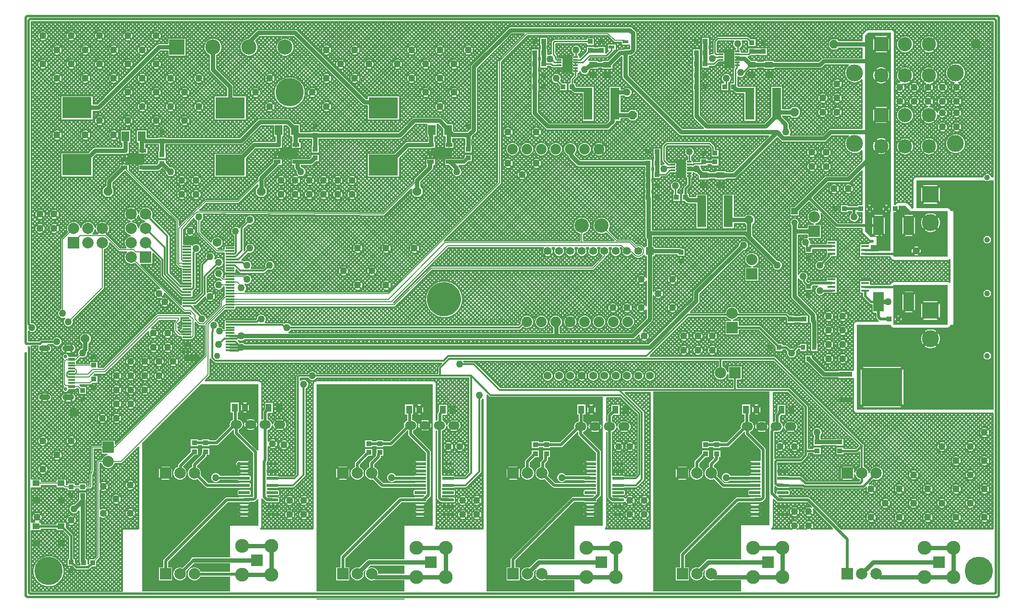
<source format=gtl>
G04*
G04 #@! TF.GenerationSoftware,Altium Limited,Altium Designer,22.8.2 (66)*
G04*
G04 Layer_Physical_Order=1*
G04 Layer_Color=255*
%FSLAX25Y25*%
%MOIN*%
G70*
G04*
G04 #@! TF.SameCoordinates,96B98669-0A76-488E-AF90-C307CBE701B7*
G04*
G04*
G04 #@! TF.FilePolarity,Positive*
G04*
G01*
G75*
%ADD11C,0.02000*%
%ADD14C,0.01000*%
%ADD16C,0.10000*%
%ADD17R,0.06299X0.22441*%
G04:AMPARAMS|DCode=18|XSize=11.81mil|YSize=61.02mil|CornerRadius=0.89mil|HoleSize=0mil|Usage=FLASHONLY|Rotation=90.000|XOffset=0mil|YOffset=0mil|HoleType=Round|Shape=RoundedRectangle|*
%AMROUNDEDRECTD18*
21,1,0.01181,0.05925,0,0,90.0*
21,1,0.01004,0.06102,0,0,90.0*
1,1,0.00177,0.02963,0.00502*
1,1,0.00177,0.02963,-0.00502*
1,1,0.00177,-0.02963,-0.00502*
1,1,0.00177,-0.02963,0.00502*
%
%ADD18ROUNDEDRECTD18*%
G04:AMPARAMS|DCode=19|XSize=47.24mil|YSize=108.27mil|CornerRadius=3.54mil|HoleSize=0mil|Usage=FLASHONLY|Rotation=90.000|XOffset=0mil|YOffset=0mil|HoleType=Round|Shape=RoundedRectangle|*
%AMROUNDEDRECTD19*
21,1,0.04724,0.10118,0,0,90.0*
21,1,0.04016,0.10827,0,0,90.0*
1,1,0.00709,0.05059,0.02008*
1,1,0.00709,0.05059,-0.02008*
1,1,0.00709,-0.05059,-0.02008*
1,1,0.00709,-0.05059,0.02008*
%
%ADD19ROUNDEDRECTD19*%
G04:AMPARAMS|DCode=20|XSize=77.56mil|YSize=23.23mil|CornerRadius=2.9mil|HoleSize=0mil|Usage=FLASHONLY|Rotation=180.000|XOffset=0mil|YOffset=0mil|HoleType=Round|Shape=RoundedRectangle|*
%AMROUNDEDRECTD20*
21,1,0.07756,0.01742,0,0,180.0*
21,1,0.07175,0.02323,0,0,180.0*
1,1,0.00581,-0.03588,0.00871*
1,1,0.00581,0.03588,0.00871*
1,1,0.00581,0.03588,-0.00871*
1,1,0.00581,-0.03588,-0.00871*
%
%ADD20ROUNDEDRECTD20*%
%ADD21R,0.04724X0.02677*%
G04:AMPARAMS|DCode=22|XSize=33.07mil|YSize=10.24mil|CornerRadius=1.28mil|HoleSize=0mil|Usage=FLASHONLY|Rotation=0.000|XOffset=0mil|YOffset=0mil|HoleType=Round|Shape=RoundedRectangle|*
%AMROUNDEDRECTD22*
21,1,0.03307,0.00768,0,0,0.0*
21,1,0.03051,0.01024,0,0,0.0*
1,1,0.00256,0.01526,-0.00384*
1,1,0.00256,-0.01526,-0.00384*
1,1,0.00256,-0.01526,0.00384*
1,1,0.00256,0.01526,0.00384*
%
%ADD22ROUNDEDRECTD22*%
%ADD23R,0.05512X0.01772*%
%ADD24R,0.05118X0.03937*%
%ADD25R,0.03661X0.03425*%
%ADD26R,0.03425X0.03661*%
G04:AMPARAMS|DCode=27|XSize=74.8mil|YSize=132.68mil|CornerRadius=2.62mil|HoleSize=0mil|Usage=FLASHONLY|Rotation=180.000|XOffset=0mil|YOffset=0mil|HoleType=Round|Shape=RoundedRectangle|*
%AMROUNDEDRECTD27*
21,1,0.07480,0.12744,0,0,180.0*
21,1,0.06957,0.13268,0,0,180.0*
1,1,0.00524,-0.03478,0.06372*
1,1,0.00524,0.03478,0.06372*
1,1,0.00524,0.03478,-0.06372*
1,1,0.00524,-0.03478,-0.06372*
%
%ADD27ROUNDEDRECTD27*%
%ADD28R,0.03937X0.02362*%
%ADD29R,0.08661X0.03740*%
%ADD30R,0.28347X0.26772*%
%ADD31R,0.20472X0.14764*%
%ADD32R,0.04528X0.02362*%
%ADD33R,0.04528X0.01181*%
%ADD34R,0.05276X0.07087*%
%ADD35R,0.03150X0.03543*%
%ADD36R,0.04370X0.05787*%
%ADD37R,0.05787X0.04370*%
%ADD38P,0.06494X8X22.5*%
G04:AMPARAMS|DCode=39|XSize=60mil|YSize=60mil|CornerRadius=15mil|HoleSize=0mil|Usage=FLASHONLY|Rotation=0.000|XOffset=0mil|YOffset=0mil|HoleType=Round|Shape=RoundedRectangle|*
%AMROUNDEDRECTD39*
21,1,0.06000,0.03000,0,0,0.0*
21,1,0.03000,0.06000,0,0,0.0*
1,1,0.03000,0.01500,-0.01500*
1,1,0.03000,-0.01500,-0.01500*
1,1,0.03000,-0.01500,0.01500*
1,1,0.03000,0.01500,0.01500*
%
%ADD39ROUNDEDRECTD39*%
%ADD40C,0.07874*%
%ADD41C,0.01500*%
%ADD85C,0.05512*%
%ADD86R,0.05512X0.05512*%
%ADD87C,0.09646*%
%ADD88R,0.08465X0.08465*%
%ADD95C,0.00600*%
%ADD96R,0.06693X0.12992*%
%ADD97C,0.03000*%
%ADD98C,0.01200*%
%ADD99C,0.00800*%
%ADD100C,0.02500*%
%ADD101C,0.01750*%
%ADD102C,0.07400*%
%ADD103C,0.06299*%
%ADD104C,0.04331*%
%ADD105C,0.13780*%
%ADD106O,0.07874X0.05906*%
%ADD107R,0.07874X0.07874*%
%ADD108C,0.07874*%
%ADD109R,0.07874X0.07874*%
%ADD110R,0.10512X0.10512*%
%ADD111C,0.10512*%
%ADD112C,0.11811*%
%ADD113R,0.09843X0.09843*%
%ADD114C,0.09843*%
%ADD115C,0.09843*%
%ADD116R,0.11811X0.11811*%
%ADD117C,0.03937*%
%ADD118R,0.04528X0.04528*%
%ADD119C,0.04528*%
%ADD120O,0.07874X0.03937*%
%ADD121O,0.08268X0.04134*%
%ADD122C,0.02559*%
%ADD123C,0.19685*%
%ADD124C,0.05000*%
%ADD125C,0.01575*%
G36*
X393701Y402579D02*
X381693D01*
Y405039D01*
X376969D01*
Y407717D01*
X381693D01*
Y410177D01*
X393701D01*
Y402579D01*
D02*
G37*
G36*
X287402D02*
X275394D01*
Y405039D01*
X270669D01*
Y407717D01*
X275394D01*
Y410177D01*
X287402D01*
Y402579D01*
D02*
G37*
G36*
X181102Y398642D02*
X169095D01*
Y401102D01*
X164370D01*
Y403780D01*
X169095D01*
Y406240D01*
X181102D01*
Y398642D01*
D02*
G37*
G36*
X770146Y228346D02*
X675197D01*
Y287402D01*
X698748D01*
X698903Y286621D01*
X699345Y285960D01*
X700007Y285518D01*
X700787Y285362D01*
X738189D01*
X738969Y285518D01*
X739631Y285960D01*
X740073Y286621D01*
X740228Y287402D01*
X742126D01*
Y366142D01*
X740228D01*
X740073Y366922D01*
X739631Y367584D01*
X738969Y368026D01*
X738189Y368181D01*
X716535D01*
Y387795D01*
X764084D01*
X764171Y387708D01*
X764757Y387370D01*
X765410Y387195D01*
X766086D01*
X766739Y387370D01*
X767325Y387708D01*
X767412Y387795D01*
X770146D01*
Y228346D01*
D02*
G37*
G36*
X712598Y366142D02*
X738189D01*
Y334646D01*
X700787D01*
Y365680D01*
X702788D01*
X701183Y367285D01*
X702597Y368699D01*
X704202Y367094D01*
Y370079D01*
X708661D01*
X712598Y366142D01*
D02*
G37*
G36*
X698819Y366035D02*
X698748Y365680D01*
Y338583D01*
X685039D01*
Y342520D01*
X688976D01*
Y348425D01*
X685039D01*
X681102Y352362D01*
Y488189D01*
X683071Y490158D01*
X698819D01*
Y366035D01*
D02*
G37*
G36*
X738189Y287402D02*
X700787D01*
Y314961D01*
X738189D01*
X738189Y287402D01*
D02*
G37*
G36*
X259842Y199877D02*
X259745Y199798D01*
X259076Y199900D01*
X259028Y199972D01*
X246226Y212774D01*
Y214443D01*
X246506Y214480D01*
X247371Y214838D01*
X248113Y215407D01*
X248682Y216149D01*
X249040Y217014D01*
X249162Y217941D01*
X249040Y218868D01*
X248682Y219733D01*
X248113Y220475D01*
X247371Y221044D01*
X246506Y221402D01*
X245675Y221512D01*
Y226258D01*
X246277D01*
Y233246D01*
X240707D01*
Y226258D01*
X242412D01*
Y221290D01*
X241818Y221044D01*
X241076Y220475D01*
X240507Y219733D01*
X240149Y218868D01*
X240027Y217941D01*
X240149Y217014D01*
X240215Y216853D01*
X230257Y206895D01*
X225844D01*
Y207576D01*
X220983D01*
Y206895D01*
X217970D01*
Y207576D01*
X213109D01*
Y202951D01*
X217970D01*
Y203632D01*
X220983D01*
Y202951D01*
X225844D01*
Y203632D01*
X230933D01*
X231557Y203757D01*
X232086Y204110D01*
X242494Y214518D01*
X242963Y214403D01*
Y212099D01*
X243087Y211474D01*
X243441Y210945D01*
X256243Y198143D01*
Y167737D01*
X256027Y167521D01*
X250260D01*
X250190Y167507D01*
X246511D01*
X246163Y167438D01*
X246046Y167360D01*
X237969D01*
X237345Y167236D01*
X236816Y166882D01*
X194386Y124452D01*
X194032Y123923D01*
X193908Y123299D01*
Y118710D01*
X191002D01*
Y109636D01*
X200076D01*
Y118710D01*
X197171D01*
Y122623D01*
X238645Y164097D01*
X246046D01*
X246163Y164019D01*
X246511Y163950D01*
X253686D01*
X254033Y164019D01*
X254328Y164215D01*
X254357Y164258D01*
X256702D01*
X257327Y164383D01*
X257856Y164736D01*
X259028Y165908D01*
X259076Y165980D01*
X259745Y166082D01*
X259842Y166004D01*
Y163386D01*
Y147638D01*
X240158D01*
Y125791D01*
X215016D01*
X214196Y125628D01*
X213502Y125164D01*
X213038Y124469D01*
X212916Y123857D01*
X207398Y118339D01*
X207291Y118401D01*
X206137Y118710D01*
X204942D01*
X203788Y118401D01*
X202754Y117804D01*
X201909Y116959D01*
X201311Y115925D01*
X201002Y114771D01*
Y113576D01*
X201311Y112422D01*
X201909Y111388D01*
X202754Y110543D01*
X203788Y109945D01*
X204942Y109636D01*
X206137D01*
X207291Y109945D01*
X208325Y110543D01*
X209170Y111388D01*
X209767Y112422D01*
X210076Y113576D01*
Y114771D01*
X209767Y115925D01*
X209705Y116032D01*
X215182Y121509D01*
X240158D01*
Y115474D01*
X219888D01*
X219767Y115925D01*
X219170Y116959D01*
X218325Y117804D01*
X217291Y118401D01*
X216137Y118710D01*
X214942D01*
X213788Y118401D01*
X212754Y117804D01*
X211909Y116959D01*
X211312Y115925D01*
X211002Y114771D01*
Y113576D01*
X211312Y112422D01*
X211909Y111388D01*
X212754Y110543D01*
X213788Y109945D01*
X214942Y109636D01*
X216137D01*
X217291Y109945D01*
X218325Y110543D01*
X219170Y111388D01*
X219645Y112211D01*
X240158D01*
Y101902D01*
X179134D01*
Y205395D01*
X219802Y246063D01*
X259842D01*
Y199877D01*
D02*
G37*
G36*
X614728Y216571D02*
X614724Y216535D01*
X614728Y216500D01*
Y214151D01*
X614635Y214010D01*
X614510Y213386D01*
Y170211D01*
X614635Y169587D01*
X614728Y169446D01*
Y163614D01*
Y147866D01*
X595043D01*
Y124385D01*
X572244D01*
X571425Y124222D01*
X570730Y123758D01*
X565490Y118518D01*
X564771Y118710D01*
X563576D01*
X562422Y118401D01*
X561387Y117804D01*
X560543Y116959D01*
X559945Y115925D01*
X559636Y114771D01*
Y113576D01*
X559945Y112422D01*
X560543Y111388D01*
X561387Y110543D01*
X562422Y109945D01*
X563576Y109636D01*
X564771D01*
X565924Y109945D01*
X566959Y110543D01*
X567804Y111388D01*
X568401Y112422D01*
X568710Y113576D01*
Y114771D01*
X568518Y115490D01*
X569936Y116908D01*
X570336Y116601D01*
X569945Y115925D01*
X569636Y114771D01*
Y113576D01*
X569945Y112422D01*
X570543Y111388D01*
X571387Y110543D01*
X572422Y109945D01*
X573576Y109636D01*
X574770D01*
X575924Y109945D01*
X576232Y110123D01*
X577026Y109965D01*
X595043D01*
Y101902D01*
X534020D01*
Y240902D01*
X614728D01*
Y216571D01*
D02*
G37*
G36*
X380906Y163386D02*
Y147638D01*
X361221D01*
Y124385D01*
X336654D01*
X335834Y124222D01*
X335140Y123758D01*
X329899Y118518D01*
X329180Y118710D01*
X327985D01*
X326831Y118401D01*
X325797Y117804D01*
X324952Y116959D01*
X324355Y115925D01*
X324046Y114770D01*
Y113576D01*
X324355Y112422D01*
X324952Y111387D01*
X325797Y110543D01*
X326831Y109945D01*
X327985Y109636D01*
X329180D01*
X330334Y109945D01*
X331368Y110543D01*
X332213Y111387D01*
X332810Y112422D01*
X333120Y113576D01*
Y114770D01*
X332927Y115490D01*
X334345Y116908D01*
X334745Y116601D01*
X334355Y115925D01*
X334046Y114770D01*
Y113576D01*
X334355Y112422D01*
X334952Y111387D01*
X335797Y110543D01*
X336831Y109945D01*
X337985Y109636D01*
X339180D01*
X340334Y109945D01*
X340642Y110123D01*
X341436Y109965D01*
X361221D01*
Y101902D01*
X300197D01*
Y246063D01*
X380906D01*
Y163386D01*
D02*
G37*
G36*
X420189Y237530D02*
X420586Y237265D01*
X421054Y237172D01*
X499016D01*
Y163386D01*
Y147638D01*
X479331D01*
Y124385D01*
X454764D01*
X453945Y124222D01*
X453250Y123758D01*
X448009Y118518D01*
X447290Y118710D01*
X446096D01*
X444942Y118401D01*
X443907Y117804D01*
X443062Y116959D01*
X442465Y115925D01*
X442156Y114770D01*
Y113576D01*
X442465Y112422D01*
X443062Y111387D01*
X443907Y110543D01*
X444942Y109945D01*
X446096Y109636D01*
X447290D01*
X448444Y109945D01*
X449479Y110543D01*
X450323Y111387D01*
X450921Y112422D01*
X451230Y113576D01*
Y114770D01*
X451037Y115489D01*
X452455Y116907D01*
X452855Y116600D01*
X452465Y115925D01*
X452156Y114770D01*
Y113576D01*
X452465Y112422D01*
X453062Y111387D01*
X453907Y110543D01*
X454942Y109945D01*
X456096Y109636D01*
X457290D01*
X458444Y109945D01*
X458752Y110123D01*
X459546Y109965D01*
X479331D01*
Y101902D01*
X418307D01*
Y238758D01*
X418769Y238949D01*
X420189Y237530D01*
D02*
G37*
G36*
X361221Y114248D02*
X343120D01*
Y114770D01*
X342811Y115925D01*
X342213Y116959D01*
X341369Y117804D01*
X340334Y118401D01*
X339180Y118710D01*
X337985D01*
X336831Y118401D01*
X336155Y118010D01*
X335848Y118411D01*
X337541Y120103D01*
X361221D01*
Y114248D01*
D02*
G37*
G36*
Y96457D02*
X300197D01*
Y97049D01*
X361221D01*
Y96457D01*
D02*
G37*
%LPC*%
G36*
X731469Y384458D02*
X721287D01*
X726378Y379367D01*
X731469Y384458D01*
D02*
G37*
G36*
X719872Y383044D02*
Y372862D01*
X724964Y377953D01*
X719872Y383044D01*
D02*
G37*
G36*
X732883Y383044D02*
X727792Y377953D01*
X732883Y372861D01*
Y383044D01*
D02*
G37*
G36*
X726378Y376538D02*
X721287Y371447D01*
X731469D01*
X726378Y376538D01*
D02*
G37*
G36*
X766086Y349025D02*
X765410D01*
X764757Y348850D01*
X764171Y348512D01*
X763693Y348034D01*
X763355Y347448D01*
X763179Y346795D01*
Y346118D01*
X763355Y345465D01*
X763693Y344880D01*
X764171Y344401D01*
X764757Y344063D01*
X765410Y343888D01*
X766086D01*
X766739Y344063D01*
X767325Y344401D01*
X767803Y344880D01*
X768142Y345465D01*
X768317Y346118D01*
Y346795D01*
X768142Y347448D01*
X767803Y348034D01*
X767325Y348512D01*
X766739Y348850D01*
X766086Y349025D01*
D02*
G37*
G36*
Y311624D02*
X765410D01*
X764757Y311449D01*
X764171Y311110D01*
X763693Y310632D01*
X763355Y310047D01*
X763179Y309393D01*
Y308717D01*
X763355Y308064D01*
X763693Y307478D01*
X764171Y307000D01*
X764757Y306662D01*
X765410Y306487D01*
X766086D01*
X766739Y306662D01*
X767325Y307000D01*
X767803Y307478D01*
X768142Y308064D01*
X768317Y308717D01*
Y309393D01*
X768142Y310047D01*
X767803Y310632D01*
X767325Y311110D01*
X766739Y311449D01*
X766086Y311624D01*
D02*
G37*
G36*
X727019Y284065D02*
X725737D01*
X724480Y283815D01*
X723296Y283324D01*
X722536Y282816D01*
X726378Y278973D01*
X730220Y282816D01*
X729459Y283324D01*
X728275Y283815D01*
X727019Y284065D01*
D02*
G37*
G36*
X721121Y281401D02*
X720613Y280641D01*
X720122Y279457D01*
X719872Y278200D01*
Y276918D01*
X720122Y275661D01*
X720613Y274478D01*
X721121Y273717D01*
X724964Y277559D01*
X721121Y281401D01*
D02*
G37*
G36*
X731635D02*
X727792Y277559D01*
X731635Y273717D01*
X732143Y274478D01*
X732633Y275661D01*
X732883Y276918D01*
Y278200D01*
X732633Y279457D01*
X732143Y280641D01*
X731635Y281401D01*
D02*
G37*
G36*
X726378Y276145D02*
X722536Y272302D01*
X723296Y271794D01*
X724480Y271304D01*
X725737Y271054D01*
X727019D01*
X728275Y271304D01*
X729459Y271794D01*
X730220Y272302D01*
X726378Y276145D01*
D02*
G37*
G36*
X766086Y268317D02*
X765410D01*
X764757Y268142D01*
X764171Y267803D01*
X763693Y267325D01*
X763355Y266739D01*
X763179Y266086D01*
Y265410D01*
X763355Y264757D01*
X763693Y264171D01*
X764171Y263693D01*
X764757Y263355D01*
X765410Y263179D01*
X766086D01*
X766739Y263355D01*
X767325Y263693D01*
X767803Y264171D01*
X768142Y264757D01*
X768317Y265410D01*
Y266086D01*
X768142Y266739D01*
X767803Y267325D01*
X767325Y267803D01*
X766739Y268142D01*
X766086Y268317D01*
D02*
G37*
G36*
X707490Y256666D02*
X694918Y244094D01*
X707490Y231523D01*
Y256666D01*
D02*
G37*
G36*
X677943Y256666D02*
Y231523D01*
X690515Y244094D01*
X677943Y256666D01*
D02*
G37*
G36*
X706076Y258080D02*
X679357D01*
X692636Y244802D01*
X691929Y244094D01*
X692636Y243387D01*
X679358Y230109D01*
X706075D01*
X692797Y243387D01*
X693504Y244094D01*
X692797Y244802D01*
X706076Y258080D01*
D02*
G37*
G36*
X714203Y363550D02*
X708317D01*
X711260Y360607D01*
X714203Y363550D01*
D02*
G37*
G36*
X727019Y364773D02*
X725737D01*
X724480Y364523D01*
X723296Y364033D01*
X722536Y363524D01*
X726378Y359682D01*
X730220Y363524D01*
X729459Y364033D01*
X728275Y364523D01*
X727019Y364773D01*
D02*
G37*
G36*
X715617Y362136D02*
X711967Y358486D01*
X711260Y359193D01*
X710553Y358486D01*
X706903Y362136D01*
Y350463D01*
X710553Y354113D01*
X711260Y353405D01*
X711967Y354113D01*
X715617Y350463D01*
Y362136D01*
D02*
G37*
G36*
X721121Y362110D02*
X720613Y361349D01*
X720122Y360165D01*
X719872Y358908D01*
Y357627D01*
X720122Y356370D01*
X720613Y355186D01*
X721121Y354425D01*
X724964Y358268D01*
X721121Y362110D01*
D02*
G37*
G36*
X731635Y362110D02*
X727792Y358268D01*
X731635Y354425D01*
X732143Y355186D01*
X732633Y356370D01*
X732883Y357627D01*
Y358908D01*
X732633Y360165D01*
X732143Y361349D01*
X731635Y362110D01*
D02*
G37*
G36*
X726378Y356854D02*
X722536Y353011D01*
X723296Y352503D01*
X724480Y352012D01*
X725737Y351762D01*
X727019D01*
X728275Y352012D01*
X729459Y352503D01*
X730220Y353011D01*
X726378Y356854D01*
D02*
G37*
G36*
X711260Y351991D02*
X708317Y349048D01*
X714203D01*
X711260Y351991D01*
D02*
G37*
G36*
X716944Y341683D02*
X716127D01*
X715339Y341471D01*
X715163Y341370D01*
X716535Y339997D01*
X717908Y341370D01*
X717732Y341471D01*
X716944Y341683D01*
D02*
G37*
G36*
X719322Y339955D02*
X717950Y338583D01*
X719322Y337210D01*
X719424Y337386D01*
X719635Y338175D01*
Y338991D01*
X719424Y339779D01*
X719322Y339955D01*
D02*
G37*
G36*
X713748D02*
X713647Y339779D01*
X713435Y338991D01*
Y338175D01*
X713647Y337386D01*
X713748Y337210D01*
X715121Y338583D01*
X713748Y339955D01*
D02*
G37*
G36*
X716535Y337169D02*
X715163Y335796D01*
X715339Y335694D01*
X716127Y335483D01*
X716944D01*
X717732Y335694D01*
X717908Y335796D01*
X716535Y337169D01*
D02*
G37*
G36*
X696233Y487805D02*
X688019D01*
X692126Y483698D01*
X696233Y487805D01*
D02*
G37*
G36*
X692126Y482283D02*
X692126Y482283D01*
X692126Y482283D01*
X692126Y482283D01*
X692126Y482283D01*
D02*
G37*
G36*
X697647Y486390D02*
X693540Y482283D01*
X697647Y478176D01*
Y486390D01*
D02*
G37*
G36*
X686605Y486390D02*
Y478176D01*
X690712Y482283D01*
X686605Y486390D01*
D02*
G37*
G36*
X692126Y480869D02*
X688019Y476762D01*
X696233D01*
X692126Y480869D01*
D02*
G37*
G36*
X692853Y466151D02*
X691399D01*
X689995Y465775D01*
X688981Y465189D01*
X692126Y462044D01*
X695271Y465189D01*
X694257Y465775D01*
X692853Y466151D01*
D02*
G37*
G36*
X696686Y463775D02*
X693540Y460630D01*
X696686Y457485D01*
X697271Y458499D01*
X697647Y459903D01*
Y461357D01*
X697271Y462761D01*
X696686Y463775D01*
D02*
G37*
G36*
X687567D02*
X686981Y462761D01*
X686605Y461357D01*
Y459903D01*
X686981Y458499D01*
X687567Y457485D01*
X690712Y460630D01*
X687567Y463775D01*
D02*
G37*
G36*
X692126Y459216D02*
X688981Y456070D01*
X689995Y455485D01*
X691399Y455109D01*
X692853D01*
X694257Y455485D01*
X695271Y456070D01*
X692126Y459216D01*
D02*
G37*
G36*
X696233Y438592D02*
X688019D01*
X692126Y434485D01*
X696233Y438592D01*
D02*
G37*
G36*
X692126Y433071D02*
X692126Y433071D01*
X692126Y433071D01*
X692126Y433071D01*
X692126Y433071D01*
D02*
G37*
G36*
X697647Y437178D02*
X693540Y433071D01*
X697647Y428964D01*
Y437178D01*
D02*
G37*
G36*
X686605Y437178D02*
Y428964D01*
X690712Y433071D01*
X686605Y437178D01*
D02*
G37*
G36*
X692126Y431657D02*
X688019Y427550D01*
X696233D01*
X692126Y431657D01*
D02*
G37*
G36*
X692853Y416939D02*
X691399D01*
X689995Y416562D01*
X688981Y415977D01*
X692126Y412831D01*
X695271Y415977D01*
X694257Y416562D01*
X692853Y416939D01*
D02*
G37*
G36*
X696686Y414563D02*
X693540Y411417D01*
X696686Y408272D01*
X697271Y409286D01*
X697647Y410690D01*
Y412144D01*
X697271Y413548D01*
X696686Y414563D01*
D02*
G37*
G36*
X687567D02*
X686981Y413548D01*
X686605Y412144D01*
Y410690D01*
X686981Y409286D01*
X687567Y408272D01*
X690712Y411417D01*
X687567Y414563D01*
D02*
G37*
G36*
X692126Y410003D02*
X688981Y406858D01*
X689995Y406272D01*
X691399Y405896D01*
X692853D01*
X694257Y406272D01*
X695271Y406858D01*
X692126Y410003D01*
D02*
G37*
G36*
X685072Y370541D02*
X683275D01*
X684173Y369643D01*
X685072Y370541D01*
D02*
G37*
G36*
X696646D02*
X694850D01*
X695748Y369643D01*
X696646Y370541D01*
D02*
G37*
G36*
X684173Y368228D02*
X684055Y368110D01*
X684173Y367992D01*
X684291Y368110D01*
X684173Y368228D01*
D02*
G37*
G36*
X695748D02*
X695630Y368110D01*
X695748Y367992D01*
X695866Y368110D01*
X695748Y368228D01*
D02*
G37*
G36*
X693435Y369127D02*
Y367094D01*
X694452Y368110D01*
X693435Y369127D01*
D02*
G37*
G36*
X686486Y369127D02*
X685469Y368110D01*
X686486Y367094D01*
Y369127D01*
D02*
G37*
G36*
X681861Y369127D02*
Y367094D01*
X682877Y368110D01*
X681861Y369127D01*
D02*
G37*
G36*
X698061Y369127D02*
X697044Y368110D01*
X698061Y367094D01*
Y369127D01*
D02*
G37*
G36*
X695748Y366578D02*
X694850Y365680D01*
X696646D01*
X695748Y366578D01*
D02*
G37*
G36*
X684173D02*
X683275Y365680D01*
X685072D01*
X684173Y366578D01*
D02*
G37*
G36*
X693258Y363550D02*
X687372D01*
X690315Y360607D01*
X693258Y363550D01*
D02*
G37*
G36*
X694672Y362136D02*
X691022Y358486D01*
X690315Y359193D01*
X689608Y358486D01*
X685958Y362136D01*
Y350463D01*
X689608Y354113D01*
X690315Y353405D01*
X691022Y354113D01*
X694672Y350463D01*
Y362136D01*
D02*
G37*
G36*
X690315Y351991D02*
X687372Y349048D01*
X693258D01*
X690315Y351991D01*
D02*
G37*
G36*
X714203Y310400D02*
X708317D01*
X711260Y307457D01*
X714203Y310400D01*
D02*
G37*
G36*
X715617Y308986D02*
X711967Y305336D01*
X711260Y306043D01*
X710553Y305336D01*
X706903Y308986D01*
Y297313D01*
X710553Y300963D01*
X711260Y300256D01*
X711967Y300963D01*
X715617Y297313D01*
Y308986D01*
D02*
G37*
G36*
X731469Y303750D02*
X721287D01*
X726378Y298658D01*
X731469Y303750D01*
D02*
G37*
G36*
X711260Y298842D02*
X708317Y295899D01*
X714203D01*
X711260Y298842D01*
D02*
G37*
G36*
X704757Y293769D02*
X702960D01*
X703858Y292871D01*
X704757Y293769D01*
D02*
G37*
G36*
X719872Y302335D02*
Y292153D01*
X724964Y297244D01*
X719872Y302335D01*
D02*
G37*
G36*
X732883Y302335D02*
X727792Y297244D01*
X732883Y292153D01*
Y302335D01*
D02*
G37*
G36*
X703858Y291457D02*
X703740Y291339D01*
X703858Y291220D01*
X703976Y291339D01*
X703858Y291457D01*
D02*
G37*
G36*
X726378Y295830D02*
X721287Y290739D01*
X731469D01*
X726378Y295830D01*
D02*
G37*
G36*
X706171Y292355D02*
X705154Y291339D01*
X706171Y290322D01*
Y292355D01*
D02*
G37*
G36*
X701546Y292355D02*
Y290322D01*
X702562Y291339D01*
X701546Y292355D01*
D02*
G37*
G36*
X703858Y289806D02*
X702960Y288908D01*
X704757D01*
X703858Y289806D01*
D02*
G37*
G36*
X251950Y233246D02*
X249208D01*
X250579Y231875D01*
X251950Y233246D01*
D02*
G37*
G36*
X253364Y231832D02*
X251286Y229753D01*
X250579Y230461D01*
X249872Y229753D01*
X247794Y231831D01*
Y227673D01*
X249872Y229750D01*
X250579Y229043D01*
X251286Y229750D01*
X253364Y227673D01*
Y231832D01*
D02*
G37*
G36*
X250579Y227629D02*
X249208Y226258D01*
X251950D01*
X250579Y227629D01*
D02*
G37*
G36*
X250477Y219660D02*
X250149Y218868D01*
X250027Y217941D01*
X250149Y217014D01*
X250477Y216222D01*
X252196Y217941D01*
X250477Y219660D01*
D02*
G37*
G36*
X258712Y219660D02*
X256993Y217941D01*
X258712Y216222D01*
X259040Y217014D01*
X259162Y217941D01*
X259040Y218868D01*
X258712Y219660D01*
D02*
G37*
G36*
X255579Y221524D02*
X253610D01*
X252683Y221402D01*
X251891Y221074D01*
X254317Y218648D01*
X253610Y217941D01*
X254317Y217234D01*
X251891Y214808D01*
X252683Y214480D01*
X253610Y214357D01*
X255579D01*
X256506Y214480D01*
X257298Y214808D01*
X254872Y217234D01*
X255579Y217941D01*
X254872Y218648D01*
X257298Y221074D01*
X256506Y221402D01*
X255579Y221524D01*
D02*
G37*
G36*
X254594Y191093D02*
X254229Y190728D01*
X254594Y190364D01*
Y191093D01*
D02*
G37*
G36*
X246242Y192579D02*
X245715Y192475D01*
X245269Y192176D01*
X244794Y191702D01*
X244495Y191255D01*
X244391Y190728D01*
X244495Y190202D01*
X244794Y189755D01*
X244914Y189675D01*
X246675Y191436D01*
X248089Y190021D01*
X247017Y188950D01*
X253180D01*
X252108Y190021D01*
X252815Y190728D01*
X252108Y191436D01*
X253180Y192507D01*
X246605D01*
X246242Y192579D01*
D02*
G37*
G36*
X198662Y188710D02*
X192417D01*
X195539Y185588D01*
X198662Y188710D01*
D02*
G37*
G36*
X254594Y186093D02*
X254229Y185728D01*
X254594Y185364D01*
Y186093D01*
D02*
G37*
G36*
X245603Y186093D02*
Y185364D01*
X245968Y185728D01*
X245603Y186093D01*
D02*
G37*
G36*
X253180Y187507D02*
X247017D01*
X248089Y186435D01*
X247382Y185728D01*
X248089Y185021D01*
X247017Y183949D01*
X253180D01*
X252108Y185021D01*
X252815Y185728D01*
X252108Y186435D01*
X253180Y187507D01*
D02*
G37*
G36*
X200076Y187296D02*
X196954Y184173D01*
X200076Y181051D01*
Y187296D01*
D02*
G37*
G36*
X191002Y187296D02*
Y181051D01*
X194125Y184173D01*
X191002Y187296D01*
D02*
G37*
G36*
X217970Y201435D02*
X213109D01*
Y199019D01*
X213067Y198957D01*
X204640Y190530D01*
X204286Y190000D01*
X204162Y189376D01*
Y188501D01*
X203788Y188401D01*
X202754Y187804D01*
X201909Y186959D01*
X201312Y185924D01*
X201002Y184771D01*
Y183576D01*
X201312Y182422D01*
X201909Y181387D01*
X202754Y180543D01*
X203788Y179945D01*
X204942Y179636D01*
X206137D01*
X207291Y179945D01*
X208325Y180543D01*
X209170Y181387D01*
X209767Y182422D01*
X210076Y183576D01*
Y184771D01*
X209767Y185924D01*
X209170Y186959D01*
X208325Y187804D01*
X207549Y188252D01*
X207504Y188779D01*
X215534Y196809D01*
X217970D01*
Y201435D01*
D02*
G37*
G36*
X195539Y182759D02*
X192417Y179636D01*
X198662D01*
X195539Y182759D01*
D02*
G37*
G36*
X230723Y184202D02*
X229907D01*
X229118Y183991D01*
X228412Y183583D01*
X227834Y183006D01*
X227426Y182299D01*
X227215Y181510D01*
Y180694D01*
X227426Y179906D01*
X227834Y179199D01*
X228412Y178622D01*
X229118Y178214D01*
X229907Y178002D01*
X230723D01*
X231511Y178214D01*
X232218Y178622D01*
X232796Y179199D01*
X232992Y179539D01*
X245666D01*
X245672Y179510D01*
X245869Y179215D01*
X246163Y179019D01*
X246511Y178949D01*
X253686D01*
X254033Y179019D01*
X254328Y179215D01*
X254525Y179510D01*
X254594Y179857D01*
Y181599D01*
X254525Y181947D01*
X254328Y182241D01*
X254033Y182438D01*
X253686Y182507D01*
X246511D01*
X246163Y182438D01*
X245944Y182292D01*
X233206D01*
X233204Y182299D01*
X232796Y183006D01*
X232218Y183583D01*
X231511Y183991D01*
X230723Y184202D01*
D02*
G37*
G36*
X225844Y201435D02*
X220983D01*
Y199019D01*
X220826Y198784D01*
X220701Y198159D01*
Y197418D01*
X214386Y191102D01*
X214032Y190573D01*
X213908Y189949D01*
Y188433D01*
X213788Y188401D01*
X212754Y187804D01*
X211909Y186959D01*
X211312Y185924D01*
X211002Y184771D01*
Y183576D01*
X211312Y182422D01*
X211909Y181387D01*
X212754Y180543D01*
X213788Y179945D01*
X214942Y179636D01*
X216137D01*
X217291Y179945D01*
X217695Y180179D01*
X223299Y174575D01*
X223828Y174221D01*
X224452Y174097D01*
X246046D01*
X246163Y174019D01*
X246511Y173950D01*
X253686D01*
X254033Y174019D01*
X254328Y174215D01*
X254525Y174510D01*
X254594Y174857D01*
Y176599D01*
X254525Y176947D01*
X254328Y177241D01*
X254033Y177438D01*
X253686Y177507D01*
X246511D01*
X246163Y177438D01*
X246046Y177360D01*
X225128D01*
X219830Y182658D01*
X220076Y183576D01*
Y184771D01*
X219767Y185924D01*
X219170Y186959D01*
X218325Y187804D01*
X217291Y188401D01*
X217171Y188433D01*
Y189273D01*
X223486Y195589D01*
X223840Y196118D01*
X223964Y196742D01*
Y196809D01*
X225844D01*
Y201435D01*
D02*
G37*
G36*
X253686Y172507D02*
X246511D01*
X246163Y172438D01*
X245869Y172241D01*
X245672Y171947D01*
X245603Y171599D01*
Y169857D01*
X245672Y169510D01*
X245869Y169215D01*
X246163Y169019D01*
X246511Y168949D01*
X253686D01*
X254033Y169019D01*
X254328Y169215D01*
X254525Y169510D01*
X254594Y169857D01*
Y171599D01*
X254525Y171947D01*
X254328Y172241D01*
X254033Y172438D01*
X253686Y172507D01*
D02*
G37*
G36*
X254594Y161093D02*
X254229Y160728D01*
X254594Y160364D01*
Y161093D01*
D02*
G37*
G36*
X245603Y161093D02*
Y160364D01*
X245968Y160728D01*
X245603Y161093D01*
D02*
G37*
G36*
X253180Y162507D02*
X247017D01*
X248089Y161435D01*
X247382Y160728D01*
X248089Y160021D01*
X247017Y158949D01*
X253180D01*
X252108Y160021D01*
X252815Y160728D01*
X252108Y161435D01*
X253180Y162507D01*
D02*
G37*
G36*
X254594Y156093D02*
X254229Y155728D01*
X254594Y155364D01*
Y156093D01*
D02*
G37*
G36*
X245603Y156093D02*
Y155364D01*
X245968Y155728D01*
X245603Y156093D01*
D02*
G37*
G36*
X253180Y157507D02*
X247017D01*
X248089Y156436D01*
X247382Y155728D01*
X248089Y155021D01*
X247017Y153949D01*
X253180D01*
X252108Y155021D01*
X252815Y155728D01*
X252108Y156436D01*
X253180Y157507D01*
D02*
G37*
G36*
X606883Y231840D02*
X604141D01*
X605512Y230469D01*
X606883Y231840D01*
D02*
G37*
G36*
X602727Y230426D02*
Y226267D01*
X604805Y228345D01*
X605512Y227638D01*
X606219Y228345D01*
X608297Y226267D01*
Y230426D01*
X606219Y228348D01*
X605512Y229055D01*
X604805Y228348D01*
X602727Y230426D01*
D02*
G37*
G36*
X605512Y226224D02*
X604141Y224853D01*
X606883D01*
X605512Y226224D01*
D02*
G37*
G36*
X605174Y218255D02*
X604846Y217463D01*
X604724Y216535D01*
X604846Y215608D01*
X605174Y214816D01*
X606893Y216535D01*
X605174Y218255D01*
D02*
G37*
G36*
X613409Y218255D02*
X611690Y216535D01*
X613409Y214816D01*
X613737Y215608D01*
X613859Y216535D01*
X613737Y217463D01*
X613409Y218255D01*
D02*
G37*
G36*
X610276Y220119D02*
X608307D01*
X607380Y219997D01*
X606588Y219669D01*
X609014Y217243D01*
X608307Y216535D01*
X609014Y215828D01*
X606588Y213402D01*
X607380Y213074D01*
X608307Y212952D01*
X610276D01*
X611203Y213074D01*
X611995Y213402D01*
X609569Y215828D01*
X610276Y216535D01*
X609569Y217243D01*
X611995Y219669D01*
X611203Y219997D01*
X610276Y220119D01*
D02*
G37*
G36*
X601210Y231840D02*
X595640D01*
Y224853D01*
X597227D01*
Y219934D01*
X596515Y219639D01*
X595773Y219069D01*
X595204Y218327D01*
X594846Y217463D01*
X594724Y216535D01*
X594846Y215608D01*
X594912Y215448D01*
X584954Y205490D01*
X580541D01*
Y206171D01*
X575679D01*
Y205490D01*
X572667D01*
Y206171D01*
X567805D01*
Y201546D01*
X572667D01*
Y202227D01*
X575679D01*
Y201546D01*
X580541D01*
Y202227D01*
X585630D01*
X586254Y202351D01*
X586784Y202705D01*
X597191Y213112D01*
X597660Y212997D01*
Y211732D01*
X597784Y211108D01*
X598138Y210579D01*
X608605Y200112D01*
Y192833D01*
X608105Y192490D01*
X608017Y192507D01*
X601348D01*
X602420Y191436D01*
X601713Y190728D01*
X602420Y190021D01*
X601348Y188950D01*
X608017D01*
X608105Y188967D01*
X608605Y188624D01*
Y187833D01*
X608105Y187490D01*
X608017Y187507D01*
X601348D01*
X602420Y186435D01*
X601713Y185728D01*
X602420Y185021D01*
X601348Y183949D01*
X608017D01*
X608105Y183967D01*
X608605Y183624D01*
Y182833D01*
X608105Y182490D01*
X608017Y182507D01*
X600842D01*
X600494Y182438D01*
X600377Y182360D01*
X587499D01*
X587126Y183006D01*
X586549Y183583D01*
X585842Y183991D01*
X585054Y184202D01*
X584238D01*
X583449Y183991D01*
X582742Y183583D01*
X582165Y183006D01*
X581757Y182299D01*
X581546Y181510D01*
Y180694D01*
X581757Y179906D01*
X582165Y179199D01*
X582742Y178622D01*
X583449Y178214D01*
X584238Y178002D01*
X585054D01*
X585842Y178214D01*
X586549Y178622D01*
X587024Y179097D01*
X600377D01*
X600494Y179019D01*
X600842Y178949D01*
X608017D01*
X608105Y178967D01*
X608605Y178624D01*
Y177833D01*
X608105Y177490D01*
X608017Y177507D01*
X600842D01*
X600494Y177438D01*
X600377Y177360D01*
X583294D01*
X578339Y182315D01*
X578401Y182422D01*
X578710Y183576D01*
Y184771D01*
X578401Y185924D01*
X577804Y186959D01*
X576959Y187804D01*
X575924Y188401D01*
X575805Y188433D01*
Y189639D01*
X579187Y193022D01*
X579541Y193551D01*
X579665Y194176D01*
Y195404D01*
X580541D01*
Y200029D01*
X575679D01*
Y195404D01*
X576403D01*
Y194851D01*
X573020Y191469D01*
X572666Y190939D01*
X572542Y190315D01*
Y188433D01*
X572422Y188401D01*
X571387Y187804D01*
X570543Y186959D01*
X569945Y185924D01*
X569636Y184771D01*
Y183576D01*
X569945Y182422D01*
X570543Y181387D01*
X571387Y180543D01*
X572422Y179946D01*
X573576Y179636D01*
X574770D01*
X575924Y179946D01*
X576032Y180008D01*
X581464Y174575D01*
X581994Y174221D01*
X582618Y174097D01*
X600377D01*
X600494Y174019D01*
X600842Y173950D01*
X608017D01*
X608105Y173967D01*
X608605Y173624D01*
Y172833D01*
X608105Y172490D01*
X608017Y172507D01*
X600842D01*
X600494Y172438D01*
X600200Y172241D01*
X600003Y171947D01*
X599934Y171599D01*
Y169857D01*
X600003Y169510D01*
X600200Y169215D01*
X600494Y169019D01*
X600842Y168949D01*
X608017D01*
X608105Y168967D01*
X608605Y168624D01*
Y167737D01*
X608389Y167521D01*
X604591D01*
X604521Y167507D01*
X600842D01*
X600494Y167438D01*
X600417Y167386D01*
X596226D01*
X596091Y167360D01*
X592300D01*
X591676Y167236D01*
X591146Y166882D01*
X553020Y128755D01*
X552666Y128226D01*
X552542Y127602D01*
Y118710D01*
X549636D01*
Y109636D01*
X558710D01*
Y118710D01*
X555805D01*
Y126926D01*
X592976Y164097D01*
X596199D01*
X596333Y164124D01*
X600337D01*
X600494Y164019D01*
X600842Y163950D01*
X608017D01*
X608364Y164019D01*
X608659Y164215D01*
X608687Y164258D01*
X609065D01*
X609689Y164383D01*
X610218Y164736D01*
X611390Y165908D01*
X611743Y166437D01*
X611868Y167061D01*
Y200787D01*
X611743Y201412D01*
X611390Y201941D01*
X600923Y212408D01*
Y213037D01*
X601203Y213074D01*
X602067Y213432D01*
X602809Y214002D01*
X603379Y214744D01*
X603737Y215608D01*
X603859Y216535D01*
X603737Y217463D01*
X603379Y218327D01*
X602809Y219069D01*
X602067Y219639D01*
X601203Y219997D01*
X600490Y220091D01*
Y224853D01*
X601210D01*
Y231840D01*
D02*
G37*
G36*
X599934Y191093D02*
Y190364D01*
X600298Y190728D01*
X599934Y191093D01*
D02*
G37*
G36*
X557296Y188710D02*
X551050D01*
X554173Y185588D01*
X557296Y188710D01*
D02*
G37*
G36*
X599934Y186093D02*
Y185364D01*
X600298Y185728D01*
X599934Y186093D01*
D02*
G37*
G36*
X558710Y187296D02*
X555587Y184173D01*
X558710Y181051D01*
Y187296D01*
D02*
G37*
G36*
X549636Y187296D02*
Y181051D01*
X552759Y184173D01*
X549636Y187296D01*
D02*
G37*
G36*
X572667Y200029D02*
X567805D01*
Y197593D01*
X563020Y192807D01*
X562666Y192278D01*
X562542Y191654D01*
Y188433D01*
X562422Y188401D01*
X561387Y187804D01*
X560543Y186959D01*
X559945Y185924D01*
X559636Y184771D01*
Y183576D01*
X559945Y182422D01*
X560543Y181387D01*
X561387Y180543D01*
X562422Y179946D01*
X563576Y179636D01*
X564771D01*
X565924Y179946D01*
X566959Y180543D01*
X567804Y181387D01*
X568401Y182422D01*
X568710Y183576D01*
Y184771D01*
X568401Y185924D01*
X567804Y186959D01*
X566959Y187804D01*
X565924Y188401D01*
X565805Y188433D01*
Y190978D01*
X570231Y195404D01*
X572667D01*
Y200029D01*
D02*
G37*
G36*
X554173Y182759D02*
X551050Y179636D01*
X557296D01*
X554173Y182759D01*
D02*
G37*
G36*
X599934Y161093D02*
Y160364D01*
X600298Y160728D01*
X599934Y161093D01*
D02*
G37*
G36*
X608924Y161093D02*
X608560Y160728D01*
X608924Y160364D01*
Y161093D01*
D02*
G37*
G36*
X607510Y162507D02*
X601348D01*
X602420Y161435D01*
X601713Y160728D01*
X602420Y160021D01*
X601348Y158949D01*
X607510D01*
X606438Y160021D01*
X607146Y160728D01*
X606438Y161435D01*
X607510Y162507D01*
D02*
G37*
G36*
X599934Y156093D02*
Y155364D01*
X600298Y155728D01*
X599934Y156093D01*
D02*
G37*
G36*
X608924Y156093D02*
X608560Y155728D01*
X608924Y155364D01*
Y156093D01*
D02*
G37*
G36*
X607510Y157507D02*
X601348D01*
X602420Y156436D01*
X601713Y155728D01*
X602420Y155021D01*
X601348Y153949D01*
X607510D01*
X606438Y155021D01*
X607146Y155728D01*
X606438Y156436D01*
X607510Y157507D01*
D02*
G37*
G36*
X373024Y231840D02*
X370283D01*
X371654Y230469D01*
X373024Y231840D01*
D02*
G37*
G36*
X368868Y230426D02*
Y226267D01*
X370947Y228345D01*
X371654Y227638D01*
X372361Y228345D01*
X374439Y226267D01*
Y230426D01*
X372361Y228348D01*
X371654Y229055D01*
X370947Y228348D01*
X368868Y230426D01*
D02*
G37*
G36*
X371654Y226224D02*
X370283Y224853D01*
X373024D01*
X371654Y226224D01*
D02*
G37*
G36*
X371394Y219121D02*
X371066Y218329D01*
X370944Y217402D01*
X371066Y216474D01*
X371394Y215682D01*
X373113Y217402D01*
X371394Y219121D01*
D02*
G37*
G36*
X379629D02*
X377910Y217402D01*
X379629Y215682D01*
X379957Y216474D01*
X380080Y217402D01*
X379957Y218329D01*
X379629Y219121D01*
D02*
G37*
G36*
X376496Y220985D02*
X374528D01*
X373600Y220863D01*
X372808Y220535D01*
X375235Y218109D01*
X374528Y217402D01*
X375235Y216694D01*
X372808Y214268D01*
X373600Y213940D01*
X374528Y213818D01*
X376496D01*
X377424Y213940D01*
X378215Y214268D01*
X375789Y216694D01*
X376496Y217402D01*
X375789Y218109D01*
X378215Y220535D01*
X377424Y220863D01*
X376496Y220985D01*
D02*
G37*
G36*
X367352Y231840D02*
X361782D01*
Y224853D01*
X363408D01*
Y220783D01*
X362736Y220505D01*
X361994Y219935D01*
X361424Y219193D01*
X361066Y218329D01*
X360944Y217402D01*
X361066Y216474D01*
X361133Y216314D01*
X351175Y206356D01*
X346761D01*
Y207037D01*
X341900D01*
Y206356D01*
X338887D01*
Y207037D01*
X334026D01*
Y202412D01*
X338887D01*
Y203093D01*
X341900D01*
Y202412D01*
X346761D01*
Y203093D01*
X351850D01*
X352475Y203217D01*
X353004Y203571D01*
X363412Y213979D01*
X363880Y213864D01*
Y211260D01*
X364005Y210636D01*
X364358Y210106D01*
X376321Y198143D01*
Y192833D01*
X375821Y192490D01*
X375733Y192507D01*
X369064D01*
X370136Y191436D01*
X369429Y190728D01*
X370136Y190021D01*
X369064Y188950D01*
X375733D01*
X375821Y188967D01*
X376321Y188624D01*
Y187833D01*
X375821Y187490D01*
X375733Y187507D01*
X369064D01*
X370136Y186435D01*
X369429Y185728D01*
X370136Y185021D01*
X369064Y183949D01*
X375733D01*
X375821Y183967D01*
X376321Y183624D01*
Y182833D01*
X375821Y182490D01*
X375733Y182507D01*
X368558D01*
X368211Y182438D01*
X368093Y182360D01*
X355216D01*
X354843Y183006D01*
X354266Y183583D01*
X353559Y183991D01*
X352770Y184202D01*
X351954D01*
X351166Y183991D01*
X350459Y183583D01*
X349882Y183006D01*
X349474Y182299D01*
X349262Y181510D01*
Y180694D01*
X349474Y179906D01*
X349882Y179199D01*
X350459Y178622D01*
X351166Y178214D01*
X351954Y178002D01*
X352770D01*
X353559Y178214D01*
X354266Y178622D01*
X354741Y179097D01*
X368093D01*
X368211Y179019D01*
X368558Y178949D01*
X375733D01*
X375821Y178967D01*
X376321Y178624D01*
Y177833D01*
X375821Y177490D01*
X375733Y177507D01*
X368558D01*
X368211Y177438D01*
X368093Y177360D01*
X346601D01*
X342345Y181616D01*
X342811Y182422D01*
X343120Y183576D01*
Y184771D01*
X342811Y185924D01*
X342213Y186959D01*
X341369Y187804D01*
X340334Y188401D01*
X340214Y188433D01*
Y190269D01*
X344566Y194622D01*
X344920Y195151D01*
X345044Y195775D01*
Y196270D01*
X346761D01*
Y200895D01*
X341900D01*
Y198260D01*
X341782Y197665D01*
Y196451D01*
X337429Y192099D01*
X337076Y191569D01*
X336951Y190945D01*
Y188433D01*
X336831Y188401D01*
X335797Y187804D01*
X334952Y186959D01*
X334355Y185924D01*
X334046Y184771D01*
Y183576D01*
X334355Y182422D01*
X334952Y181387D01*
X335797Y180543D01*
X336831Y179945D01*
X337985Y179636D01*
X339180D01*
X339598Y179748D01*
X344772Y174575D01*
X345301Y174221D01*
X345925Y174097D01*
X368093D01*
X368211Y174019D01*
X368558Y173950D01*
X375733D01*
X375821Y173967D01*
X376321Y173624D01*
Y172833D01*
X375821Y172490D01*
X375733Y172507D01*
X368558D01*
X368211Y172438D01*
X367916Y172241D01*
X367719Y171947D01*
X367650Y171599D01*
Y169857D01*
X367719Y169510D01*
X367916Y169215D01*
X368211Y169019D01*
X368558Y168949D01*
X375069D01*
X375276Y168449D01*
X374334Y167507D01*
X368558D01*
X368211Y167438D01*
X368093Y167360D01*
X358642D01*
X358017Y167236D01*
X357488Y166882D01*
X317429Y126823D01*
X317075Y126294D01*
X316951Y125669D01*
Y118710D01*
X314046D01*
Y109636D01*
X323120D01*
Y118710D01*
X320214D01*
Y124994D01*
X359317Y164097D01*
X368093D01*
X368211Y164019D01*
X368558Y163950D01*
X375733D01*
X376081Y164019D01*
X376375Y164215D01*
X376572Y164510D01*
X376641Y164857D01*
Y165200D01*
X379106Y167665D01*
X379460Y168195D01*
X379584Y168819D01*
X379584Y168819D01*
Y198819D01*
X379460Y199443D01*
X379106Y199972D01*
X367143Y211936D01*
Y213903D01*
X367424Y213940D01*
X368288Y214298D01*
X369030Y214868D01*
X369599Y215610D01*
X369957Y216474D01*
X370079Y217402D01*
X369957Y218329D01*
X369599Y219193D01*
X369030Y219935D01*
X368288Y220505D01*
X367424Y220863D01*
X366671Y220962D01*
Y224853D01*
X367352D01*
Y231840D01*
D02*
G37*
G36*
X367650Y191093D02*
Y190364D01*
X368015Y190728D01*
X367650Y191093D01*
D02*
G37*
G36*
X321706Y188710D02*
X315460D01*
X318583Y185588D01*
X321706Y188710D01*
D02*
G37*
G36*
X367650Y186093D02*
Y185364D01*
X368015Y185728D01*
X367650Y186093D01*
D02*
G37*
G36*
X323120Y187296D02*
X319997Y184173D01*
X323120Y181051D01*
Y187296D01*
D02*
G37*
G36*
X314046Y187296D02*
Y181051D01*
X317168Y184173D01*
X314046Y187296D01*
D02*
G37*
G36*
X338887Y200895D02*
X334026D01*
Y198480D01*
X333984Y198418D01*
X327429Y191862D01*
X327076Y191333D01*
X326952Y190709D01*
Y188433D01*
X326832Y188401D01*
X325797Y187804D01*
X324952Y186959D01*
X324355Y185924D01*
X324046Y184771D01*
Y183576D01*
X324355Y182422D01*
X324952Y181387D01*
X325797Y180543D01*
X326832Y179945D01*
X327985Y179636D01*
X329180D01*
X330334Y179945D01*
X331368Y180543D01*
X332213Y181387D01*
X332810Y182422D01*
X333120Y183576D01*
Y184771D01*
X332810Y185924D01*
X332213Y186959D01*
X331368Y187804D01*
X330334Y188401D01*
X330214Y188433D01*
Y190033D01*
X336451Y196270D01*
X338887D01*
Y200895D01*
D02*
G37*
G36*
X318583Y182759D02*
X315460Y179636D01*
X321706D01*
X318583Y182759D01*
D02*
G37*
G36*
X376641Y161093D02*
X376276Y160728D01*
X376641Y160364D01*
Y161093D01*
D02*
G37*
G36*
X367650Y161093D02*
Y160364D01*
X368015Y160728D01*
X367650Y161093D01*
D02*
G37*
G36*
X375227Y162507D02*
X369064D01*
X370136Y161435D01*
X369429Y160728D01*
X370136Y160021D01*
X369064Y158949D01*
X375227D01*
X374155Y160021D01*
X374862Y160728D01*
X374155Y161435D01*
X375227Y162507D01*
D02*
G37*
G36*
X376641Y156093D02*
X376276Y155728D01*
X376641Y155364D01*
Y156093D01*
D02*
G37*
G36*
X367650Y156093D02*
Y155364D01*
X368015Y155728D01*
X367650Y156093D01*
D02*
G37*
G36*
X375227Y157507D02*
X369064D01*
X370136Y156436D01*
X369429Y155728D01*
X370136Y155021D01*
X369064Y153949D01*
X375227D01*
X374155Y155021D01*
X374862Y155728D01*
X374155Y156436D01*
X375227Y157507D01*
D02*
G37*
G36*
X492473Y231840D02*
X489732D01*
X491102Y230469D01*
X492473Y231840D01*
D02*
G37*
G36*
X493887Y230426D02*
X491810Y228348D01*
X491102Y229055D01*
X490395Y228348D01*
X488317Y230426D01*
Y226267D01*
X490395Y228345D01*
X491102Y227638D01*
X491810Y228345D01*
X493887Y226267D01*
Y230426D01*
D02*
G37*
G36*
X491102Y226224D02*
X489732Y224853D01*
X492473D01*
X491102Y226224D01*
D02*
G37*
G36*
X489504Y218255D02*
X489177Y217463D01*
X489054Y216535D01*
X489177Y215608D01*
X489504Y214816D01*
X491224Y216535D01*
X489504Y218255D01*
D02*
G37*
G36*
X497740D02*
X496021Y216535D01*
X497740Y214816D01*
X498068Y215608D01*
X498190Y216535D01*
X498068Y217463D01*
X497740Y218255D01*
D02*
G37*
G36*
X494606Y220119D02*
X492638D01*
X491710Y219997D01*
X490919Y219669D01*
X493345Y217243D01*
X492638Y216535D01*
X493345Y215828D01*
X490919Y213402D01*
X491710Y213074D01*
X492638Y212952D01*
X494606D01*
X495534Y213074D01*
X496325Y213402D01*
X493899Y215828D01*
X494606Y216535D01*
X493899Y217243D01*
X496325Y219669D01*
X495534Y219997D01*
X494606Y220119D01*
D02*
G37*
G36*
X486801Y231840D02*
X481231D01*
Y224853D01*
X482188D01*
Y220060D01*
X481710Y219997D01*
X480846Y219639D01*
X480104Y219069D01*
X479534Y218327D01*
X479177Y217463D01*
X479054Y216535D01*
X479177Y215608D01*
X479243Y215448D01*
X469285Y205490D01*
X462431D01*
Y206171D01*
X457569D01*
Y205490D01*
X454557D01*
Y206171D01*
X449695D01*
Y201546D01*
X454557D01*
Y202227D01*
X457569D01*
Y201546D01*
X462431D01*
Y202227D01*
X469960D01*
X470585Y202351D01*
X471114Y202705D01*
X481522Y213112D01*
X481991Y212997D01*
Y211260D01*
X482115Y210636D01*
X482469Y210106D01*
X494432Y198143D01*
Y192833D01*
X493932Y192490D01*
X493844Y192507D01*
X487175D01*
X488246Y191436D01*
X487539Y190728D01*
X488246Y190021D01*
X487175Y188950D01*
X493844D01*
X493932Y188967D01*
X494432Y188624D01*
Y187833D01*
X493932Y187490D01*
X493844Y187507D01*
X487175D01*
X488246Y186435D01*
X487539Y185728D01*
X488246Y185021D01*
X487175Y183949D01*
X493844D01*
X493932Y183967D01*
X494432Y183624D01*
Y182833D01*
X493932Y182490D01*
X493844Y182507D01*
X489952D01*
X489882Y182521D01*
X473233D01*
X472953Y183006D01*
X472376Y183583D01*
X471669Y183991D01*
X470881Y184202D01*
X470064D01*
X469276Y183991D01*
X468569Y183583D01*
X467992Y183006D01*
X467584Y182299D01*
X467372Y181510D01*
Y180694D01*
X467584Y179906D01*
X467992Y179199D01*
X468569Y178622D01*
X469276Y178214D01*
X470064Y178002D01*
X470881D01*
X471669Y178214D01*
X472376Y178622D01*
X472953Y179199D01*
X472987Y179258D01*
X485998D01*
X486026Y179215D01*
X486321Y179019D01*
X486668Y178949D01*
X493844D01*
X493932Y178967D01*
X494432Y178624D01*
Y177833D01*
X493932Y177490D01*
X493844Y177507D01*
X486668D01*
X486321Y177438D01*
X486204Y177360D01*
X465814D01*
X460859Y182314D01*
X460921Y182422D01*
X461230Y183576D01*
Y184770D01*
X460921Y185924D01*
X460324Y186959D01*
X459479Y187804D01*
X458987Y188088D01*
Y190932D01*
X460323Y192268D01*
X460676Y192797D01*
X460801Y193421D01*
Y195404D01*
X462431D01*
Y200029D01*
X457569D01*
Y197162D01*
X457538Y197004D01*
Y194097D01*
X456202Y192761D01*
X455848Y192232D01*
X455724Y191607D01*
Y188610D01*
X454942Y188401D01*
X453907Y187804D01*
X453063Y186959D01*
X452465Y185924D01*
X452156Y184770D01*
Y183576D01*
X452465Y182422D01*
X453063Y181387D01*
X453907Y180543D01*
X454942Y179945D01*
X456096Y179636D01*
X457290D01*
X458444Y179945D01*
X458552Y180007D01*
X463984Y174575D01*
X464513Y174221D01*
X465138Y174097D01*
X486204D01*
X486321Y174019D01*
X486668Y173950D01*
X493844D01*
X493932Y173967D01*
X494432Y173624D01*
Y172833D01*
X493932Y172490D01*
X493844Y172507D01*
X486668D01*
X486321Y172438D01*
X486026Y172241D01*
X485830Y171947D01*
X485760Y171599D01*
Y169857D01*
X485830Y169510D01*
X486026Y169215D01*
X486321Y169019D01*
X486668Y168949D01*
X492649D01*
X492840Y168488D01*
X491908Y167556D01*
X478323D01*
X477698Y167432D01*
X477169Y167078D01*
X435539Y125448D01*
X435186Y124919D01*
X435062Y124295D01*
Y118710D01*
X432156D01*
Y109636D01*
X441230D01*
Y118710D01*
X438324D01*
Y123619D01*
X478998Y164293D01*
X485975D01*
X486026Y164215D01*
X486321Y164019D01*
X486668Y163950D01*
X493844D01*
X494191Y164019D01*
X494485Y164215D01*
X494682Y164510D01*
X494751Y164857D01*
Y165785D01*
X497217Y168250D01*
X497570Y168779D01*
X497694Y169403D01*
Y198819D01*
X497570Y199443D01*
X497217Y199972D01*
X485253Y211936D01*
Y213037D01*
X485534Y213074D01*
X486398Y213432D01*
X487140Y214002D01*
X487710Y214744D01*
X488068Y215608D01*
X488190Y216535D01*
X488068Y217463D01*
X487710Y218327D01*
X487140Y219069D01*
X486398Y219639D01*
X485534Y219997D01*
X485450Y220008D01*
Y224853D01*
X486801D01*
Y231840D01*
D02*
G37*
G36*
X485760Y191093D02*
Y190364D01*
X486125Y190728D01*
X485760Y191093D01*
D02*
G37*
G36*
X439816Y188710D02*
X433570D01*
X436693Y185587D01*
X439816Y188710D01*
D02*
G37*
G36*
X485760Y186093D02*
Y185364D01*
X486125Y185728D01*
X485760Y186093D01*
D02*
G37*
G36*
X441230Y187296D02*
X438107Y184173D01*
X441230Y181050D01*
Y187296D01*
D02*
G37*
G36*
X432156Y187296D02*
Y181050D01*
X435279Y184173D01*
X432156Y187296D01*
D02*
G37*
G36*
X454557Y200029D02*
X449695D01*
Y197711D01*
X445540Y193555D01*
X445186Y193026D01*
X445062Y192402D01*
Y188433D01*
X444942Y188401D01*
X443907Y187804D01*
X443063Y186959D01*
X442465Y185924D01*
X442156Y184770D01*
Y183576D01*
X442465Y182422D01*
X443063Y181387D01*
X443907Y180543D01*
X444942Y179945D01*
X446096Y179636D01*
X447290D01*
X448444Y179945D01*
X449479Y180543D01*
X450324Y181387D01*
X450921Y182422D01*
X451230Y183576D01*
Y184770D01*
X450921Y185924D01*
X450324Y186959D01*
X449479Y187804D01*
X448444Y188401D01*
X448324Y188433D01*
Y191726D01*
X452002Y195404D01*
X454557D01*
Y200029D01*
D02*
G37*
G36*
X436693Y182759D02*
X433570Y179636D01*
X439816D01*
X436693Y182759D01*
D02*
G37*
G36*
X494751Y161093D02*
X494387Y160728D01*
X494751Y160364D01*
Y161093D01*
D02*
G37*
G36*
X485760Y161093D02*
Y160364D01*
X486125Y160728D01*
X485760Y161093D01*
D02*
G37*
G36*
X493337Y162507D02*
X487175D01*
X488246Y161435D01*
X487539Y160728D01*
X488246Y160021D01*
X487175Y158949D01*
X493337D01*
X492265Y160021D01*
X492973Y160728D01*
X492265Y161435D01*
X493337Y162507D01*
D02*
G37*
G36*
X494751Y156093D02*
X494387Y155728D01*
X494751Y155364D01*
Y156093D01*
D02*
G37*
G36*
X485760Y156093D02*
Y155364D01*
X486125Y155728D01*
X485760Y156093D01*
D02*
G37*
G36*
X493337Y157507D02*
X487175D01*
X488246Y156436D01*
X487539Y155728D01*
X488246Y155021D01*
X487175Y153949D01*
X493337D01*
X492265Y155021D01*
X492973Y155728D01*
X492265Y156436D01*
X493337Y157507D01*
D02*
G37*
%LPD*%
D11*
X666457Y368110D02*
X673228D01*
Y368110D02*
X678031D01*
X673228Y362205D02*
Y368110D01*
X673228Y368110D02*
X673228Y368110D01*
Y362205D02*
X673228Y362205D01*
X661417Y356299D02*
X663386D01*
X641732Y375984D02*
X661417Y356299D01*
X663386D02*
X663386Y356299D01*
X690315D01*
X641705Y375984D02*
X641732D01*
X631890Y366169D02*
X641705Y375984D01*
X616142Y170211D02*
X620463Y165890D01*
X616142Y170211D02*
Y213386D01*
X618831Y216535D02*
X619291D01*
X617339Y215043D02*
X618831Y216535D01*
X617339Y214583D02*
Y215043D01*
X616142Y213386D02*
X617339Y214583D01*
X584646Y181102D02*
X585020Y180728D01*
X604429D01*
X623756Y165890D02*
X623917Y165728D01*
X641358D01*
X620463Y165890D02*
X623756D01*
X609065D02*
X610236Y167061D01*
X596226Y165755D02*
X604429D01*
X604591Y165890D02*
X609065D01*
X604429Y165728D02*
X604591Y165890D01*
X610236Y167061D02*
Y200787D01*
X570236Y203858D02*
X585630D01*
X599291Y211732D02*
X610236Y200787D01*
X470472Y181102D02*
X470685Y180890D01*
X489882D01*
X509583Y165890D02*
X509744Y165728D01*
X503622Y167638D02*
X505370Y165890D01*
X503622Y167638D02*
Y224331D01*
X505370Y165890D02*
X509583D01*
X492584Y165924D02*
X496063Y169403D01*
X478323Y165924D02*
X492584D01*
X496063Y169403D02*
Y198819D01*
X483622Y211260D02*
X496063Y198819D01*
X264109Y167547D02*
X265766Y165890D01*
X269425D01*
X264109Y167547D02*
Y192382D01*
X264594Y192868D01*
X257874Y167061D02*
Y198819D01*
X256702Y165890D02*
X257874Y167061D01*
X244594Y212099D02*
X257874Y198819D01*
X250260Y165890D02*
X256702D01*
X250098Y165728D02*
X250260Y165890D01*
X318583Y125669D02*
X358642Y165728D01*
X372146D01*
X391473Y165890D02*
X391634Y165728D01*
X385512Y167061D02*
X386683Y165890D01*
X385512Y167061D02*
Y217402D01*
X386683Y165890D02*
X391473D01*
X377953Y168819D02*
Y198819D01*
X375024Y165890D02*
X377953Y168819D01*
X352736Y180728D02*
X372146D01*
X352362Y181102D02*
X352736Y180728D01*
X365512Y211260D02*
X377953Y198819D01*
X269425Y165890D02*
X269587Y165728D01*
X264594Y192868D02*
Y226523D01*
X582618Y175728D02*
X604429D01*
X574173Y184173D02*
X582618Y175728D01*
X224452D02*
X250098D01*
X216008Y184173D02*
X224452Y175728D01*
X345925D02*
X372146D01*
X338583Y183116D02*
Y184173D01*
X340241Y181413D02*
Y181458D01*
X338583Y183116D02*
X340241Y181458D01*
Y181413D02*
X345925Y175728D01*
X456693Y184173D02*
X465138Y175728D01*
X456693Y184173D02*
Y184173D01*
X465138Y175728D02*
X490256D01*
X456693Y184173D02*
X457355Y184836D01*
X456693Y184173D02*
X456693D01*
X684173Y367992D02*
X684886Y367280D01*
X684173Y367992D02*
Y368110D01*
X695748Y367992D02*
Y368110D01*
X690315Y292510D02*
X691487Y291339D01*
X697717D01*
X690315Y292510D02*
Y299213D01*
X643735Y341831D02*
X657677D01*
X642563Y340659D02*
X643735Y341831D01*
X642563Y340398D02*
Y340659D01*
X641732Y314094D02*
X641850D01*
X643996Y316240D01*
X657677D01*
X641358Y165728D02*
X668661Y138425D01*
Y114173D02*
Y138425D01*
X592300Y165728D02*
X596199D01*
X554173Y114173D02*
Y127602D01*
X592300Y165728D01*
X596199D02*
X596226Y165755D01*
X599291Y211732D02*
Y216535D01*
X620079Y224410D02*
X621650Y225980D01*
X619291Y216535D02*
X620079Y217323D01*
Y224410D01*
X621650Y225980D02*
Y227161D01*
X622835Y228346D01*
X574173Y184173D02*
Y190315D01*
X578034Y197640D02*
X578110Y197717D01*
X578034Y194176D02*
Y197640D01*
X574173Y190315D02*
X578034Y194176D01*
X569406Y197004D02*
X570118Y197717D01*
X564173Y184173D02*
Y191654D01*
X570118Y197717D02*
X570236D01*
X569406Y196886D02*
Y197004D01*
X564173Y191654D02*
X569406Y196886D01*
X598858Y216968D02*
Y227913D01*
Y216968D02*
X599291Y216535D01*
X598425Y228346D02*
X598858Y227913D01*
X598307Y216535D02*
X599291D01*
X585630Y203858D02*
X598307Y216535D01*
X436693Y124295D02*
X478323Y165924D01*
X483622Y211260D02*
Y216535D01*
X436693Y114173D02*
Y124295D01*
X507638Y227638D02*
Y228346D01*
X505744Y226453D02*
X506453D01*
X503622Y224331D02*
X505744Y226453D01*
X506453D02*
X507638Y227638D01*
X483622Y216535D02*
X483819Y216732D01*
Y228150D02*
X484016Y228346D01*
X483819Y216732D02*
Y228150D01*
X460000Y203858D02*
X469960D01*
X482638Y216535D01*
X483622D01*
X452126Y203858D02*
X460000D01*
X457355Y191607D02*
X459169Y193421D01*
X457355Y184836D02*
Y191607D01*
X459169Y193421D02*
Y197004D01*
X459882Y197717D01*
X460000D01*
X452008D02*
X452126D01*
X446693Y184173D02*
Y192402D01*
X452008Y197717D01*
X318583Y114173D02*
Y125669D01*
X344331Y204724D02*
X351850D01*
X364528Y217402D01*
X365512D01*
X336457Y204724D02*
X344331D01*
X365512Y211260D02*
Y217402D01*
X237969Y165728D02*
X248406D01*
X385838Y217728D02*
Y225444D01*
X388031Y227638D01*
X365039Y217874D02*
Y227874D01*
X244594Y212099D02*
Y217941D01*
X215539Y184173D02*
Y189949D01*
X222333Y196742D02*
Y198159D01*
X215539Y189949D02*
X222333Y196742D01*
X343413Y195775D02*
Y197665D01*
X338583Y184173D02*
Y190945D01*
X343413Y195775D01*
X335376Y197502D02*
Y197620D01*
X328583Y190709D02*
X335376Y197502D01*
X328583Y184173D02*
Y190709D01*
X195539Y114173D02*
Y123299D01*
X237969Y165728D01*
X264594Y226523D02*
X267114Y229043D01*
X244043Y218492D02*
Y229201D01*
X223413Y205264D02*
X230933D01*
X243610Y217941D01*
X215539Y205264D02*
X223413D01*
X205793Y189376D02*
X214459Y198041D01*
X205793Y184427D02*
Y189376D01*
X214459Y198159D02*
X215421Y199122D01*
X205539Y114173D02*
X215016Y123650D01*
X215870Y113842D02*
X248378D01*
D14*
X731218Y482283D02*
X731136Y483275D01*
X730892Y484239D01*
X730492Y485149D01*
X729949Y485982D01*
X729275Y486713D01*
X728490Y487324D01*
X727616Y487798D01*
X726675Y488121D01*
X725694Y488284D01*
X724700D01*
X723719Y488121D01*
X722778Y487798D01*
X721904Y487324D01*
X721119Y486713D01*
X720445Y485982D01*
X719901Y485149D01*
X719502Y484239D01*
X719258Y483275D01*
X719176Y482283D01*
X719258Y481292D01*
X719502Y480328D01*
X719901Y479418D01*
X720445Y478585D01*
X721119Y477853D01*
X721904Y477243D01*
X722778Y476769D01*
X723719Y476446D01*
X724700Y476283D01*
X725694D01*
X726675Y476446D01*
X727616Y476769D01*
X728490Y477243D01*
X729275Y477853D01*
X729949Y478585D01*
X730492Y479418D01*
X730892Y480328D01*
X731136Y481292D01*
X731218Y482283D01*
X714683D02*
X714601Y483275D01*
X714356Y484239D01*
X713957Y485149D01*
X713413Y485982D01*
X712740Y486714D01*
X711955Y487324D01*
X711080Y487798D01*
X710140Y488121D01*
X709159Y488284D01*
X708164D01*
X707183Y488121D01*
X706243Y487798D01*
X705368Y487324D01*
X704583Y486713D01*
X703910Y485982D01*
X703366Y485149D01*
X702966Y484239D01*
X702722Y483275D01*
X702640Y482283D01*
X702722Y481292D01*
X702966Y480328D01*
X703366Y479418D01*
X703910Y478585D01*
X704583Y477853D01*
X705368Y477243D01*
X706243Y476769D01*
X707183Y476446D01*
X708164Y476283D01*
X709159D01*
X710140Y476446D01*
X711080Y476769D01*
X711955Y477243D01*
X712740Y477853D01*
X713413Y478585D01*
X713957Y479418D01*
X714356Y480328D01*
X714601Y481292D01*
X714683Y482283D01*
X750706Y462441D02*
X750636Y463434D01*
X750425Y464406D01*
X750078Y465340D01*
X749603Y466214D01*
X749009Y467013D01*
X748308Y467719D01*
X747513Y468318D01*
X746642Y468799D01*
X745711Y469152D01*
X744740Y469369D01*
X743748Y469446D01*
X742754Y469382D01*
X741780Y469178D01*
X740845Y468838D01*
X739967Y468369D01*
X739165Y467780D01*
X738454Y467083D01*
X737849Y466293D01*
X737362Y465424D01*
X737004Y464496D01*
X736780Y463526D01*
X736696Y462535D01*
X736753Y461541D01*
X736951Y460565D01*
X737285Y459628D01*
X737748Y458747D01*
X738332Y457941D01*
X739024Y457225D01*
X739810Y456615D01*
X740675Y456123D01*
X741601Y455758D01*
X742569Y455527D01*
X750706Y462441D02*
X750636Y463434D01*
X750425Y464406D01*
X750078Y465340D01*
X749603Y466214D01*
X749009Y467013D01*
X748308Y467719D01*
X747513Y468318D01*
X746642Y468799D01*
X745711Y469152D01*
X744740Y469369D01*
X743748Y469446D01*
X742754Y469382D01*
X741780Y469178D01*
X740845Y468838D01*
X739967Y468369D01*
X739165Y467780D01*
X738454Y467083D01*
X737849Y466293D01*
X737362Y465424D01*
X737004Y464496D01*
X736780Y463526D01*
X736696Y462535D01*
X736753Y461541D01*
X736951Y460565D01*
X737285Y459628D01*
X737748Y458747D01*
X738332Y457941D01*
X739024Y457225D01*
X739810Y456615D01*
X740675Y456123D01*
X741601Y455758D01*
X742569Y455527D01*
X745777Y455750D02*
X746697Y456109D01*
X747558Y456593D01*
X748342Y457193D01*
X749034Y457898D01*
X749620Y458694D01*
X750088Y459563D01*
X750429Y460490D01*
X750637Y461456D01*
X750706Y462441D01*
X745777Y455750D02*
X746697Y456109D01*
X747558Y456593D01*
X748342Y457193D01*
X749034Y457898D01*
X749620Y458694D01*
X750088Y459563D01*
X750429Y460490D01*
X750637Y461456D01*
X750706Y462441D01*
X727256Y454972D02*
X728207Y455415D01*
X729067Y456017D01*
X729809Y456759D01*
X730411Y457619D01*
X730855Y458570D01*
X731127Y459584D01*
X731218Y460630D01*
X731138Y461609D01*
X730900Y462561D01*
X730510Y463463D01*
X729979Y464289D01*
X729321Y465017D01*
X728553Y465629D01*
X727695Y466108D01*
X726772Y466442D01*
X725806Y466620D01*
X724824Y466640D01*
X723852Y466499D01*
X722916Y466202D01*
X722041Y465758D01*
X721249Y465176D01*
X720563Y464474D01*
X719999Y463670D01*
X719574Y462785D01*
X719299Y461842D01*
X719180Y460867D01*
X719222Y459886D01*
X719422Y458925D01*
X719776Y458009D01*
X720274Y457162D01*
X720903Y456408D01*
X721647Y455767D01*
X722484Y455254D01*
X714683Y460630D02*
X714599Y461632D01*
X714349Y462607D01*
X713940Y463526D01*
X713385Y464364D01*
X712697Y465099D01*
X711897Y465708D01*
X711006Y466176D01*
X710050Y466489D01*
X709055Y466638D01*
X708050Y466620D01*
X707061Y466435D01*
X706117Y466087D01*
X705244Y465587D01*
X704466Y464949D01*
X703806Y464191D01*
X703281Y463333D01*
X702906Y462399D01*
X702692Y461416D01*
X702644Y460411D01*
X702765Y459413D01*
X703049Y458448D01*
X703491Y457544D01*
X704077Y456726D01*
X704791Y456018D01*
X669198Y467872D02*
X668479Y467198D01*
X667862Y466429D01*
X667360Y465581D01*
X666981Y464671D01*
X666734Y463717D01*
X666623Y462737D01*
X666650Y461752D01*
X666816Y460780D01*
X667117Y459841D01*
X667546Y458954D01*
X668096Y458136D01*
X668755Y457403D01*
X669510Y456769D01*
X670347Y456248D01*
X671248Y455850D01*
X672197Y455582D01*
X673174Y455450D01*
X674159Y455456D01*
X675135Y455601D01*
X676080Y455881D01*
X676976Y456290D01*
X677806Y456822D01*
X678553Y457465D01*
X669198Y467872D02*
X668479Y467198D01*
X667862Y466429D01*
X667360Y465581D01*
X666981Y464671D01*
X666734Y463717D01*
X666623Y462737D01*
X666650Y461752D01*
X666816Y460780D01*
X667117Y459841D01*
X667546Y458954D01*
X668096Y458136D01*
X668755Y457403D01*
X669510Y456769D01*
X670347Y456248D01*
X671248Y455850D01*
X672197Y455582D01*
X673174Y455450D01*
X674159Y455456D01*
X675135Y455601D01*
X676080Y455881D01*
X676976Y456290D01*
X677806Y456822D01*
X678553Y457465D01*
X747996Y452425D02*
X747841Y453470D01*
X747390Y454424D01*
X746682Y455207D01*
X745777Y455750D01*
X742569Y455527D02*
X741786Y454905D01*
X741205Y454092D01*
X740870Y453150D01*
X740806Y452151D01*
X741020Y451175D01*
X741495Y450294D01*
X742193Y449578D01*
X743061Y449082D01*
X744032Y448844D01*
X745031Y448882D01*
X745982Y449193D01*
X746809Y449754D01*
X747451Y450521D01*
X747857Y451435D01*
X747996Y452425D01*
X728311D02*
X728188Y453357D01*
X727828Y454226D01*
X727256Y454972D01*
X738154Y452425D02*
X738020Y453397D01*
X737629Y454296D01*
X737011Y455056D01*
X736210Y455622D01*
X735286Y455950D01*
X734308Y456017D01*
X733348Y455818D01*
X732478Y455366D01*
X731761Y454697D01*
X731252Y453860D01*
X730987Y452916D01*
Y451935D01*
X731252Y450991D01*
X731761Y450153D01*
X732478Y449484D01*
X733348Y449033D01*
X734308Y448834D01*
X735286Y448901D01*
X736210Y449229D01*
X737011Y449794D01*
X737629Y450555D01*
X738020Y451454D01*
X738154Y452425D01*
X722484Y455254D02*
X721811Y454559D01*
X721348Y453709D01*
X721127Y452766D01*
X721166Y451799D01*
X721461Y450877D01*
X721991Y450067D01*
X722718Y449428D01*
X723588Y449005D01*
X724540Y448829D01*
X725505Y448914D01*
X726411Y449252D01*
X727196Y449820D01*
X727800Y450576D01*
X728181Y451466D01*
X728311Y452425D01*
X747996Y442583D02*
X747863Y443554D01*
X747472Y444453D01*
X746853Y445214D01*
X746052Y445779D01*
X745128Y446107D01*
X744150Y446174D01*
X743190Y445975D01*
X742320Y445524D01*
X741604Y444855D01*
X741094Y444017D01*
X740830Y443073D01*
Y442093D01*
X741094Y441149D01*
X741604Y440311D01*
X742320Y439642D01*
X743190Y439191D01*
X744150Y438991D01*
X745128Y439058D01*
X746052Y439386D01*
X746853Y439952D01*
X747472Y440712D01*
X747863Y441612D01*
X747996Y442583D01*
X738154D02*
X738020Y443554D01*
X737629Y444453D01*
X737011Y445214D01*
X736210Y445779D01*
X735286Y446107D01*
X734308Y446174D01*
X733348Y445975D01*
X732478Y445524D01*
X731761Y444855D01*
X731252Y444017D01*
X730987Y443073D01*
Y442093D01*
X731252Y441149D01*
X731761Y440311D01*
X732478Y439642D01*
X733348Y439191D01*
X734308Y438991D01*
X735286Y439058D01*
X736210Y439386D01*
X737011Y439952D01*
X737629Y440712D01*
X738020Y441612D01*
X738154Y442583D01*
X725549Y439082D02*
X726444Y439427D01*
X727215Y439997D01*
X727809Y440750D01*
X728183Y441633D01*
X728311Y442583D01*
X728165Y443599D01*
X727737Y444533D01*
X727064Y445308D01*
X726198Y445861D01*
X725212Y446148D01*
X724186Y446144D01*
X723201Y445851D01*
X722340Y445292D01*
X721672Y444512D01*
X721251Y443576D01*
X721111Y442558D01*
X721264Y441543D01*
X721698Y440612D01*
X722377Y439842D01*
X723246Y439294D01*
X724234Y439015D01*
X707845Y454664D02*
X708870Y454612D01*
X709889Y454735D01*
X710873Y455029D01*
X711792Y455486D01*
X712620Y456093D01*
X713333Y456831D01*
X713910Y457680D01*
X714335Y458614D01*
X714595Y459607D01*
X714683Y460630D01*
X708626Y452425D02*
X708425Y453611D01*
X707845Y454664D01*
X718469Y452425D02*
X718335Y453397D01*
X717944Y454296D01*
X717326Y455056D01*
X716525Y455622D01*
X715601Y455950D01*
X714623Y456017D01*
X713663Y455818D01*
X712792Y455366D01*
X712076Y454697D01*
X711566Y453860D01*
X711302Y452916D01*
Y451935D01*
X711566Y450991D01*
X712076Y450153D01*
X712792Y449484D01*
X713663Y449033D01*
X714623Y448834D01*
X715601Y448901D01*
X716525Y449229D01*
X717326Y449794D01*
X717944Y450555D01*
X718335Y451454D01*
X718469Y452425D01*
X704791Y456018D02*
X703830Y455821D01*
X702957Y455372D01*
X702239Y454704D01*
X701727Y453867D01*
X701461Y452923D01*
X701459Y451942D01*
X701722Y450997D01*
X702230Y450158D01*
X702946Y449487D01*
X703816Y449035D01*
X704777Y448834D01*
X705755Y448900D01*
X706680Y449228D01*
X707482Y449793D01*
X708101Y450554D01*
X708492Y451453D01*
X708626Y452425D01*
X718469Y442583D02*
X718335Y443554D01*
X717944Y444453D01*
X717326Y445214D01*
X716525Y445779D01*
X715601Y446107D01*
X714623Y446174D01*
X713663Y445975D01*
X712792Y445524D01*
X712076Y444855D01*
X711566Y444017D01*
X711302Y443073D01*
Y442093D01*
X711566Y441149D01*
X712076Y440311D01*
X712792Y439642D01*
X713663Y439191D01*
X714623Y438991D01*
X715601Y439058D01*
X716525Y439386D01*
X717326Y439952D01*
X717944Y440712D01*
X718335Y441612D01*
X718469Y442583D01*
X708626D02*
X708493Y443554D01*
X708102Y444453D01*
X707483Y445214D01*
X706682Y445779D01*
X705758Y446107D01*
X704780Y446174D01*
X703820Y445975D01*
X702950Y445524D01*
X702233Y444855D01*
X701724Y444017D01*
X701460Y443073D01*
Y442093D01*
X701724Y441149D01*
X702233Y440311D01*
X702950Y439642D01*
X703820Y439191D01*
X704780Y438991D01*
X705758Y439058D01*
X706682Y439386D01*
X707483Y439952D01*
X708102Y440712D01*
X708493Y441612D01*
X708626Y442583D01*
X652126Y473072D02*
X651131Y472874D01*
X650288Y472311D01*
X652126Y473072D02*
X651131Y472874D01*
X650288Y472311D01*
X600541Y487352D02*
X599409Y487820D01*
X600542Y487351D02*
X599409Y487820D01*
X596120Y482620D02*
X595965Y483666D01*
X595513Y484621D01*
X589526D02*
X589087Y483704D01*
X588921Y482702D01*
X589041Y481693D01*
X589439Y480758D01*
X590082Y479971D01*
X590920Y479396D01*
X594120D02*
X594942Y479957D01*
X595579Y480723D01*
X595982Y481634D01*
X596120Y482620D01*
X595017Y477746D02*
X594768Y478488D01*
X594120Y478929D01*
X589667Y474409D02*
X589510Y473809D01*
X600394Y473794D02*
X601527Y474264D01*
X600394Y473794D02*
X601525Y474262D01*
X589510Y473041D02*
X589667Y472441D01*
X589510Y471840D01*
Y471073D02*
X589667Y470472D01*
X590738Y478974D02*
X589870Y478614D01*
X589510Y477746D01*
Y476978D02*
X589667Y476378D01*
X589510Y475010D02*
X589667Y474409D01*
Y476378D02*
X589510Y475778D01*
X583718D02*
X583358Y476646D01*
X582490Y477005D01*
X583718Y473809D02*
X583561Y474409D01*
X583718Y475010D01*
X582490Y469845D02*
X583358Y470204D01*
X583718Y471073D01*
X589510Y469104D02*
X589667Y468504D01*
Y470472D02*
X589510Y469872D01*
X583718Y471840D02*
X583561Y472441D01*
X583718Y473041D01*
X649764Y465510D02*
X650759Y465708D01*
X651603Y466272D01*
X649764Y465510D02*
X650759Y465708D01*
X651603Y466272D01*
X665017Y454724D02*
X664884Y455696D01*
X664493Y456595D01*
X663874Y457355D01*
X663073Y457921D01*
X662150Y458249D01*
X661172Y458316D01*
X660212Y458117D01*
X659341Y457665D01*
X658625Y456996D01*
X658115Y456159D01*
X657851Y455215D01*
Y454234D01*
X658115Y453290D01*
X658625Y452453D01*
X659341Y451783D01*
X660212Y451332D01*
X661172Y451133D01*
X662150Y451200D01*
X663073Y451528D01*
X663874Y452093D01*
X664493Y452854D01*
X664884Y453753D01*
X665017Y454724D01*
Y444882D02*
X664884Y445853D01*
X664493Y446752D01*
X663874Y447513D01*
X663073Y448078D01*
X662150Y448407D01*
X661172Y448474D01*
X660212Y448274D01*
X659341Y447823D01*
X658625Y447154D01*
X658115Y446316D01*
X657851Y445372D01*
Y444392D01*
X658115Y443448D01*
X658625Y442610D01*
X659341Y441941D01*
X660212Y441490D01*
X661172Y441290D01*
X662150Y441357D01*
X663073Y441685D01*
X663874Y442251D01*
X664493Y443011D01*
X664884Y443911D01*
X665017Y444882D01*
X655175D02*
X655041Y445853D01*
X654651Y446752D01*
X654032Y447513D01*
X653231Y448078D01*
X652307Y448407D01*
X651329Y448474D01*
X650369Y448274D01*
X649499Y447823D01*
X648782Y447154D01*
X648273Y446316D01*
X648008Y445372D01*
Y444392D01*
X648273Y443448D01*
X648782Y442610D01*
X649499Y441941D01*
X650369Y441490D01*
X651329Y441290D01*
X652307Y441357D01*
X653231Y441685D01*
X654032Y442251D01*
X654651Y443011D01*
X655041Y443911D01*
X655175Y444882D01*
X589510Y467136D02*
X589931Y466210D01*
X589667Y468504D02*
X589510Y467904D01*
X592488Y459605D02*
X593446Y459153D01*
X594494Y458998D01*
X595542Y459156D01*
X596498Y459612D01*
X597281Y460326D01*
X597821Y461238D01*
X598073Y462267D01*
X589758Y466037D02*
X589288Y464904D01*
X589757Y466035D02*
X589288Y464904D01*
X588246Y458661D02*
X588111Y459636D01*
X587717Y460539D01*
X587094Y461301D01*
X586288Y461865D01*
X585359Y462190D01*
X584376Y462251D01*
X583414Y462044D01*
X582544Y461584D01*
X581831Y460906D01*
X581328Y460059D01*
X581074Y459109D01*
X581086Y458124D01*
X581364Y457180D01*
X581888Y456347D01*
X582618Y455687D01*
X586356Y455494D02*
X587136Y456062D01*
X587737Y456817D01*
X588116Y457705D01*
X588246Y458661D01*
X589819Y448827D02*
X590663Y448263D01*
X591658Y448065D01*
X589819Y448827D02*
X590663Y448263D01*
X591658Y448065D01*
X747996Y434709D02*
X747863Y435680D01*
X747472Y436579D01*
X746853Y437340D01*
X746052Y437905D01*
X745128Y438234D01*
X744150Y438300D01*
X743190Y438101D01*
X742320Y437650D01*
X741604Y436981D01*
X741094Y436143D01*
X740830Y435199D01*
Y434219D01*
X741094Y433275D01*
X741604Y432437D01*
X742320Y431768D01*
X743190Y431317D01*
X744150Y431117D01*
X745128Y431184D01*
X746052Y431512D01*
X746853Y432078D01*
X747472Y432838D01*
X747863Y433738D01*
X747996Y434709D01*
Y424866D02*
X747863Y425838D01*
X747472Y426737D01*
X746853Y427497D01*
X746052Y428063D01*
X745128Y428391D01*
X744150Y428458D01*
X743190Y428258D01*
X742320Y427807D01*
X741604Y427138D01*
X741094Y426300D01*
X740830Y425356D01*
Y424376D01*
X741094Y423432D01*
X741604Y422594D01*
X742320Y421925D01*
X743190Y421474D01*
X744150Y421275D01*
X745128Y421342D01*
X746052Y421670D01*
X746853Y422235D01*
X747472Y422996D01*
X747863Y423895D01*
X747996Y424866D01*
X738154Y434709D02*
X738011Y435712D01*
X737594Y436637D01*
X736936Y437408D01*
X736089Y437965D01*
X735120Y438264D01*
X734106Y438281D01*
X733128Y438015D01*
X732263Y437486D01*
X731580Y436737D01*
X731132Y435828D01*
X730956Y434830D01*
X731211Y433373D02*
X731701Y432512D01*
X732408Y431818D01*
X733278Y431342D01*
X734244Y431122D01*
X735234Y431174D01*
X736172Y431493D01*
X736987Y432056D01*
X737618Y432820D01*
X738017Y433727D01*
X738154Y434709D01*
X730956Y434830D02*
X730565Y435798D01*
X730013Y436685D01*
X729316Y437463D01*
X728495Y438109D01*
X727575Y438603D01*
X726583Y438930D01*
X725549Y439082D01*
X731218Y433071D02*
X731211Y433373D01*
X738154Y424866D02*
X738020Y425838D01*
X737629Y426737D01*
X737011Y427497D01*
X736210Y428063D01*
X735286Y428391D01*
X734308Y428458D01*
X733348Y428258D01*
X732478Y427807D01*
X731761Y427138D01*
X731252Y426300D01*
X730987Y425356D01*
Y424376D01*
X731252Y423432D01*
X731761Y422594D01*
X732478Y421925D01*
X733348Y421474D01*
X734308Y421275D01*
X735286Y421342D01*
X736210Y421670D01*
X737011Y422235D01*
X737629Y422996D01*
X738020Y423895D01*
X738154Y424866D01*
X724234Y439015D02*
X723250Y438769D01*
X722322Y438361D01*
X721475Y437804D01*
X720733Y437112D01*
X720119Y436306D01*
X719648Y435408D01*
X719334Y434444D01*
X719187Y433441D01*
X719210Y432427D01*
X719403Y431432D01*
X719760Y430483D01*
X720271Y429607D01*
X720922Y428830D01*
X721694Y428173D01*
X722566Y427655D01*
X723512Y427290D01*
X724506Y427089D01*
X725519Y427058D01*
X726523Y427198D01*
X727490Y427503D01*
X728392Y427967D01*
X729203Y428576D01*
X729900Y429311D01*
X730464Y430154D01*
X730879Y431079D01*
X731133Y432061D01*
X731218Y433071D01*
X750706Y413228D02*
X750635Y414225D01*
X750422Y415202D01*
X750073Y416139D01*
X749594Y417016D01*
X748995Y417816D01*
X748288Y418523D01*
X747488Y419122D01*
X746611Y419601D01*
X745675Y419950D01*
X744698Y420163D01*
X743701Y420234D01*
X742704Y420163D01*
X741727Y419950D01*
X740791Y419601D01*
X739913Y419122D01*
X739113Y418523D01*
X738406Y417816D01*
X737807Y417016D01*
X737328Y416139D01*
X736979Y415202D01*
X736767Y414225D01*
X736695Y413228D01*
X736767Y412231D01*
X736979Y411255D01*
X737328Y410318D01*
X737807Y409441D01*
X738406Y408641D01*
X739113Y407934D01*
X739913Y407335D01*
X740791Y406856D01*
X741727Y406507D01*
X742704Y406294D01*
X743701Y406223D01*
X744698Y406294D01*
X745675Y406507D01*
X746611Y406856D01*
X747488Y407335D01*
X748288Y407934D01*
X748995Y408641D01*
X749594Y409441D01*
X750073Y410318D01*
X750422Y411255D01*
X750635Y412231D01*
X750706Y413228D01*
X750635Y414225D01*
X750422Y415202D01*
X750073Y416139D01*
X749594Y417016D01*
X748995Y417816D01*
X748288Y418523D01*
X747488Y419122D01*
X746611Y419601D01*
X745675Y419950D01*
X744698Y420163D01*
X743701Y420234D01*
X742704Y420163D01*
X741727Y419950D01*
X740791Y419601D01*
X739913Y419122D01*
X739113Y418523D01*
X738406Y417816D01*
X737807Y417016D01*
X737328Y416139D01*
X736979Y415202D01*
X736767Y414225D01*
X736695Y413228D01*
X736767Y412231D01*
X736979Y411255D01*
X737328Y410318D01*
X737807Y409441D01*
X738406Y408641D01*
X739113Y407934D01*
X739913Y407335D01*
X740791Y406856D01*
X741727Y406507D01*
X742704Y406294D01*
X743701Y406223D01*
X744698Y406294D01*
X745675Y406507D01*
X746611Y406856D01*
X747488Y407335D01*
X748288Y407934D01*
X748995Y408641D01*
X749594Y409441D01*
X750073Y410318D01*
X750422Y411255D01*
X750635Y412231D01*
X750706Y413228D01*
X731218Y411417D02*
X731136Y412408D01*
X730892Y413372D01*
X730492Y414283D01*
X729949Y415116D01*
X729275Y415847D01*
X728490Y416458D01*
X727616Y416931D01*
X726675Y417254D01*
X725694Y417418D01*
X724700D01*
X723719Y417254D01*
X722778Y416931D01*
X721904Y416458D01*
X721119Y415847D01*
X720445Y415116D01*
X719901Y414283D01*
X719502Y413372D01*
X719258Y412408D01*
X719176Y411417D01*
X719258Y410426D01*
X719502Y409462D01*
X719901Y408552D01*
X720445Y407719D01*
X721119Y406987D01*
X721904Y406377D01*
X722778Y405903D01*
X723719Y405580D01*
X724700Y405417D01*
X725694D01*
X726675Y405580D01*
X727616Y405903D01*
X728490Y406377D01*
X729275Y406987D01*
X729949Y407719D01*
X730492Y408552D01*
X730892Y409462D01*
X731136Y410426D01*
X731218Y411417D01*
X714683Y433071D02*
X714601Y434062D01*
X714356Y435026D01*
X713957Y435937D01*
X713413Y436769D01*
X712740Y437501D01*
X711955Y438112D01*
X711080Y438585D01*
X710140Y438908D01*
X709159Y439072D01*
X708164D01*
X707183Y438908D01*
X706243Y438585D01*
X705368Y438112D01*
X704583Y437501D01*
X703910Y436769D01*
X703366Y435937D01*
X702966Y435026D01*
X702722Y434062D01*
X702640Y433071D01*
X702722Y432080D01*
X702966Y431116D01*
X703366Y430205D01*
X703910Y429373D01*
X704583Y428641D01*
X705368Y428030D01*
X706243Y427557D01*
X707183Y427234D01*
X708164Y427070D01*
X709159D01*
X710140Y427234D01*
X711080Y427557D01*
X711955Y428030D01*
X712740Y428641D01*
X713413Y429373D01*
X713957Y430205D01*
X714356Y431116D01*
X714601Y432080D01*
X714683Y433071D01*
X665017Y435039D02*
X664884Y436011D01*
X664493Y436910D01*
X663874Y437670D01*
X663073Y438236D01*
X662150Y438564D01*
X661172Y438631D01*
X660212Y438432D01*
X659341Y437981D01*
X658625Y437311D01*
X658115Y436474D01*
X657851Y435530D01*
Y434549D01*
X658115Y433605D01*
X658625Y432767D01*
X659341Y432098D01*
X660212Y431647D01*
X661172Y431448D01*
X662150Y431515D01*
X663073Y431843D01*
X663874Y432408D01*
X664493Y433169D01*
X664884Y434068D01*
X665017Y435039D01*
X657022Y423860D02*
X656027Y423662D01*
X655184Y423098D01*
X657022Y423860D02*
X656027Y423662D01*
X655184Y423098D01*
X714683Y411417D02*
X714601Y412408D01*
X714356Y413372D01*
X713957Y414283D01*
X713413Y415116D01*
X712740Y415847D01*
X711955Y416458D01*
X711080Y416931D01*
X710140Y417254D01*
X709159Y417418D01*
X708164D01*
X707183Y417254D01*
X706243Y416931D01*
X705368Y416458D01*
X704583Y415847D01*
X703910Y415116D01*
X703366Y414283D01*
X702966Y413372D01*
X702722Y412408D01*
X702640Y411417D01*
X702722Y410426D01*
X702966Y409462D01*
X703366Y408552D01*
X703910Y407719D01*
X704583Y406987D01*
X705368Y406377D01*
X706243Y405903D01*
X707183Y405580D01*
X708164Y405417D01*
X709159D01*
X710140Y405580D01*
X711080Y405903D01*
X711955Y406377D01*
X712740Y406987D01*
X713413Y407719D01*
X713957Y408552D01*
X714356Y409462D01*
X714601Y410426D01*
X714683Y411417D01*
X669198Y418660D02*
X668479Y417985D01*
X667862Y417216D01*
X667360Y416368D01*
X666981Y415458D01*
X666734Y414504D01*
X666623Y413524D01*
X666650Y412539D01*
X666816Y411567D01*
X667117Y410629D01*
X667546Y409741D01*
X668096Y408923D01*
X668755Y408190D01*
X669510Y407557D01*
X670347Y407036D01*
X671248Y406637D01*
X672197Y406369D01*
X673174Y406237D01*
X674159Y406244D01*
X675135Y406388D01*
X676080Y406668D01*
X676976Y407078D01*
X677806Y407610D01*
X678553Y408252D01*
X669198Y418660D02*
X668479Y417985D01*
X667862Y417216D01*
X667360Y416368D01*
X666981Y415458D01*
X666734Y414504D01*
X666623Y413524D01*
X666650Y412539D01*
X666816Y411567D01*
X667117Y410629D01*
X667546Y409741D01*
X668096Y408923D01*
X668755Y408190D01*
X669510Y407557D01*
X670347Y407036D01*
X671248Y406637D01*
X672197Y406369D01*
X673174Y406237D01*
X674159Y406244D01*
X675135Y406388D01*
X676080Y406668D01*
X676976Y407078D01*
X677806Y407610D01*
X678553Y408252D01*
X768761Y390344D02*
X768387Y391329D01*
X767702Y392130D01*
X766786Y392651D01*
X765748Y392832D01*
X764710Y392651D01*
X763794Y392130D01*
X763109Y391329D01*
X762735Y390344D01*
X768761D02*
X768387Y391329D01*
X767702Y392130D01*
X766786Y392651D01*
X765748Y392832D01*
X764710Y392651D01*
X763794Y392130D01*
X763109Y391329D01*
X762735Y390344D01*
X669229Y385921D02*
X670224Y386118D01*
X671068Y386682D01*
X669229Y385921D02*
X670224Y386118D01*
X671068Y386682D01*
X672891Y381890D02*
X672758Y382861D01*
X672367Y383760D01*
X671748Y384521D01*
X670948Y385086D01*
X670024Y385415D01*
X669046Y385481D01*
X668086Y385282D01*
X667215Y384831D01*
X666499Y384162D01*
X665989Y383324D01*
X665725Y382380D01*
Y381400D01*
X665989Y380455D01*
X666499Y379618D01*
X667215Y378949D01*
X668086Y378498D01*
X669046Y378298D01*
X670024Y378365D01*
X670948Y378693D01*
X671748Y379259D01*
X672367Y380019D01*
X672758Y380919D01*
X672891Y381890D01*
X663049D02*
X662915Y382861D01*
X662525Y383760D01*
X661906Y384521D01*
X661105Y385086D01*
X660181Y385415D01*
X659203Y385481D01*
X658243Y385282D01*
X657373Y384831D01*
X656656Y384162D01*
X656147Y383324D01*
X655882Y382380D01*
Y381400D01*
X656147Y380455D01*
X656656Y379618D01*
X657373Y378949D01*
X658243Y378498D01*
X659203Y378298D01*
X660181Y378365D01*
X661105Y378693D01*
X661906Y379259D01*
X662525Y380019D01*
X662915Y380919D01*
X663049Y381890D01*
X671128Y365129D02*
X670419Y364455D01*
X669916Y363615D01*
X669659Y362672D01*
X669665Y361693D01*
X669934Y360753D01*
X670447Y359919D01*
X671165Y359255D01*
X672036Y358808D01*
X672994Y358612D01*
X673970Y358682D01*
X674892Y359012D01*
X675690Y359578D01*
X676306Y360338D01*
X676695Y361235D01*
X676828Y362205D01*
X676650Y363323D01*
X676133Y364331D01*
X675328Y365129D01*
X659929Y354818D02*
X660611Y354360D01*
X661417Y354199D01*
X659932Y354814D02*
X660614Y354359D01*
X661417Y354199D01*
X655175Y435039D02*
X655041Y436011D01*
X654651Y436910D01*
X654032Y437670D01*
X653231Y438236D01*
X652307Y438564D01*
X651329Y438631D01*
X650369Y438432D01*
X649499Y437981D01*
X648782Y437311D01*
X648273Y436474D01*
X648008Y435530D01*
Y434549D01*
X648273Y433605D01*
X648782Y432767D01*
X649499Y432098D01*
X650369Y431647D01*
X651329Y431448D01*
X652307Y431515D01*
X653231Y431843D01*
X654032Y432408D01*
X654651Y433169D01*
X655041Y434068D01*
X655175Y435039D01*
X652612Y414250D02*
X653607Y414447D01*
X654450Y415011D01*
X652612Y414250D02*
X653607Y414447D01*
X654450Y415011D01*
X657445Y407150D02*
X657311Y408121D01*
X656921Y409020D01*
X656302Y409781D01*
X655501Y410346D01*
X654577Y410674D01*
X653599Y410741D01*
X652639Y410542D01*
X651769Y410091D01*
X651052Y409422D01*
X650543Y408584D01*
X650278Y407640D01*
Y406660D01*
X650543Y405716D01*
X651052Y404878D01*
X651769Y404209D01*
X652639Y403758D01*
X653599Y403558D01*
X654577Y403625D01*
X655501Y403953D01*
X656302Y404519D01*
X656921Y405279D01*
X657311Y406179D01*
X657445Y407150D01*
Y397307D02*
X657311Y398278D01*
X656921Y399178D01*
X656302Y399938D01*
X655501Y400504D01*
X654577Y400832D01*
X653599Y400899D01*
X652639Y400699D01*
X651769Y400248D01*
X651052Y399579D01*
X650543Y398742D01*
X650278Y397797D01*
Y396817D01*
X650543Y395873D01*
X651052Y395035D01*
X651769Y394366D01*
X652639Y393915D01*
X653599Y393716D01*
X654577Y393782D01*
X655501Y394111D01*
X656302Y394676D01*
X656921Y395437D01*
X657311Y396336D01*
X657445Y397307D01*
X654241Y391121D02*
X653246Y390923D01*
X652403Y390359D01*
X654241Y391121D02*
X653246Y390923D01*
X652403Y390359D01*
X647602Y407150D02*
X647469Y408121D01*
X647078Y409020D01*
X646460Y409781D01*
X645659Y410346D01*
X644735Y410674D01*
X643757Y410741D01*
X642797Y410542D01*
X641926Y410091D01*
X641210Y409422D01*
X640700Y408584D01*
X640436Y407640D01*
Y406660D01*
X640700Y405716D01*
X641210Y404878D01*
X641926Y404209D01*
X642797Y403758D01*
X643757Y403558D01*
X644735Y403625D01*
X645659Y403953D01*
X646460Y404519D01*
X647078Y405279D01*
X647469Y406179D01*
X647602Y407150D01*
Y397307D02*
X647469Y398278D01*
X647078Y399178D01*
X646460Y399938D01*
X645659Y400504D01*
X644735Y400832D01*
X643757Y400899D01*
X642797Y400699D01*
X641926Y400248D01*
X641210Y399579D01*
X640700Y398742D01*
X640436Y397797D01*
Y396817D01*
X640700Y395873D01*
X641210Y395035D01*
X641926Y394366D01*
X642797Y393915D01*
X643757Y393716D01*
X644735Y393782D01*
X645659Y394111D01*
X646460Y394676D01*
X647078Y395437D01*
X647469Y396336D01*
X647602Y397307D01*
X629584Y421450D02*
X629421Y422522D01*
X628946Y423497D01*
X628202Y424286D01*
X628978Y419450D02*
X629429Y420405D01*
X629584Y421450D01*
X628202Y426761D02*
X628004Y427756D01*
X627440Y428599D01*
X628202Y426761D02*
X628004Y427756D01*
X627440Y428599D01*
X622240Y415011D02*
X623084Y414447D01*
X624079Y414250D01*
X622240Y415011D02*
X623084Y414447D01*
X624079Y414250D01*
X590157Y388738D02*
X591152Y388936D01*
X591996Y389500D01*
X590157Y388738D02*
X591152Y388936D01*
X591996Y389500D01*
X647838Y366908D02*
X646888Y367250D01*
X645888Y367394D01*
X644879Y367337D01*
X643903Y367079D01*
X642997Y366632D01*
X642199Y366013D01*
X641540Y365247D01*
X641047Y364365D01*
X640741Y363402D01*
X640632Y362398D01*
X640727Y361392D01*
X641019Y360425D01*
X641500Y359537D01*
X642147Y358761D01*
X642937Y358131D01*
X643836Y357671D01*
X644809Y357399D01*
X650706Y362362D02*
X650582Y363474D01*
X650215Y364531D01*
X646530Y357399D02*
X647498Y357669D01*
X648393Y358125D01*
X649180Y358751D01*
X649827Y359520D01*
X650309Y360402D01*
X650606Y361362D01*
X650706Y362362D01*
X643735Y343931D02*
X643313Y343888D01*
X643364Y344488D02*
X643200Y345561D01*
X642725Y346536D01*
X641980Y347325D01*
X643313Y343888D02*
X643364Y344488D01*
X643735Y343931D02*
X643313Y343888D01*
X635254Y358268D02*
X635109Y359244D01*
X634687Y360137D01*
X634024Y360868D01*
X633177Y361375D01*
X632219Y361615D01*
X631233Y361567D01*
X630304Y361234D01*
X629511Y360646D01*
X628923Y359853D01*
X628591Y358924D01*
X628542Y357938D01*
X628782Y356980D01*
X629290Y356133D01*
X634490D02*
X635057Y357134D01*
X635254Y358268D01*
X600057Y342520D02*
X599913Y343527D01*
X599493Y344454D01*
X598830Y345227D01*
X597978Y345782D01*
X597004Y346078D01*
X595986Y346089D01*
X595006Y345815D01*
X594142Y345277D01*
X593463Y344519D01*
X593023Y343602D01*
X592858Y342598D01*
X578740Y487820D02*
X577609Y487352D01*
X578740Y487820D02*
X577607Y487351D01*
X575642Y485385D02*
X575172Y484252D01*
X575640Y485383D02*
X575172Y484252D01*
X522482Y489961D02*
X522284Y490956D01*
X521720Y491799D01*
X519555Y493964D02*
X518712Y494528D01*
X517717Y494726D01*
X519555Y493964D02*
X518712Y494528D01*
X517717Y494726D01*
X522482Y489961D02*
X522284Y490956D01*
X521720Y491799D01*
X575172Y476378D02*
X575213Y476018D01*
X575172Y476378D02*
X575213Y476018D01*
Y476018D02*
X574375Y476015D01*
X573560Y475819D01*
X572813Y475441D01*
X521720Y476494D02*
X522284Y477337D01*
X522482Y478332D01*
X521720Y476494D02*
X522284Y477337D01*
X522482Y478332D01*
X518124Y473975D02*
X519119Y474173D01*
X519963Y474736D01*
X514567Y479175D02*
X513319Y478856D01*
X514567Y479175D02*
X513319Y478856D01*
X514567Y479175D02*
X513319Y478856D01*
X518124Y473975D02*
X519119Y474173D01*
X519963Y474736D01*
X506200Y483946D02*
X507190Y483536D01*
X506200Y483946D02*
X507190Y483536D01*
X510823Y478856D02*
X509828Y478658D01*
X508985Y478094D01*
X510823Y478856D02*
X509828Y478658D01*
X508985Y478094D01*
X506248Y476997D02*
X506715Y478034D01*
X506250Y476998D02*
X506715Y478034D01*
X501398Y472810D02*
X502531Y473279D01*
X501398Y472810D02*
X502529Y473278D01*
X575957Y466904D02*
X577090Y467374D01*
X575957Y466904D02*
X577089Y467373D01*
X519348Y448819D02*
X519196Y449855D01*
X518752Y450803D01*
X518054Y451583D01*
X517162Y452130D01*
X516149Y452396D01*
X515103Y452361D01*
X514111Y452025D01*
X513258Y451419D01*
Y446219D02*
X514111Y445612D01*
X515103Y445277D01*
X516149Y445241D01*
X517162Y445508D01*
X518054Y446055D01*
X518752Y446835D01*
X519196Y447783D01*
X519348Y448819D01*
X511967Y459842D02*
X512165Y458848D01*
X512729Y458004D01*
X511967Y459842D02*
X512165Y458848D01*
X512729Y458004D01*
X465153Y485852D02*
X464020Y485382D01*
X465153Y485852D02*
X464021Y485383D01*
X463436Y484797D02*
X462967Y483666D01*
X463437Y484799D02*
X462967Y483666D01*
X481915Y475122D02*
X482737Y475683D01*
X483374Y476449D01*
X483777Y477360D01*
X483915Y478346D01*
X483771Y479353D01*
X483352Y480280D01*
X482690Y481052D01*
X481839Y481608D01*
X480865Y481904D01*
X479848Y481916D01*
X478869Y481643D01*
X478005Y481107D01*
X477325Y480351D01*
X476883Y479434D01*
X476716Y478431D01*
X476836Y477421D01*
X477233Y476485D01*
X477877Y475698D01*
X478715Y475122D01*
X478534Y475037D02*
X477665Y474677D01*
X477306Y473809D01*
X482813D02*
X482563Y474551D01*
X481915Y474992D01*
X477462Y470472D02*
X477306Y469872D01*
Y473041D02*
X477462Y472441D01*
X477306Y471840D01*
Y471073D02*
X477462Y470472D01*
X467606Y473794D02*
X467136Y474927D01*
X467606Y473794D02*
X467138Y474925D01*
X471513Y469872D02*
X471357Y470472D01*
X471513Y471840D02*
X471154Y472709D01*
X470285Y473069D01*
X471357Y470472D02*
X471513Y471073D01*
X435039Y494726D02*
X434044Y494528D01*
X433201Y493964D01*
X435039Y494726D02*
X434044Y494528D01*
X433201Y493964D01*
X462967Y475664D02*
X461748Y475638D01*
X460608Y475208D01*
X426175Y471462D02*
X425765Y470472D01*
X426175Y471462D02*
X425765Y470472D01*
X477462Y466535D02*
X477306Y465935D01*
X477462Y464567D02*
X477306Y463967D01*
Y467136D02*
X477462Y466535D01*
X481659Y461973D02*
X482479Y462357D01*
X482813Y463199D01*
X477306D02*
X477639Y462357D01*
X478459Y461973D01*
X477306Y469104D02*
X477462Y468504D01*
X477306Y467904D01*
X482813Y463407D02*
X483290Y462476D01*
X484014Y461723D01*
X484924Y461209D01*
X485943Y460978D01*
X486986Y461049D01*
X487964Y461417D01*
X488795Y462051D01*
X489410Y462897D01*
X489755Y463883D01*
X481190Y459243D02*
X481659Y460374D01*
X481189Y459241D02*
X481659Y460374D01*
X477306Y465167D02*
X477462Y464567D01*
X471357Y468504D02*
X471513Y469104D01*
Y467904D02*
X471357Y468504D01*
X470285Y465908D02*
X471154Y466267D01*
X471513Y467136D01*
X476349Y458927D02*
X475880Y457795D01*
X476350Y458928D02*
X475880Y457795D01*
X477614Y448827D02*
X478458Y448263D01*
X479453Y448065D01*
X477614Y448827D02*
X478458Y448263D01*
X479453Y448065D01*
X462672Y466390D02*
X463805Y465920D01*
X462674Y466388D02*
X463805Y465920D01*
X470135Y458661D02*
X469992Y459666D01*
X469575Y460590D01*
X468916Y461362D01*
X468069Y461919D01*
X467099Y462217D01*
X466085Y462233D01*
X465106Y461966D01*
X464241Y461436D01*
X463558Y460686D01*
X463112Y459775D01*
X462937Y458776D01*
X463048Y457767D01*
X463436Y456830D01*
X464070Y456038D01*
X464900Y455454D01*
X465859Y455126D01*
X466873Y455077D01*
X469639Y456837D02*
X470009Y457716D01*
X470135Y458661D01*
X573967Y414516D02*
X572835Y414986D01*
X573966Y414517D02*
X572835Y414986D01*
X577041Y410780D02*
X576571Y411912D01*
X577041Y410780D02*
X576572Y411911D01*
X561258Y432205D02*
X561456Y431210D01*
X562020Y430366D01*
X561258Y432205D02*
X561456Y431210D01*
X562020Y430366D01*
X562655Y407480D02*
X562511Y408487D01*
X562092Y409414D01*
X561430Y410186D01*
X560579Y410742D01*
X559606Y411038D01*
X558589Y411050D01*
X557609Y410777D01*
X556745Y410241D01*
X556065Y409485D01*
X555623Y408568D01*
X555456Y407565D01*
X555576Y406555D01*
X555973Y405619D01*
X556617Y404832D01*
X557455Y404255D01*
X560655D02*
X561478Y404817D01*
X562114Y405583D01*
X562517Y406494D01*
X562655Y407480D01*
X561553Y400974D02*
X561303Y401717D01*
X560655Y402157D01*
X562367Y400869D02*
X561553Y400647D01*
X562367Y400869D02*
X561553Y400647D01*
X567457Y395747D02*
X567293Y396746D01*
X566858Y397660D01*
X551311Y419421D02*
X552155Y418858D01*
X553150Y418660D01*
X551311Y419421D02*
X552155Y418858D01*
X553150Y418660D01*
X543307Y414986D02*
X542176Y414517D01*
X543307Y414986D02*
X542174Y414516D01*
X540207Y412549D02*
X539739Y411417D01*
X540209Y412550D02*
X539739Y411417D01*
X556046Y400207D02*
X556203Y399606D01*
X557274Y402202D02*
X556405Y401843D01*
X556046Y400974D01*
X556203Y399606D02*
X556046Y399006D01*
X550253D02*
X549894Y399874D01*
X549026Y400234D01*
X556046Y398238D02*
X556203Y397638D01*
Y397638D02*
X556046Y397037D01*
Y396270D02*
X556203Y395669D01*
X556046Y395069D01*
X550253Y397037D02*
X550097Y397638D01*
X550253Y398238D01*
Y395069D02*
X550097Y395669D01*
X550253Y396270D01*
X539739Y401575D02*
X540207Y400443D01*
X539739Y401575D02*
X540209Y400442D01*
X541382Y399269D02*
X540320Y399122D01*
X539348Y398669D01*
X561553Y392904D02*
X562596Y392298D01*
X563780Y392070D01*
X561553Y391132D02*
X561396Y391732D01*
X561553Y392333D01*
X556046Y390364D02*
X556297Y389619D01*
X556949Y389180D01*
X560649Y389180D02*
X561301Y389619D01*
X561553Y390364D01*
X556046Y394301D02*
X556203Y393701D01*
Y393701D02*
X556046Y393100D01*
Y392333D02*
X556203Y391732D01*
X556046Y391132D01*
X560107Y383287D02*
X560649Y384595D01*
X560107Y383287D02*
X560649Y384595D01*
X556355Y372055D02*
X557198Y371492D01*
X558193Y371294D01*
X556355Y372055D02*
X557198Y371492D01*
X558193Y371294D01*
X549026Y393073D02*
X549894Y393433D01*
X550253Y394301D01*
X542493Y390132D02*
X543626Y390602D01*
X542493Y390132D02*
X543624Y390601D01*
X554912Y383325D02*
X554370Y382017D01*
X554912Y383325D02*
X554370Y382017D01*
X550813Y380633D02*
X551635Y381195D01*
X552272Y381961D01*
X552675Y382872D01*
X552813Y383858D01*
X552669Y384865D01*
X552249Y385792D01*
X551588Y386564D01*
X550736Y387120D01*
X549763Y387416D01*
X548746Y387428D01*
X547766Y387155D01*
X546902Y386619D01*
X546222Y385863D01*
X545781Y384946D01*
X545614Y383943D01*
X545733Y382933D01*
X546131Y381997D01*
X546774Y381209D01*
X547613Y380633D01*
X528006Y348425D02*
X528239Y347350D01*
X528896Y346467D01*
X507472Y426873D02*
X508019Y427676D01*
X508232Y428624D01*
X507472Y426873D02*
X508019Y427676D01*
X508232Y428624D01*
X502119Y422597D02*
X503114Y422795D01*
X503958Y423358D01*
X502119Y422597D02*
X503114Y422795D01*
X503958Y423358D01*
X501020Y409449D02*
X500916Y410447D01*
X500605Y411401D01*
X500104Y412270D01*
X499432Y413016D01*
X498621Y413606D01*
X497704Y414014D01*
X496722Y414222D01*
X495719D01*
X494737Y414014D01*
X493820Y413606D01*
X493009Y413016D01*
X492337Y412270D01*
X491835Y411401D01*
X491525Y410447D01*
X491421Y409449D01*
X491525Y408451D01*
X491835Y407497D01*
X492337Y406627D01*
X493009Y405882D01*
X493820Y405292D01*
X494737Y404884D01*
X495719Y404675D01*
X496722D01*
X497704Y404884D01*
X498621Y405292D01*
X499432Y405882D01*
X500104Y406627D01*
X500605Y407497D01*
X500916Y408451D01*
X501020Y409449D01*
X491020D02*
X490916Y410447D01*
X490605Y411401D01*
X490104Y412270D01*
X489432Y413016D01*
X488621Y413606D01*
X487704Y414014D01*
X486722Y414222D01*
X485719D01*
X484737Y414014D01*
X483820Y413606D01*
X483009Y413016D01*
X482337Y412270D01*
X481836Y411401D01*
X481525Y410447D01*
X481421Y409449D01*
X481525Y408451D01*
X481836Y407497D01*
X482337Y406627D01*
X483009Y405882D01*
X483820Y405292D01*
X484737Y404884D01*
X485719Y404675D01*
X486722D01*
X487704Y404884D01*
X488621Y405292D01*
X489432Y405882D01*
X490104Y406627D01*
X490605Y407497D01*
X490916Y408451D01*
X491020Y409449D01*
X458791Y423358D02*
X459635Y422795D01*
X460630Y422597D01*
X458791Y423358D02*
X459635Y422795D01*
X460630Y422597D01*
X449054Y434173D02*
X449252Y433178D01*
X449815Y432335D01*
X449054Y434173D02*
X449252Y433178D01*
X449815Y432335D01*
X456356Y421260D02*
X456222Y422231D01*
X455832Y423130D01*
X455213Y423891D01*
X454412Y424456D01*
X453488Y424785D01*
X452510Y424852D01*
X451550Y424652D01*
X450680Y424201D01*
X449963Y423532D01*
X449454Y422694D01*
X449189Y421750D01*
Y420770D01*
X449454Y419826D01*
X449963Y418988D01*
X450680Y418319D01*
X451550Y417868D01*
X452510Y417668D01*
X453488Y417735D01*
X454412Y418063D01*
X455213Y418629D01*
X455832Y419389D01*
X456222Y420289D01*
X456356Y421260D01*
X436671D02*
X436537Y422231D01*
X436147Y423130D01*
X435528Y423891D01*
X434727Y424456D01*
X433803Y424785D01*
X432825Y424852D01*
X431865Y424652D01*
X430995Y424201D01*
X430278Y423532D01*
X429769Y422694D01*
X429504Y421750D01*
Y420770D01*
X429769Y419826D01*
X430278Y418988D01*
X430995Y418319D01*
X431865Y417868D01*
X432825Y417668D01*
X433803Y417735D01*
X434727Y418063D01*
X435528Y418629D01*
X436147Y419389D01*
X436537Y420289D01*
X436671Y421260D01*
X479662Y406103D02*
X480240Y406825D01*
X480668Y407643D01*
X480932Y408529D01*
X481020Y409449D01*
X480919Y410433D01*
X480617Y411376D01*
X480128Y412236D01*
X479473Y412979D01*
X478680Y413570D01*
X477783Y413987D01*
X476819Y414211D01*
X475830Y414233D01*
X474857Y414051D01*
X473942Y413673D01*
X473124Y413116D01*
X472438Y412403D01*
X471912Y411565D01*
X471570Y410636D01*
X471425Y409657D01*
X471484Y408670D01*
X471745Y407715D01*
X472195Y406834D01*
X472817Y406064D01*
X473584Y405438D01*
X474462Y404982D01*
Y404827D02*
X474660Y403832D01*
X475224Y402989D01*
X474462Y404827D02*
X474660Y403832D01*
X475224Y402989D01*
X461021Y409449D02*
X460916Y410447D01*
X460605Y411401D01*
X460104Y412270D01*
X459432Y413016D01*
X458621Y413606D01*
X457704Y414014D01*
X456722Y414222D01*
X455719D01*
X454737Y414014D01*
X453821Y413606D01*
X453009Y413016D01*
X452337Y412270D01*
X451835Y411401D01*
X451525Y410447D01*
X451420Y409449D01*
X451525Y408451D01*
X451835Y407497D01*
X452337Y406627D01*
X453009Y405882D01*
X453821Y405292D01*
X454737Y404884D01*
X455719Y404675D01*
X456722D01*
X457704Y404884D01*
X458621Y405292D01*
X459432Y405882D01*
X460104Y406627D01*
X460605Y407497D01*
X460916Y408451D01*
X461021Y409449D01*
X471021D02*
X470916Y410447D01*
X470606Y411401D01*
X470104Y412270D01*
X469432Y413016D01*
X468620Y413606D01*
X467704Y414014D01*
X466722Y414222D01*
X465719D01*
X464737Y414014D01*
X463821Y413606D01*
X463009Y413016D01*
X462337Y412270D01*
X461835Y411401D01*
X461525Y410447D01*
X461420Y409449D01*
X461525Y408451D01*
X461835Y407497D01*
X462337Y406627D01*
X463009Y405882D01*
X463821Y405292D01*
X464737Y404884D01*
X465719Y404675D01*
X466722D01*
X467704Y404884D01*
X468620Y405292D01*
X469432Y405882D01*
X470104Y406627D01*
X470606Y407497D01*
X470916Y408451D01*
X471021Y409449D01*
X451020D02*
X450916Y410447D01*
X450605Y411401D01*
X450104Y412270D01*
X449432Y413016D01*
X448621Y413606D01*
X447704Y414014D01*
X446722Y414222D01*
X445719D01*
X444737Y414014D01*
X443820Y413606D01*
X443009Y413016D01*
X442337Y412270D01*
X441835Y411401D01*
X441525Y410447D01*
X441421Y409449D01*
X441525Y408451D01*
X441835Y407497D01*
X442337Y406627D01*
X443009Y405882D01*
X443820Y405292D01*
X444737Y404884D01*
X445719Y404675D01*
X446722D01*
X447704Y404884D01*
X448621Y405292D01*
X449432Y405882D01*
X450104Y406627D01*
X450605Y407497D01*
X450916Y408451D01*
X451020Y409449D01*
X441020D02*
X440916Y410447D01*
X440605Y411401D01*
X440104Y412270D01*
X439432Y413016D01*
X438621Y413606D01*
X437704Y414014D01*
X436722Y414222D01*
X435719D01*
X434737Y414014D01*
X433820Y413606D01*
X433009Y413016D01*
X432337Y412270D01*
X431836Y411401D01*
X431525Y410447D01*
X431421Y409449D01*
X431525Y408451D01*
X431836Y407497D01*
X432337Y406627D01*
X433009Y405882D01*
X433820Y405292D01*
X434737Y404884D01*
X435719Y404675D01*
X436722D01*
X437704Y404884D01*
X438621Y405292D01*
X439432Y405882D01*
X440104Y406627D01*
X440605Y407497D01*
X440916Y408451D01*
X441020Y409449D01*
X519203Y346678D02*
X518214Y347088D01*
X519203Y346678D02*
X518214Y347088D01*
X503220Y353091D02*
X503720Y354098D01*
X504028Y355180D01*
X504132Y356299D01*
X504049Y357299D01*
X503804Y358271D01*
X503403Y359190D01*
X502857Y360031D01*
X502180Y360771D01*
X501392Y361390D01*
X500512Y361872D01*
X499566Y362203D01*
X498578Y362375D01*
X497575Y362382D01*
X496585Y362225D01*
X495633Y361908D01*
X494747Y361439D01*
X493949Y360832D01*
X493262Y360102D01*
X492703Y359269D01*
X492289Y358356D01*
X492029Y357387D01*
X491932Y356389D01*
X492000Y355389D01*
X492230Y354413D01*
X492618Y353488D01*
X493152Y352639D01*
X493817Y351889D01*
X494596Y351258D01*
X495469Y350764D01*
X496410Y350419D01*
X497396Y350233D01*
X498398Y350210D01*
X499391Y350353D01*
X500347Y350656D01*
X501240Y351111D01*
X480445Y397768D02*
X481288Y397204D01*
X482283Y397006D01*
X480445Y397768D02*
X481288Y397204D01*
X482283Y397006D01*
X456356Y399606D02*
X456222Y400578D01*
X455832Y401477D01*
X455213Y402237D01*
X454412Y402803D01*
X453488Y403131D01*
X452510Y403198D01*
X451550Y402998D01*
X450680Y402547D01*
X449963Y401878D01*
X449454Y401041D01*
X449189Y400097D01*
Y399116D01*
X449454Y398172D01*
X449963Y397334D01*
X450680Y396665D01*
X451550Y396214D01*
X452510Y396015D01*
X453488Y396082D01*
X454412Y396410D01*
X455213Y396975D01*
X455832Y397736D01*
X456222Y398635D01*
X456356Y399606D01*
X436671D02*
X436537Y400578D01*
X436147Y401477D01*
X435528Y402237D01*
X434727Y402803D01*
X433803Y403131D01*
X432825Y403198D01*
X431865Y402998D01*
X430995Y402547D01*
X430278Y401878D01*
X429769Y401041D01*
X429504Y400097D01*
Y399116D01*
X429769Y398172D01*
X430278Y397334D01*
X430995Y396665D01*
X431865Y396214D01*
X432825Y396015D01*
X433803Y396082D01*
X434727Y396410D01*
X435528Y396975D01*
X436147Y397736D01*
X436537Y398635D01*
X436671Y399606D01*
X490352Y356299D02*
X490268Y357307D01*
X490019Y358287D01*
X489611Y359212D01*
X489057Y360058D01*
X488370Y360800D01*
X487570Y361418D01*
X486679Y361896D01*
X485721Y362220D01*
X484722Y362381D01*
X483711Y362375D01*
X482715Y362202D01*
X481761Y361867D01*
X480875Y361379D01*
X480082Y360752D01*
X479404Y360002D01*
X478859Y359150D01*
X478462Y358220D01*
X478225Y357237D01*
X478152Y356229D01*
X478248Y355222D01*
X478508Y354245D01*
X478927Y353324D01*
X479491Y352485D01*
X480187Y351751D01*
X480994Y351142D01*
X481890Y350675D01*
X482852Y350362D01*
X485652D02*
X486622Y350678D01*
X487525Y351152D01*
X488337Y351769D01*
X489035Y352513D01*
X489599Y353363D01*
X490013Y354295D01*
X490267Y355283D01*
X490352Y356299D01*
X446513Y391732D02*
X446380Y392704D01*
X445989Y393603D01*
X445371Y394363D01*
X444570Y394929D01*
X443646Y395257D01*
X442668Y395324D01*
X441708Y395124D01*
X440837Y394673D01*
X440121Y394004D01*
X439611Y393166D01*
X439347Y392222D01*
Y391242D01*
X439611Y390298D01*
X440121Y389460D01*
X440837Y388791D01*
X441708Y388340D01*
X442668Y388141D01*
X443646Y388208D01*
X444570Y388536D01*
X445371Y389101D01*
X445989Y389862D01*
X446380Y390761D01*
X446513Y391732D01*
X428155Y384837D02*
X428565Y385827D01*
X428155Y384837D02*
X428565Y385827D01*
X685475Y296778D02*
X685874Y295815D01*
X686837Y295416D01*
X683578Y301817D02*
X684219Y301389D01*
X684975Y301239D01*
X683578Y301817D02*
X684219Y301389D01*
X684975Y301239D01*
X688215Y292510D02*
X688375Y291707D01*
X688830Y291025D01*
X688215Y292510D02*
X688376Y291704D01*
X688834Y291022D01*
X657024Y333542D02*
X657562Y334727D01*
X657024Y333542D02*
X657562Y334727D01*
X653206Y328740D02*
X653098Y329616D01*
X678931Y307283D02*
X679081Y306528D01*
X679509Y305887D01*
X678931Y307283D02*
X679081Y306528D01*
X679509Y305887D01*
X668954Y283465D02*
X668821Y284436D01*
X668430Y285335D01*
X667811Y286096D01*
X667011Y286661D01*
X666087Y286989D01*
X665109Y287056D01*
X664149Y286857D01*
X663278Y286406D01*
X662562Y285736D01*
X662052Y284899D01*
X661788Y283955D01*
Y282974D01*
X662052Y282030D01*
X662562Y281193D01*
X663278Y280523D01*
X664149Y280072D01*
X665109Y279873D01*
X666087Y279940D01*
X667011Y280268D01*
X667811Y280834D01*
X668430Y281594D01*
X668821Y282493D01*
X668954Y283465D01*
Y293307D02*
X668821Y294278D01*
X668430Y295178D01*
X667811Y295938D01*
X667011Y296503D01*
X666087Y296832D01*
X665109Y296899D01*
X664149Y296699D01*
X663278Y296248D01*
X662562Y295579D01*
X662052Y294741D01*
X661788Y293797D01*
Y292817D01*
X662052Y291873D01*
X662562Y291035D01*
X663278Y290366D01*
X664149Y289915D01*
X665109Y289716D01*
X666087Y289782D01*
X667011Y290111D01*
X667811Y290676D01*
X668430Y291437D01*
X668821Y292336D01*
X668954Y293307D01*
Y273622D02*
X668821Y274593D01*
X668430Y275493D01*
X667811Y276253D01*
X667011Y276818D01*
X666087Y277147D01*
X665109Y277214D01*
X664149Y277014D01*
X663278Y276563D01*
X662562Y275894D01*
X662052Y275056D01*
X661788Y274112D01*
Y273132D01*
X662052Y272188D01*
X662562Y271350D01*
X663278Y270681D01*
X664149Y270230D01*
X665109Y270030D01*
X666087Y270097D01*
X667011Y270426D01*
X667811Y270991D01*
X668430Y271751D01*
X668821Y272651D01*
X668954Y273622D01*
X659112Y283465D02*
X658978Y284436D01*
X658588Y285335D01*
X657969Y286096D01*
X657168Y286661D01*
X656244Y286989D01*
X655266Y287056D01*
X654306Y286857D01*
X653436Y286406D01*
X652719Y285736D01*
X652210Y284899D01*
X651945Y283955D01*
Y282974D01*
X652210Y282030D01*
X652719Y281193D01*
X653436Y280523D01*
X654306Y280072D01*
X655266Y279873D01*
X656244Y279940D01*
X657168Y280268D01*
X657969Y280834D01*
X658588Y281594D01*
X658978Y282493D01*
X659112Y283465D01*
Y293307D02*
X658978Y294278D01*
X658588Y295178D01*
X657969Y295938D01*
X657168Y296503D01*
X656244Y296832D01*
X655266Y296899D01*
X654306Y296699D01*
X653436Y296248D01*
X652719Y295579D01*
X652210Y294741D01*
X651945Y293797D01*
Y292817D01*
X652210Y291873D01*
X652719Y291035D01*
X653436Y290366D01*
X654306Y289915D01*
X655266Y289716D01*
X656244Y289782D01*
X657168Y290111D01*
X657969Y290676D01*
X658588Y291437D01*
X658978Y292336D01*
X659112Y293307D01*
Y273622D02*
X658978Y274593D01*
X658588Y275493D01*
X657969Y276253D01*
X657168Y276818D01*
X656244Y277147D01*
X655266Y277214D01*
X654306Y277014D01*
X653436Y276563D01*
X652719Y275894D01*
X652210Y275056D01*
X651945Y274112D01*
Y273132D01*
X652210Y272188D01*
X652719Y271350D01*
X653436Y270681D01*
X654306Y270230D01*
X655266Y270030D01*
X656244Y270097D01*
X657168Y270426D01*
X657969Y270991D01*
X658588Y271751D01*
X658978Y272651D01*
X659112Y273622D01*
X668954Y263779D02*
X668821Y264751D01*
X668430Y265650D01*
X667811Y266410D01*
X667011Y266976D01*
X666087Y267304D01*
X665109Y267371D01*
X664149Y267172D01*
X663278Y266721D01*
X662562Y266052D01*
X662052Y265214D01*
X661788Y264270D01*
Y263289D01*
X662052Y262345D01*
X662562Y261508D01*
X663278Y260838D01*
X664149Y260387D01*
X665109Y260188D01*
X666087Y260255D01*
X667011Y260583D01*
X667811Y261149D01*
X668430Y261909D01*
X668821Y262808D01*
X668954Y263779D01*
X659112D02*
X658978Y264751D01*
X658588Y265650D01*
X657969Y266410D01*
X657168Y266976D01*
X656244Y267304D01*
X655266Y267371D01*
X654306Y267172D01*
X653436Y266721D01*
X652719Y266052D01*
X652210Y265214D01*
X651945Y264270D01*
Y263289D01*
X652210Y262345D01*
X652719Y261508D01*
X653436Y260838D01*
X654306Y260387D01*
X655266Y260188D01*
X656244Y260255D01*
X657168Y260583D01*
X657969Y261149D01*
X658588Y261909D01*
X658978Y262808D01*
X659112Y263779D01*
X650406Y251232D02*
X651249Y250669D01*
X652244Y250471D01*
X650406Y251232D02*
X651249Y250669D01*
X652244Y250471D01*
X650482Y332232D02*
X649499Y332339D01*
X648525Y332174D01*
X647631Y331750D01*
X646887Y331100D01*
X646348Y330271D01*
X646055Y329327D01*
X646029Y328339D01*
X646273Y327381D01*
X646768Y326526D01*
X647477Y325837D01*
X648347Y325368D01*
X649312Y325152D01*
X650299Y325207D01*
X651233Y325529D01*
X652046Y326093D01*
X652674Y326856D01*
X653071Y327761D01*
X653206Y328740D01*
X647804Y314140D02*
X647009Y313516D01*
X646418Y312695D01*
X646079Y311742D01*
X646018Y310733D01*
X646241Y309746D01*
X646729Y308860D01*
X647444Y308145D01*
X648330Y307658D01*
X649317Y307435D01*
X650326Y307496D01*
X651279Y307836D01*
X652100Y308427D01*
X652724Y309223D01*
X643996Y318340D02*
X643192Y318180D01*
X642511Y317725D01*
X643996Y318340D02*
X643190Y318179D01*
X642508Y317722D01*
X640632Y347982D02*
X639622Y348085D01*
X638622Y347902D01*
X637714Y347448D01*
X636969Y346757D01*
X636446Y345886D01*
X636188Y344903D01*
X636214Y343888D01*
X636523Y342920D01*
X637090Y342077D01*
X637871Y341426D01*
X638801Y341019D01*
X641395Y320866D02*
X641261Y321838D01*
X640870Y322738D01*
X640250Y323499D01*
X639448Y324064D01*
X638523Y324392D01*
X637544Y324457D01*
X636584Y324256D01*
X635713Y323803D01*
X634998Y323132D01*
X634490Y322292D01*
X640222Y318207D02*
X640857Y318972D01*
X641258Y319882D01*
X641395Y320866D01*
X648072Y289250D02*
X647956Y290021D01*
X647616Y290722D01*
X647191Y294386D02*
X646993Y295381D01*
X646429Y296224D01*
X647191Y294386D02*
X646993Y295381D01*
X646429Y296224D01*
X648072Y289250D02*
X647956Y290021D01*
X647616Y290722D01*
X634490Y319440D02*
X635051Y318536D01*
X635852Y317836D01*
X636822Y317400D01*
X623679Y328740D02*
X623559Y329659D01*
X623209Y330518D01*
X622652Y331258D01*
X621923Y331832D01*
X621073Y332200D01*
X620156Y332339D01*
X616480Y328662D02*
X616645Y327658D01*
X617085Y326741D01*
X617764Y325983D01*
X618628Y325445D01*
X619608Y325171D01*
X620626Y325182D01*
X621600Y325477D01*
X622452Y326033D01*
X623115Y326806D01*
X623535Y327733D01*
X623679Y328740D01*
X636822Y317186D02*
X637320Y315984D01*
X636822Y317186D02*
X637322Y315982D01*
X629290Y307087D02*
X629488Y306092D01*
X630051Y305248D01*
X629290Y307087D02*
X629488Y306092D01*
X630051Y305248D01*
X627345Y295571D02*
X626143Y296069D01*
X627347Y295569D02*
X626143Y296069D01*
X641614Y230315D02*
X641072Y231623D01*
X641614Y230315D02*
X641072Y231623D01*
X634055Y273551D02*
X632853Y273053D01*
X634055Y273551D02*
X632851Y273051D01*
X627292Y272962D02*
X625984Y273503D01*
X627292Y272962D02*
X625984Y273503D01*
X630963Y271163D02*
X630008Y271316D01*
X629046Y271208D01*
X626429Y268592D02*
X626324Y267585D01*
X626503Y266588D01*
X626952Y265681D01*
X627637Y264934D01*
X628502Y264408D01*
X629480Y264144D01*
X630493Y264162D01*
X631460Y264462D01*
X632306Y265019D01*
X632963Y265790D01*
X633379Y266714D01*
X633521Y267717D01*
X633367Y268758D01*
X619312Y264982D02*
X618110Y265479D01*
X619314Y264980D02*
X618110Y265479D01*
X629261Y243434D02*
X628302Y243943D01*
X627223Y243826D01*
X767380Y192913D02*
X767246Y193885D01*
X766855Y194784D01*
X766237Y195544D01*
X765436Y196110D01*
X764512Y196438D01*
X763534Y196505D01*
X762574Y196306D01*
X761703Y195854D01*
X760987Y195185D01*
X760478Y194348D01*
X760213Y193404D01*
Y192423D01*
X760478Y191479D01*
X760987Y190641D01*
X761703Y189972D01*
X762574Y189521D01*
X763534Y189322D01*
X764512Y189389D01*
X765436Y189717D01*
X766237Y190282D01*
X766855Y191043D01*
X767246Y191942D01*
X767380Y192913D01*
Y212598D02*
X767246Y213570D01*
X766855Y214469D01*
X766237Y215229D01*
X765436Y215795D01*
X764512Y216123D01*
X763534Y216190D01*
X762574Y215991D01*
X761703Y215540D01*
X760987Y214870D01*
X760478Y214033D01*
X760213Y213089D01*
Y212108D01*
X760478Y211164D01*
X760987Y210327D01*
X761703Y209657D01*
X762574Y209206D01*
X763534Y209007D01*
X764512Y209074D01*
X765436Y209402D01*
X766237Y209967D01*
X766855Y210728D01*
X767246Y211627D01*
X767380Y212598D01*
X757537Y202756D02*
X757404Y203727D01*
X757013Y204626D01*
X756394Y205387D01*
X755593Y205952D01*
X754669Y206281D01*
X753691Y206347D01*
X752731Y206148D01*
X751861Y205697D01*
X751144Y205028D01*
X750635Y204190D01*
X750371Y203246D01*
Y202266D01*
X750635Y201322D01*
X751144Y200484D01*
X751861Y199815D01*
X752731Y199364D01*
X753691Y199164D01*
X754669Y199231D01*
X755593Y199559D01*
X756394Y200125D01*
X757013Y200885D01*
X757404Y201785D01*
X757537Y202756D01*
X747694Y192913D02*
X747561Y193885D01*
X747170Y194784D01*
X746552Y195544D01*
X745751Y196110D01*
X744827Y196438D01*
X743849Y196505D01*
X742889Y196306D01*
X742018Y195854D01*
X741302Y195185D01*
X740793Y194348D01*
X740528Y193404D01*
Y192423D01*
X740793Y191479D01*
X741302Y190641D01*
X742018Y189972D01*
X742889Y189521D01*
X743849Y189322D01*
X744827Y189389D01*
X745751Y189717D01*
X746552Y190282D01*
X747170Y191043D01*
X747561Y191942D01*
X747694Y192913D01*
X757537Y183071D02*
X757404Y184042D01*
X757013Y184941D01*
X756394Y185702D01*
X755593Y186267D01*
X754669Y186596D01*
X753691Y186662D01*
X752731Y186463D01*
X751861Y186012D01*
X751144Y185343D01*
X750635Y184505D01*
X750371Y183561D01*
Y182581D01*
X750635Y181637D01*
X751144Y180799D01*
X751861Y180130D01*
X752731Y179679D01*
X753691Y179479D01*
X754669Y179546D01*
X755593Y179875D01*
X756394Y180440D01*
X757013Y181200D01*
X757404Y182100D01*
X757537Y183071D01*
X737852Y202756D02*
X737718Y203727D01*
X737328Y204626D01*
X736709Y205387D01*
X735908Y205952D01*
X734984Y206281D01*
X734006Y206347D01*
X733046Y206148D01*
X732176Y205697D01*
X731459Y205028D01*
X730950Y204190D01*
X730686Y203246D01*
Y202266D01*
X730950Y201322D01*
X731459Y200484D01*
X732176Y199815D01*
X733046Y199364D01*
X734006Y199164D01*
X734984Y199231D01*
X735908Y199559D01*
X736709Y200125D01*
X737328Y200885D01*
X737718Y201785D01*
X737852Y202756D01*
X680511Y203228D02*
X680193Y204266D01*
X679348Y204946D01*
X680361Y202499D02*
X680511Y203228D01*
X675118Y197835D02*
X676426Y198377D01*
X675118Y197835D02*
X676426Y198377D01*
X718167Y183071D02*
X718033Y184042D01*
X717643Y184941D01*
X717024Y185702D01*
X716223Y186267D01*
X715299Y186596D01*
X714321Y186662D01*
X713361Y186463D01*
X712491Y186012D01*
X711774Y185343D01*
X711265Y184505D01*
X711000Y183561D01*
Y182581D01*
X711265Y181637D01*
X711774Y180799D01*
X712491Y180130D01*
X713361Y179679D01*
X714321Y179479D01*
X715299Y179546D01*
X716223Y179875D01*
X717024Y180440D01*
X717643Y181200D01*
X718033Y182100D01*
X718167Y183071D01*
X686657Y179552D02*
X687605Y179248D01*
X688594Y179137D01*
X689587Y179222D01*
X690543Y179501D01*
X691425Y179962D01*
X692199Y180588D01*
X692836Y181354D01*
X693309Y182230D01*
X693600Y183182D01*
X693698Y184173D01*
X676961Y188915D02*
X676006Y188453D01*
X675169Y187803D01*
X674486Y186991D01*
X673989Y186054D01*
X673698Y185034D01*
X693698Y184173D02*
X693597Y185181D01*
X693295Y186147D01*
X692807Y187034D01*
X692151Y187805D01*
X691354Y188430D01*
X690448Y188883D01*
X689470Y189145D01*
X688460Y189206D01*
X687457Y189064D01*
X686504Y188725D01*
X685637Y188201D01*
X684892Y187515D01*
X684300Y186694D01*
X683884Y185770D01*
X683661Y184783D01*
X683465Y185688D01*
X683106Y186542D01*
X682597Y187317D01*
X681955Y187984D01*
X681201Y188523D01*
X680361Y188915D01*
X673698Y183313D02*
X673977Y182322D01*
X674451Y181409D01*
X675100Y180611D01*
X675898Y179962D01*
X676811Y179488D01*
X688639Y173228D02*
X688498Y174226D01*
X688087Y175145D01*
X687436Y175914D01*
X686599Y176473D01*
X685639Y176778D01*
X684632Y176805D01*
X683657Y176552D01*
X679554Y173215D02*
X680862Y173757D01*
X679554Y173215D02*
X680862Y173757D01*
X767380Y173228D02*
X767246Y174200D01*
X766855Y175099D01*
X766237Y175859D01*
X765436Y176425D01*
X764512Y176753D01*
X763534Y176820D01*
X762574Y176620D01*
X761703Y176169D01*
X760987Y175500D01*
X760478Y174663D01*
X760213Y173719D01*
Y172738D01*
X760478Y171794D01*
X760987Y170956D01*
X761703Y170287D01*
X762574Y169836D01*
X763534Y169637D01*
X764512Y169704D01*
X765436Y170032D01*
X766237Y170597D01*
X766855Y171358D01*
X767246Y172257D01*
X767380Y173228D01*
X757537Y163386D02*
X757404Y164357D01*
X757013Y165256D01*
X756394Y166017D01*
X755593Y166582D01*
X754669Y166911D01*
X753691Y166977D01*
X752731Y166778D01*
X751861Y166327D01*
X751144Y165658D01*
X750635Y164820D01*
X750371Y163876D01*
Y162896D01*
X750635Y161952D01*
X751144Y161114D01*
X751861Y160445D01*
X752731Y159994D01*
X753691Y159794D01*
X754669Y159861D01*
X755593Y160189D01*
X756394Y160755D01*
X757013Y161515D01*
X757404Y162415D01*
X757537Y163386D01*
X747694Y173228D02*
X747561Y174200D01*
X747170Y175099D01*
X746552Y175859D01*
X745751Y176425D01*
X744827Y176753D01*
X743849Y176820D01*
X742889Y176620D01*
X742018Y176169D01*
X741302Y175500D01*
X740793Y174663D01*
X740528Y173719D01*
Y172738D01*
X740793Y171794D01*
X741302Y170956D01*
X742018Y170287D01*
X742889Y169836D01*
X743849Y169637D01*
X744827Y169704D01*
X745751Y170032D01*
X746552Y170597D01*
X747170Y171358D01*
X747561Y172257D01*
X747694Y173228D01*
X737852Y163386D02*
X737718Y164357D01*
X737328Y165256D01*
X736709Y166017D01*
X735908Y166582D01*
X734984Y166911D01*
X734006Y166977D01*
X733046Y166778D01*
X732176Y166327D01*
X731459Y165658D01*
X730950Y164820D01*
X730686Y163876D01*
Y162896D01*
X730950Y161952D01*
X731459Y161114D01*
X732176Y160445D01*
X733046Y159994D01*
X734006Y159794D01*
X734984Y159861D01*
X735908Y160189D01*
X736709Y160755D01*
X737328Y161515D01*
X737718Y162415D01*
X737852Y163386D01*
X767380Y153543D02*
X767246Y154515D01*
X766855Y155414D01*
X766237Y156174D01*
X765436Y156740D01*
X764512Y157068D01*
X763534Y157135D01*
X762574Y156935D01*
X761703Y156484D01*
X760987Y155815D01*
X760478Y154978D01*
X760213Y154034D01*
Y153053D01*
X760478Y152109D01*
X760987Y151271D01*
X761703Y150602D01*
X762574Y150151D01*
X763534Y149952D01*
X764512Y150019D01*
X765436Y150347D01*
X766237Y150912D01*
X766855Y151673D01*
X767246Y152572D01*
X767380Y153543D01*
X747694D02*
X747561Y154515D01*
X747170Y155414D01*
X746552Y156174D01*
X745751Y156740D01*
X744827Y157068D01*
X743849Y157135D01*
X742889Y156935D01*
X742018Y156484D01*
X741302Y155815D01*
X740793Y154978D01*
X740528Y154034D01*
Y153053D01*
X740793Y152109D01*
X741302Y151271D01*
X742018Y150602D01*
X742889Y150151D01*
X743849Y149952D01*
X744827Y150019D01*
X745751Y150347D01*
X746552Y150912D01*
X747170Y151673D01*
X747561Y152572D01*
X747694Y153543D01*
X728010Y173228D02*
X727876Y174200D01*
X727485Y175099D01*
X726867Y175859D01*
X726066Y176425D01*
X725142Y176753D01*
X724164Y176820D01*
X723204Y176620D01*
X722333Y176169D01*
X721617Y175500D01*
X721107Y174663D01*
X720843Y173719D01*
Y172738D01*
X721107Y171794D01*
X721617Y170956D01*
X722333Y170287D01*
X723204Y169836D01*
X724164Y169637D01*
X725142Y169704D01*
X726066Y170032D01*
X726867Y170597D01*
X727485Y171358D01*
X727876Y172257D01*
X728010Y173228D01*
X708324D02*
X708191Y174200D01*
X707800Y175099D01*
X707182Y175859D01*
X706381Y176425D01*
X705457Y176753D01*
X704479Y176820D01*
X703519Y176620D01*
X702648Y176169D01*
X701932Y175500D01*
X701423Y174663D01*
X701158Y173719D01*
Y172738D01*
X701423Y171794D01*
X701932Y170956D01*
X702648Y170287D01*
X703519Y169836D01*
X704479Y169637D01*
X705457Y169704D01*
X706381Y170032D01*
X707182Y170597D01*
X707800Y171358D01*
X708191Y172257D01*
X708324Y173228D01*
X718167Y163386D02*
X718033Y164357D01*
X717643Y165256D01*
X717024Y166017D01*
X716223Y166582D01*
X715299Y166911D01*
X714321Y166977D01*
X713361Y166778D01*
X712491Y166327D01*
X711774Y165658D01*
X711265Y164820D01*
X711000Y163876D01*
Y162896D01*
X711265Y161952D01*
X711774Y161114D01*
X712491Y160445D01*
X713361Y159994D01*
X714321Y159794D01*
X715299Y159861D01*
X716223Y160189D01*
X717024Y160755D01*
X717643Y161515D01*
X718033Y162415D01*
X718167Y163386D01*
X681715Y174611D02*
X681466Y173667D01*
X681480Y172691D01*
X681755Y171755D01*
X682271Y170926D01*
X682992Y170267D01*
X683862Y169826D01*
X684820Y169635D01*
X685793Y169708D01*
X686711Y170040D01*
X687506Y170606D01*
X688120Y171365D01*
X688507Y172261D01*
X688639Y173228D01*
X698482Y163386D02*
X698348Y164357D01*
X697958Y165256D01*
X697339Y166017D01*
X696538Y166582D01*
X695614Y166911D01*
X694636Y166977D01*
X693676Y166778D01*
X692806Y166327D01*
X692089Y165658D01*
X691580Y164820D01*
X691315Y163876D01*
Y162896D01*
X691580Y161952D01*
X692089Y161114D01*
X692806Y160445D01*
X693676Y159994D01*
X694636Y159794D01*
X695614Y159861D01*
X696538Y160189D01*
X697339Y160755D01*
X697958Y161515D01*
X698348Y162415D01*
X698482Y163386D01*
X728010Y153543D02*
X727876Y154515D01*
X727485Y155414D01*
X726867Y156174D01*
X726066Y156740D01*
X725142Y157068D01*
X724164Y157135D01*
X723204Y156935D01*
X722333Y156484D01*
X721617Y155815D01*
X721107Y154978D01*
X720843Y154034D01*
Y153053D01*
X721107Y152109D01*
X721617Y151271D01*
X722333Y150602D01*
X723204Y150151D01*
X724164Y149952D01*
X725142Y150019D01*
X726066Y150347D01*
X726867Y150912D01*
X727485Y151673D01*
X727876Y152572D01*
X728010Y153543D01*
X688639D02*
X688506Y154515D01*
X688115Y155414D01*
X687497Y156174D01*
X686696Y156740D01*
X685772Y157068D01*
X684794Y157135D01*
X683834Y156935D01*
X682963Y156484D01*
X682247Y155815D01*
X681737Y154978D01*
X681473Y154034D01*
Y153053D01*
X681737Y152109D01*
X682247Y151271D01*
X682963Y150602D01*
X683834Y150151D01*
X684794Y149952D01*
X685772Y150019D01*
X686696Y150347D01*
X687497Y150912D01*
X688115Y151673D01*
X688506Y152572D01*
X688639Y153543D01*
X708324D02*
X708191Y154515D01*
X707800Y155414D01*
X707182Y156174D01*
X706381Y156740D01*
X705457Y157068D01*
X704479Y157135D01*
X703519Y156935D01*
X702648Y156484D01*
X701932Y155815D01*
X701423Y154978D01*
X701158Y154034D01*
Y153053D01*
X701423Y152109D01*
X701932Y151271D01*
X702648Y150602D01*
X703519Y150151D01*
X704479Y149952D01*
X705457Y150019D01*
X706381Y150347D01*
X707182Y150912D01*
X707800Y151673D01*
X708191Y152572D01*
X708324Y153543D01*
X650238Y210108D02*
X650781Y210843D01*
X651122Y211692D01*
X651238Y212598D01*
X651099Y213590D01*
X650692Y214504D01*
X650049Y215272D01*
X649220Y215832D01*
X648268Y216143D01*
X647268Y216179D01*
X646296Y215939D01*
X645428Y215441D01*
X644731Y214722D01*
X644259Y213840D01*
X644047Y212861D01*
X644114Y211862D01*
X644453Y210921D01*
X645038Y210108D01*
X641072Y195542D02*
X641614Y196850D01*
X641072Y195542D02*
X641614Y196850D01*
X634328Y216535D02*
X634190Y217584D01*
X633785Y218562D01*
X633141Y219401D01*
X632302Y220045D01*
X631324Y220450D01*
X630276Y220588D01*
X628307D02*
X627347Y220473D01*
X626441Y220133D01*
X625641Y219588D01*
X624994Y218870D01*
X624535Y218018D01*
X624291Y217082D01*
X635490Y202756D02*
X635356Y203727D01*
X634966Y204626D01*
X634347Y205387D01*
X633546Y205952D01*
X632622Y206281D01*
X631644Y206347D01*
X630684Y206148D01*
X629814Y205697D01*
X629097Y205028D01*
X628588Y204190D01*
X628323Y203246D01*
Y202266D01*
X628588Y201322D01*
X629097Y200484D01*
X629814Y199815D01*
X630684Y199364D01*
X631644Y199164D01*
X632622Y199231D01*
X633546Y199559D01*
X634347Y200125D01*
X634966Y200885D01*
X635356Y201785D01*
X635490Y202756D01*
X624291Y215989D02*
X624535Y215053D01*
X624994Y214201D01*
X625641Y213483D01*
X626441Y212938D01*
X627347Y212598D01*
X628307Y212483D01*
X630276D02*
X631324Y212621D01*
X632302Y213026D01*
X633141Y213670D01*
X633785Y214509D01*
X634190Y215487D01*
X634328Y216535D01*
X620276Y212483D02*
X621236Y212598D01*
X622142Y212938D01*
X622941Y213483D01*
X623589Y214201D01*
X624047Y215053D01*
X624291Y215989D01*
Y217082D02*
X624051Y218008D01*
X623601Y218852D01*
X622965Y219568D01*
X622179Y220114D01*
X625647Y202756D02*
X625514Y203727D01*
X625123Y204626D01*
X624504Y205387D01*
X623703Y205952D01*
X622780Y206281D01*
X621802Y206347D01*
X620842Y206148D01*
X619971Y205697D01*
X619255Y205028D01*
X618745Y204190D01*
X618481Y203246D01*
Y202266D01*
X618745Y201322D01*
X619255Y200484D01*
X619971Y199815D01*
X620842Y199364D01*
X621802Y199164D01*
X622780Y199231D01*
X623703Y199559D01*
X624504Y200125D01*
X625123Y200885D01*
X625514Y201785D01*
X625647Y202756D01*
X636153Y191390D02*
X637461Y191932D01*
X636153Y191390D02*
X637461Y191932D01*
X637355Y182036D02*
X636047Y182578D01*
X637355Y182036D02*
X636047Y182578D01*
X628492D02*
X627505Y182990D01*
X619650Y195090D02*
X618342Y194548D01*
X619650Y195090D02*
X618342Y194548D01*
X645332Y157480D02*
X645214Y158395D01*
X644868Y159249D01*
X644746Y145669D02*
X645183Y146611D01*
X645332Y147638D01*
X642843Y167213D02*
X642162Y167669D01*
X641358Y167828D01*
X642847Y167210D02*
X642164Y167668D01*
X641358Y167828D01*
X643501Y160616D02*
X642583Y160978D01*
X641601Y161078D01*
X640628Y160907D01*
X639739Y160478D01*
X639000Y159824D01*
X638466Y158994D01*
X638178Y158050D01*
X638157Y157063D01*
X638404Y156108D01*
X638902Y155256D01*
X639613Y154571D01*
X640483Y154104D01*
X641446Y153892D01*
X642432Y153949D01*
X643365Y154272D01*
X644175Y154836D01*
X644801Y155598D01*
X645197Y156503D01*
X645332Y157480D01*
Y147638D02*
X645186Y148654D01*
X644759Y149588D01*
X644085Y150363D01*
X643220Y150916D01*
X642235Y151203D01*
X641208Y151199D01*
X640224Y150907D01*
X639362Y150348D01*
X638694Y149569D01*
X638272Y148633D01*
X638132Y147615D01*
X638285Y146600D01*
X638718Y145669D01*
X637431Y173757D02*
X638740Y173215D01*
X637431Y173757D02*
X638740Y173215D01*
X627505Y168467D02*
X628488Y168874D01*
X628895Y169857D01*
X627505Y173467D02*
X628492Y173878D01*
X628895Y171599D02*
X628488Y172582D01*
X627505Y172990D01*
X628155Y167828D02*
X627505Y167990D01*
X620330Y172990D02*
X619347Y172582D01*
X618939Y171599D01*
X618260Y174832D02*
X619027Y174371D01*
Y174371D02*
X619537Y173715D01*
X620330Y173467D01*
X618260Y174832D02*
X619027Y174371D01*
X619035Y164350D02*
X619546Y163709D01*
X620330Y163467D01*
X634904Y145669D02*
X635340Y146611D01*
X635490Y147638D01*
Y157480D02*
X635356Y158452D01*
X634966Y159351D01*
X634347Y160111D01*
X633546Y160677D01*
X632622Y161005D01*
X631644Y161072D01*
X630684Y160872D01*
X629814Y160421D01*
X629097Y159752D01*
X628588Y158915D01*
X628323Y157970D01*
Y156990D01*
X628588Y156046D01*
X629097Y155208D01*
X629814Y154539D01*
X630684Y154088D01*
X631644Y153889D01*
X632622Y153956D01*
X633546Y154284D01*
X634347Y154849D01*
X634966Y155610D01*
X635356Y156509D01*
X635490Y157480D01*
X627505Y163467D02*
X628155Y163628D01*
X635490Y147638D02*
X635343Y148654D01*
X634916Y149588D01*
X634243Y150363D01*
X633378Y150916D01*
X632392Y151203D01*
X631365Y151199D01*
X630381Y150907D01*
X629520Y150348D01*
X628851Y149569D01*
X628430Y148633D01*
X628290Y147615D01*
X628442Y146600D01*
X628876Y145669D01*
X596534Y338920D02*
X597451Y339060D01*
X598301Y339428D01*
X599030Y340002D01*
X599587Y340742D01*
X599937Y341600D01*
X600057Y342520D01*
X607399Y332677D02*
X607301Y333665D01*
X607012Y334615D01*
X606541Y335489D01*
X605909Y336254D01*
X605138Y336880D01*
X604260Y337343D01*
X603308Y337625D01*
X602319Y337714D01*
X601332Y337608D01*
X600385Y337310D01*
X599514Y336832D01*
X598755Y336193D01*
X598135Y335417D01*
X597680Y334535D01*
X597407Y333580D01*
X597326Y332591D01*
X597441Y331605D01*
X597747Y330660D01*
X598232Y329794D01*
X598878Y329040D01*
X599659Y328427D01*
X600545Y327979D01*
X601502Y327714D01*
X603223D02*
X604191Y327984D01*
X605086Y328440D01*
X605873Y329065D01*
X606521Y329835D01*
X607002Y330717D01*
X607299Y331677D01*
X607399Y332677D01*
X561947Y311686D02*
X561383Y310843D01*
X561185Y309848D01*
X561947Y311686D02*
X561383Y310843D01*
X561185Y309848D01*
X565624Y302104D02*
X566187Y302947D01*
X566385Y303942D01*
X565624Y302104D02*
X566187Y302947D01*
X566385Y303942D01*
X553889Y340529D02*
X553087Y341014D01*
X552165Y341183D01*
X553889Y340529D02*
X553087Y341014D01*
X552165Y341183D01*
X527640Y341651D02*
X526973Y342368D01*
X526181Y342943D01*
X525292Y343355D01*
X524341Y343587D01*
X523363Y343632D01*
X522394Y343487D01*
X550844Y318898D02*
X550711Y319869D01*
X550320Y320768D01*
X549701Y321529D01*
X548900Y322094D01*
X547976Y322422D01*
X546998Y322489D01*
X546038Y322290D01*
X545168Y321839D01*
X544452Y321170D01*
X543942Y320332D01*
X543678Y319388D01*
Y318407D01*
X543942Y317463D01*
X544452Y316626D01*
X545168Y315957D01*
X546038Y315506D01*
X546998Y315306D01*
X547976Y315373D01*
X548900Y315701D01*
X549701Y316267D01*
X550320Y317027D01*
X550711Y317926D01*
X550844Y318898D01*
X541002Y309055D02*
X540868Y310027D01*
X540477Y310927D01*
X539857Y311688D01*
X539055Y312253D01*
X538130Y312581D01*
X537151Y312646D01*
X536190Y312445D01*
X535320Y311992D01*
X534604Y311321D01*
X534096Y310481D01*
X528896Y320324D02*
X528388Y321163D01*
X527672Y321835D01*
X526802Y322288D01*
X525842Y322489D01*
X524862Y322423D01*
X523938Y322096D01*
X523135Y321531D01*
X522516Y320770D01*
X522124Y319870D01*
X521990Y318898D01*
X522124Y317926D01*
X522516Y317026D01*
X523135Y316265D01*
X523938Y315700D01*
X524862Y315372D01*
X525842Y315306D01*
X526802Y315508D01*
X527672Y315961D01*
X528388Y316632D01*
X528896Y317472D01*
X534096Y307629D02*
X534604Y306789D01*
X535320Y306118D01*
X536190Y305665D01*
X537151Y305464D01*
X538130Y305529D01*
X539055Y305857D01*
X539857Y306422D01*
X540477Y307183D01*
X540868Y308083D01*
X541002Y309055D01*
X593579Y296069D02*
X593365Y297014D01*
X592974Y297900D01*
X592421Y298695D01*
X591726Y299369D01*
X590915Y299898D01*
X590017Y300261D01*
X589067Y300447D01*
X588098D01*
X587148Y300261D01*
X586250Y299898D01*
X585439Y299369D01*
X584744Y298695D01*
X584191Y297900D01*
X583800Y297014D01*
X583586Y296069D01*
X584372Y292669D02*
X585021Y291871D01*
X585819Y291222D01*
X586732Y290748D01*
X587722Y290470D01*
X589443D02*
X590433Y290748D01*
X591347Y291222D01*
X592144Y291871D01*
X592794Y292669D01*
X608828Y286741D02*
X607520Y287283D01*
X608828Y286741D02*
X607520Y287283D01*
X578403Y279528D02*
X578270Y280499D01*
X577879Y281398D01*
X577260Y282159D01*
X576459Y282724D01*
X575536Y283052D01*
X574557Y283119D01*
X573598Y282920D01*
X572727Y282469D01*
X572011Y281800D01*
X571501Y280962D01*
X571237Y280018D01*
Y279037D01*
X571501Y278093D01*
X572011Y277256D01*
X572727Y276587D01*
X573598Y276135D01*
X574557Y275936D01*
X575536Y276003D01*
X576459Y276331D01*
X577260Y276897D01*
X577879Y277657D01*
X578270Y278556D01*
X578403Y279528D01*
X550844Y299213D02*
X550711Y300184D01*
X550320Y301083D01*
X549701Y301844D01*
X548900Y302409D01*
X547976Y302737D01*
X546998Y302804D01*
X546038Y302605D01*
X545168Y302154D01*
X544452Y301484D01*
X543942Y300647D01*
X543678Y299703D01*
Y298722D01*
X543942Y297778D01*
X544452Y296941D01*
X545168Y296271D01*
X546038Y295820D01*
X546998Y295621D01*
X547976Y295688D01*
X548900Y296016D01*
X549701Y296582D01*
X550320Y297342D01*
X550711Y298241D01*
X550844Y299213D01*
X533334Y289500D02*
X533898Y290344D01*
X534096Y291339D01*
X533334Y289500D02*
X533898Y290344D01*
X534096Y291339D01*
X528896Y300639D02*
X528388Y301478D01*
X527672Y302150D01*
X526802Y302603D01*
X525842Y302804D01*
X524862Y302738D01*
X523938Y302411D01*
X523135Y301845D01*
X522516Y301085D01*
X522124Y300185D01*
X521990Y299213D01*
X522124Y298240D01*
X522516Y297341D01*
X523135Y296580D01*
X523938Y296015D01*
X524862Y295687D01*
X525842Y295621D01*
X526802Y295823D01*
X527672Y296276D01*
X528388Y296947D01*
X528896Y297786D01*
X568561Y279528D02*
X568427Y280499D01*
X568037Y281398D01*
X567418Y282159D01*
X566617Y282724D01*
X565693Y283052D01*
X564715Y283119D01*
X563755Y282920D01*
X562885Y282469D01*
X562168Y281800D01*
X561659Y280962D01*
X561394Y280018D01*
Y279037D01*
X561659Y278093D01*
X562168Y277256D01*
X562885Y276587D01*
X563755Y276135D01*
X564715Y275936D01*
X565693Y276003D01*
X566617Y276331D01*
X567418Y276897D01*
X568037Y277657D01*
X568427Y278556D01*
X568561Y279528D01*
X558718D02*
X558585Y280499D01*
X558194Y281398D01*
X557575Y282159D01*
X556774Y282724D01*
X555851Y283052D01*
X554872Y283119D01*
X553912Y282920D01*
X553042Y282469D01*
X552326Y281800D01*
X551816Y280962D01*
X551552Y280018D01*
Y279037D01*
X551816Y278093D01*
X552326Y277256D01*
X553042Y276587D01*
X553912Y276135D01*
X554872Y275936D01*
X555851Y276003D01*
X556774Y276331D01*
X557575Y276897D01*
X558194Y277657D01*
X558585Y278556D01*
X558718Y279528D01*
X531159D02*
X531006Y280565D01*
X530561Y281515D01*
X529860Y282296D01*
X528965Y282842D01*
X527950Y283106D01*
X526901Y283067D01*
X524020Y280185D02*
X523975Y279192D01*
X524203Y278224D01*
X524688Y277356D01*
X525392Y276653D01*
X526261Y276170D01*
X527229Y275943D01*
X528222Y275989D01*
X529165Y276306D01*
X529985Y276868D01*
X530620Y277633D01*
X531022Y278543D01*
X531159Y279528D01*
X512218Y340133D02*
X511935Y339159D01*
X511917Y338144D01*
X512164Y337160D01*
X512660Y336274D01*
X513369Y335548D01*
X514243Y335033D01*
X515221Y334763D01*
X516235Y334758D01*
X517216Y335017D01*
X518096Y335524D01*
X518812Y336242D01*
X504747Y340839D02*
X504284Y339991D01*
X504047Y339055D01*
X504050Y338089D01*
X504292Y337154D01*
X504760Y336309D01*
X505422Y335607D01*
X506239Y335091D01*
X507158Y334794D01*
X508121Y334735D01*
X509070Y334917D01*
X509943Y335329D01*
X510687Y335945D01*
X511254Y336727D01*
X511609Y337625D01*
X511730Y338583D01*
X503856D02*
X503669Y339768D01*
X503127Y340839D01*
X511730Y338583D02*
X511543Y339768D01*
X511001Y340839D01*
X501400Y334990D02*
X502213Y335425D01*
X502900Y336041D01*
X503421Y336803D01*
X503746Y337667D01*
X503856Y338583D01*
X520047Y335008D02*
X520784Y334399D01*
X521622Y333939D01*
X522532Y333646D01*
X523480Y333529D01*
X524434Y333592D01*
X525358Y333834D01*
X526221Y334246D01*
X526991Y334813D01*
X527640Y335514D01*
X500990Y333931D02*
X501400Y334921D01*
X500990Y333931D02*
X501400Y334921D01*
X496873Y340839D02*
X496417Y340008D01*
X496178Y339092D01*
X496169Y338145D01*
X496391Y337224D01*
X496832Y336385D01*
X497463Y335679D01*
X498247Y335148D01*
X495982Y338583D02*
X495795Y339768D01*
X495253Y340839D01*
X488999D02*
X488536Y339991D01*
X488299Y339055D01*
X488302Y338089D01*
X488544Y337154D01*
X489012Y336309D01*
X489674Y335607D01*
X490490Y335091D01*
X491409Y334794D01*
X492373Y334735D01*
X493322Y334917D01*
X494195Y335329D01*
X494939Y335945D01*
X495506Y336727D01*
X495861Y337625D01*
X495982Y338583D01*
X519348Y299213D02*
X519214Y300184D01*
X518824Y301083D01*
X518205Y301844D01*
X517404Y302409D01*
X516480Y302737D01*
X515502Y302804D01*
X514542Y302605D01*
X513672Y302154D01*
X512956Y301484D01*
X512446Y300647D01*
X512182Y299703D01*
Y298722D01*
X512446Y297778D01*
X512956Y296941D01*
X513672Y296271D01*
X514542Y295820D01*
X515502Y295621D01*
X516480Y295688D01*
X517404Y296016D01*
X518205Y296582D01*
X518824Y297342D01*
X519214Y298241D01*
X519348Y299213D01*
X509506D02*
X509372Y300184D01*
X508981Y301083D01*
X508363Y301844D01*
X507562Y302409D01*
X506638Y302737D01*
X505660Y302804D01*
X504700Y302605D01*
X503829Y302154D01*
X503113Y301484D01*
X502603Y300647D01*
X502339Y299703D01*
Y298722D01*
X502603Y297778D01*
X503113Y296941D01*
X503829Y296271D01*
X504700Y295820D01*
X505660Y295621D01*
X506638Y295688D01*
X507562Y296016D01*
X508363Y296582D01*
X508981Y297342D01*
X509372Y298241D01*
X509506Y299213D01*
X464486Y338583D02*
X464299Y339768D01*
X463757Y340839D01*
X472360Y338583D02*
X472173Y339768D01*
X471631Y340839D01*
X480234Y338583D02*
X480047Y339768D01*
X479505Y340839D01*
X465377D02*
X464914Y339991D01*
X464677Y339055D01*
X464680Y338089D01*
X464922Y337154D01*
X465390Y336309D01*
X466052Y335607D01*
X466868Y335091D01*
X467787Y334794D01*
X468751Y334735D01*
X469700Y334917D01*
X470573Y335329D01*
X471317Y335945D01*
X471884Y336727D01*
X472239Y337625D01*
X472360Y338583D01*
X488108D02*
X487921Y339768D01*
X487379Y340839D01*
X481125D02*
X480662Y339991D01*
X480425Y339055D01*
X480428Y338089D01*
X480670Y337154D01*
X481138Y336309D01*
X481800Y335607D01*
X482617Y335091D01*
X483535Y334794D01*
X484499Y334735D01*
X485448Y334917D01*
X486321Y335329D01*
X487065Y335945D01*
X487632Y336727D01*
X487987Y337625D01*
X488108Y338583D01*
X473251Y340839D02*
X472788Y339991D01*
X472551Y339055D01*
X472554Y338089D01*
X472796Y337154D01*
X473264Y336309D01*
X473926Y335607D01*
X474743Y335091D01*
X475661Y334794D01*
X476625Y334735D01*
X477574Y334917D01*
X478447Y335329D01*
X479191Y335945D01*
X479758Y336727D01*
X480113Y337625D01*
X480234Y338583D01*
X457503Y340839D02*
X457040Y339991D01*
X456803Y339055D01*
X456806Y338089D01*
X457048Y337154D01*
X457516Y336309D01*
X458178Y335607D01*
X458994Y335091D01*
X459913Y334794D01*
X460877Y334735D01*
X461826Y334917D01*
X462699Y335329D01*
X463443Y335945D01*
X464010Y336727D01*
X464365Y337625D01*
X464486Y338583D01*
X491850Y325372D02*
X492840Y325782D01*
X491850Y325372D02*
X492840Y325782D01*
X521021Y289449D02*
X520916Y290447D01*
X520606Y291401D01*
X520104Y292270D01*
X519432Y293016D01*
X518620Y293606D01*
X517704Y294014D01*
X516722Y294222D01*
X515719D01*
X514737Y294014D01*
X513821Y293606D01*
X513009Y293016D01*
X512337Y292270D01*
X511835Y291401D01*
X511525Y290447D01*
X511420Y289449D01*
X511525Y288451D01*
X511835Y287496D01*
X512337Y286627D01*
X513009Y285882D01*
X513821Y285292D01*
X514737Y284884D01*
X515719Y284675D01*
X516722D01*
X517704Y284884D01*
X518620Y285292D01*
X519432Y285882D01*
X520104Y286627D01*
X520606Y287496D01*
X520916Y288451D01*
X521021Y289449D01*
X511021D02*
X510916Y290447D01*
X510605Y291401D01*
X510104Y292270D01*
X509432Y293016D01*
X508621Y293606D01*
X507704Y294014D01*
X506722Y294222D01*
X505719D01*
X504737Y294014D01*
X503821Y293606D01*
X503009Y293016D01*
X502337Y292270D01*
X501835Y291401D01*
X501525Y290447D01*
X501420Y289449D01*
X501525Y288451D01*
X501835Y287496D01*
X502337Y286627D01*
X503009Y285882D01*
X503821Y285292D01*
X504737Y284884D01*
X505719Y284675D01*
X506722D01*
X507704Y284884D01*
X508621Y285292D01*
X509432Y285882D01*
X510104Y286627D01*
X510605Y287496D01*
X510916Y288451D01*
X511021Y289449D01*
X501020D02*
X500916Y290447D01*
X500605Y291401D01*
X500104Y292270D01*
X499432Y293016D01*
X498621Y293606D01*
X497704Y294014D01*
X496722Y294222D01*
X495719D01*
X494737Y294014D01*
X493820Y293606D01*
X493009Y293016D01*
X492337Y292270D01*
X491835Y291401D01*
X491525Y290447D01*
X491421Y289449D01*
X491525Y288451D01*
X491835Y287496D01*
X492337Y286627D01*
X493009Y285882D01*
X493820Y285292D01*
X494737Y284884D01*
X495719Y284675D01*
X496722D01*
X497704Y284884D01*
X498621Y285292D01*
X499432Y285882D01*
X500104Y286627D01*
X500605Y287496D01*
X500916Y288451D01*
X501020Y289449D01*
X491020D02*
X490916Y290447D01*
X490605Y291401D01*
X490104Y292270D01*
X489432Y293016D01*
X488621Y293606D01*
X487704Y294014D01*
X486722Y294222D01*
X485719D01*
X484737Y294014D01*
X483820Y293606D01*
X483009Y293016D01*
X482337Y292270D01*
X481836Y291401D01*
X481525Y290447D01*
X481421Y289449D01*
X481525Y288451D01*
X481836Y287496D01*
X482337Y286627D01*
X483009Y285882D01*
X483820Y285292D01*
X484737Y284884D01*
X485719Y284675D01*
X486722D01*
X487704Y284884D01*
X488621Y285292D01*
X489432Y285882D01*
X490104Y286627D01*
X490605Y287496D01*
X490916Y288451D01*
X491020Y289449D01*
X481020D02*
X480916Y290447D01*
X480606Y291401D01*
X480104Y292270D01*
X479432Y293016D01*
X478620Y293606D01*
X477704Y294014D01*
X476722Y294222D01*
X475719D01*
X474737Y294014D01*
X473820Y293606D01*
X473009Y293016D01*
X472337Y292270D01*
X471836Y291401D01*
X471525Y290447D01*
X471420Y289449D01*
X471525Y288451D01*
X471836Y287496D01*
X472337Y286627D01*
X473009Y285882D01*
X473820Y285292D01*
X474737Y284884D01*
X475719Y284675D01*
X476722D01*
X477704Y284884D01*
X478620Y285292D01*
X479432Y285882D01*
X480104Y286627D01*
X480606Y287496D01*
X480916Y288451D01*
X481020Y289449D01*
X519685Y276928D02*
X520680Y277126D01*
X521524Y277689D01*
X519685Y276928D02*
X520680Y277126D01*
X521524Y277689D01*
X471021Y289449D02*
X470914Y290453D01*
X470600Y291413D01*
X470092Y292286D01*
X469413Y293034D01*
X468592Y293622D01*
X467666Y294026D01*
X466676Y294227D01*
X465666Y294217D01*
X464681Y293995D01*
X463764Y293572D01*
X462955Y292967D01*
X462291Y292206D01*
X461801Y291323D01*
X461507Y290356D01*
X461421Y289350D01*
X461548Y288348D01*
X461882Y287395D01*
X462408Y286532D01*
X463103Y285799D01*
X463935Y285228D01*
X461021Y289449D02*
X460916Y290447D01*
X460605Y291401D01*
X460104Y292270D01*
X459432Y293016D01*
X458621Y293606D01*
X457704Y294014D01*
X456722Y294222D01*
X455719D01*
X454737Y294014D01*
X453821Y293606D01*
X453009Y293016D01*
X452337Y292270D01*
X451835Y291401D01*
X451525Y290447D01*
X451420Y289449D01*
X451525Y288451D01*
X451835Y287496D01*
X452337Y286627D01*
X453009Y285882D01*
X453821Y285292D01*
X454737Y284884D01*
X455719Y284675D01*
X456722D01*
X457704Y284884D01*
X458621Y285292D01*
X459432Y285882D01*
X460104Y286627D01*
X460605Y287496D01*
X460916Y288451D01*
X461021Y289449D01*
X469135Y285635D02*
X469927Y286399D01*
X470524Y287322D01*
X470895Y288357D01*
X471021Y289449D01*
X451020D02*
X450915Y290452D01*
X450602Y291410D01*
X450095Y292282D01*
X449418Y293029D01*
X448599Y293618D01*
X447676Y294023D01*
X446689Y294226D01*
X445680Y294218D01*
X444696Y294000D01*
X443779Y293581D01*
X442969Y292980D01*
X442303Y292223D01*
X441810Y291344D01*
X441512Y290381D01*
X441421Y289376D01*
X441542Y288375D01*
X443482Y285507D02*
X444398Y285008D01*
X445401Y284719D01*
X446442Y284654D01*
X447473Y284815D01*
X448445Y285195D01*
X449311Y285776D01*
X450032Y286531D01*
X450572Y287423D01*
X450907Y288412D01*
X451020Y289449D01*
X441004Y283733D02*
X442206Y284231D01*
X441004Y283733D02*
X442208Y284233D01*
X578403Y269685D02*
X578270Y270656D01*
X577879Y271555D01*
X577260Y272316D01*
X576459Y272881D01*
X575536Y273210D01*
X574557Y273277D01*
X573598Y273077D01*
X572727Y272626D01*
X572011Y271957D01*
X571501Y271119D01*
X571237Y270175D01*
Y269195D01*
X571501Y268251D01*
X572011Y267413D01*
X572727Y266744D01*
X573598Y266293D01*
X574557Y266093D01*
X575536Y266160D01*
X576459Y266489D01*
X577260Y267054D01*
X577879Y267814D01*
X578270Y268714D01*
X578403Y269685D01*
X578851Y258679D02*
X577944Y258247D01*
X577140Y257643D01*
X576472Y256892D01*
X575967Y256024D01*
X575644Y255072D01*
X575516Y254076D01*
X575589Y253074D01*
X575859Y252106D01*
X576316Y251211D01*
X576941Y250424D01*
X577710Y249777D01*
X578593Y249296D01*
X579553Y249000D01*
X580553Y248900D01*
X581553Y249001D01*
X582513Y249298D01*
X583394Y249779D01*
X584163Y250426D01*
X584788Y251213D01*
X585245Y252109D01*
X585514Y253077D01*
Y254797D02*
X585224Y255818D01*
X584726Y256754D01*
X584044Y257566D01*
X583206Y258217D01*
X582251Y258679D01*
X568561Y269685D02*
X568427Y270656D01*
X568037Y271555D01*
X567418Y272316D01*
X566617Y272881D01*
X565693Y273210D01*
X564715Y273277D01*
X563755Y273077D01*
X562885Y272626D01*
X562168Y271957D01*
X561659Y271119D01*
X561394Y270175D01*
Y269195D01*
X561659Y268251D01*
X562168Y267413D01*
X562885Y266744D01*
X563755Y266293D01*
X564715Y266093D01*
X565693Y266160D01*
X566617Y266489D01*
X567418Y267054D01*
X568037Y267814D01*
X568427Y268714D01*
X568561Y269685D01*
X558718D02*
X558585Y270656D01*
X558194Y271555D01*
X557575Y272316D01*
X556774Y272881D01*
X555851Y273210D01*
X554872Y273277D01*
X553912Y273077D01*
X553042Y272626D01*
X552326Y271957D01*
X551816Y271119D01*
X551552Y270175D01*
Y269195D01*
X551816Y268251D01*
X552326Y267413D01*
X553042Y266744D01*
X553912Y266293D01*
X554872Y266093D01*
X555851Y266160D01*
X556774Y266489D01*
X557575Y267054D01*
X558194Y267814D01*
X558585Y268714D01*
X558718Y269685D01*
X535352Y251969D02*
X535221Y252966D01*
X534835Y253896D01*
X534223Y254695D01*
X533424Y255308D01*
X532494Y255693D01*
X531496Y255824D01*
X530498Y255693D01*
X529568Y255308D01*
X528769Y254695D01*
X528157Y253896D01*
X527772Y252966D01*
X527640Y251969D01*
X527772Y250971D01*
X528157Y250041D01*
X528769Y249242D01*
X529568Y248629D01*
X530498Y248244D01*
X531496Y248113D01*
X532494Y248244D01*
X533424Y248629D01*
X534223Y249242D01*
X534835Y250041D01*
X535221Y250971D01*
X535352Y251969D01*
X527478D02*
X527347Y252966D01*
X526961Y253896D01*
X526349Y254695D01*
X525550Y255308D01*
X524620Y255693D01*
X523622Y255824D01*
X522624Y255693D01*
X521694Y255308D01*
X520895Y254695D01*
X520283Y253896D01*
X519898Y252966D01*
X519766Y251969D01*
X519898Y250971D01*
X520283Y250041D01*
X520895Y249242D01*
X521694Y248629D01*
X522624Y248244D01*
X523622Y248113D01*
X524620Y248244D01*
X525550Y248629D01*
X526349Y249242D01*
X526961Y250041D01*
X527347Y250971D01*
X527478Y251969D01*
X618597Y225898D02*
X618140Y225215D01*
X617979Y224410D01*
X618594Y225894D02*
X618139Y225213D01*
X617979Y224410D01*
Y220575D02*
X617277Y220455D01*
X527798Y226294D02*
X527300Y227496D01*
X527798Y226294D02*
X527298Y227498D01*
X527300Y178751D02*
X527798Y179953D01*
X527298Y178749D02*
X527798Y179953D01*
X518659Y216535D02*
X518521Y217584D01*
X518116Y218562D01*
X517472Y219401D01*
X516633Y220045D01*
X515655Y220450D01*
X514606Y220588D01*
Y212483D02*
X515655Y212621D01*
X516633Y213026D01*
X517472Y213670D01*
X518116Y214509D01*
X518521Y215487D01*
X518659Y216535D01*
X521316Y202756D02*
X521183Y203727D01*
X520792Y204626D01*
X520174Y205387D01*
X519373Y205952D01*
X518449Y206281D01*
X517471Y206347D01*
X516511Y206148D01*
X515640Y205697D01*
X514924Y205028D01*
X514415Y204190D01*
X514150Y203246D01*
Y202266D01*
X514415Y201322D01*
X514924Y200484D01*
X515640Y199815D01*
X516511Y199364D01*
X517471Y199164D01*
X518449Y199231D01*
X519373Y199559D01*
X520174Y200125D01*
X520792Y200885D01*
X521183Y201785D01*
X521316Y202756D01*
X531159Y165354D02*
X531026Y166326D01*
X530635Y167225D01*
X530016Y167985D01*
X529215Y168551D01*
X528292Y168879D01*
X527313Y168946D01*
X526354Y168746D01*
X525483Y168295D01*
X524766Y167626D01*
X524257Y166789D01*
X523993Y165845D01*
Y164864D01*
X524257Y163920D01*
X524766Y163082D01*
X525483Y162413D01*
X526354Y161962D01*
X527313Y161763D01*
X528292Y161830D01*
X529215Y162158D01*
X530016Y162723D01*
X530635Y163484D01*
X531026Y164383D01*
X531159Y165354D01*
X521873Y174028D02*
X523077Y174528D01*
X521873Y174028D02*
X523075Y174526D01*
X531159Y155512D02*
X531026Y156483D01*
X530635Y157382D01*
X530016Y158143D01*
X529215Y158708D01*
X528292Y159037D01*
X527313Y159103D01*
X526354Y158904D01*
X525483Y158453D01*
X524766Y157784D01*
X524257Y156946D01*
X523993Y156002D01*
Y155022D01*
X524257Y154078D01*
X524766Y153240D01*
X525483Y152571D01*
X526354Y152120D01*
X527313Y151920D01*
X528292Y151987D01*
X529215Y152315D01*
X530016Y152881D01*
X530635Y153641D01*
X531026Y154541D01*
X531159Y155512D01*
X521316Y165354D02*
X521166Y166386D01*
X520725Y167331D01*
X520033Y168110D01*
X519146Y168658D01*
X518139Y168929D01*
X517097Y168901D01*
X516107Y168574D01*
X515252Y167978D01*
X514603Y167162D01*
X514396Y163963D02*
X514898Y163115D01*
X515610Y162435D01*
X516480Y161973D01*
X517443Y161765D01*
X518426Y161825D01*
X519356Y162149D01*
X520163Y162714D01*
X520788Y163476D01*
X521182Y164379D01*
X521316Y165354D01*
Y155512D02*
X521183Y156483D01*
X520792Y157382D01*
X520174Y158143D01*
X519373Y158708D01*
X518449Y159037D01*
X517471Y159103D01*
X516511Y158904D01*
X515640Y158453D01*
X514924Y157784D01*
X514415Y156946D01*
X514150Y156002D01*
Y155022D01*
X514415Y154078D01*
X514924Y153240D01*
X515640Y152571D01*
X516511Y152120D01*
X517471Y151920D01*
X518449Y151987D01*
X519373Y152315D01*
X520174Y152881D01*
X520792Y153641D01*
X521183Y154541D01*
X521316Y155512D01*
X519604Y251969D02*
X519473Y252966D01*
X519087Y253896D01*
X518475Y254695D01*
X517676Y255308D01*
X516746Y255693D01*
X515748Y255824D01*
X514750Y255693D01*
X513820Y255308D01*
X513022Y254695D01*
X512409Y253896D01*
X512023Y252966D01*
X511892Y251969D01*
X512023Y250971D01*
X512409Y250041D01*
X513022Y249242D01*
X513820Y248629D01*
X514750Y248244D01*
X515748Y248113D01*
X516746Y248244D01*
X517676Y248629D01*
X518475Y249242D01*
X519087Y250041D01*
X519473Y250971D01*
X519604Y251969D01*
X511730D02*
X511598Y252966D01*
X511213Y253896D01*
X510601Y254695D01*
X509802Y255308D01*
X508872Y255693D01*
X507874Y255824D01*
X506876Y255693D01*
X505946Y255308D01*
X505148Y254695D01*
X504535Y253896D01*
X504149Y252966D01*
X504018Y251969D01*
X504149Y250971D01*
X504535Y250041D01*
X505148Y249242D01*
X505946Y248629D01*
X506876Y248244D01*
X507874Y248113D01*
X508872Y248244D01*
X509802Y248629D01*
X510601Y249242D01*
X511213Y250041D01*
X511598Y250971D01*
X511730Y251969D01*
X503856D02*
X503724Y252966D01*
X503339Y253896D01*
X502727Y254695D01*
X501928Y255308D01*
X500998Y255693D01*
X500000Y255824D01*
X499002Y255693D01*
X498072Y255308D01*
X497273Y254695D01*
X496661Y253896D01*
X496276Y252966D01*
X496144Y251969D01*
X496276Y250971D01*
X496661Y250041D01*
X497273Y249242D01*
X498072Y248629D01*
X499002Y248244D01*
X500000Y248113D01*
X500998Y248244D01*
X501928Y248629D01*
X502727Y249242D01*
X503339Y250041D01*
X503724Y250971D01*
X503856Y251969D01*
X495982D02*
X495851Y252966D01*
X495465Y253896D01*
X494852Y254695D01*
X494054Y255308D01*
X493124Y255693D01*
X492126Y255824D01*
X491128Y255693D01*
X490198Y255308D01*
X489399Y254695D01*
X488787Y253896D01*
X488402Y252966D01*
X488270Y251969D01*
X488402Y250971D01*
X488787Y250041D01*
X489399Y249242D01*
X490198Y248629D01*
X491128Y248244D01*
X492126Y248113D01*
X493124Y248244D01*
X494054Y248629D01*
X494852Y249242D01*
X495465Y250041D01*
X495851Y250971D01*
X495982Y251969D01*
X488108D02*
X487977Y252966D01*
X487591Y253896D01*
X486978Y254695D01*
X486180Y255308D01*
X485250Y255693D01*
X484252Y255824D01*
X483254Y255693D01*
X482324Y255308D01*
X481525Y254695D01*
X480913Y253896D01*
X480527Y252966D01*
X480396Y251969D01*
X480527Y250971D01*
X480913Y250041D01*
X481525Y249242D01*
X482324Y248629D01*
X483254Y248244D01*
X484252Y248113D01*
X485250Y248244D01*
X486180Y248629D01*
X486978Y249242D01*
X487591Y250041D01*
X487977Y250971D01*
X488108Y251969D01*
X480234D02*
X480102Y252966D01*
X479717Y253896D01*
X479105Y254695D01*
X478306Y255308D01*
X477376Y255693D01*
X476378Y255824D01*
X475380Y255693D01*
X474450Y255308D01*
X473651Y254695D01*
X473039Y253896D01*
X472653Y252966D01*
X472522Y251969D01*
X472653Y250971D01*
X473039Y250041D01*
X473651Y249242D01*
X474450Y248629D01*
X475380Y248244D01*
X476378Y248113D01*
X477376Y248244D01*
X478306Y248629D01*
X479105Y249242D01*
X479717Y250041D01*
X480102Y250971D01*
X480234Y251969D01*
X472360D02*
X472228Y252966D01*
X471843Y253896D01*
X471231Y254695D01*
X470432Y255308D01*
X469502Y255693D01*
X468504Y255824D01*
X467506Y255693D01*
X466576Y255308D01*
X465777Y254695D01*
X465165Y253896D01*
X464779Y252966D01*
X464648Y251969D01*
X464779Y250971D01*
X465165Y250041D01*
X465777Y249242D01*
X466576Y248629D01*
X467506Y248244D01*
X468504Y248113D01*
X469502Y248244D01*
X470432Y248629D01*
X471231Y249242D01*
X471843Y250041D01*
X472228Y250971D01*
X472360Y251969D01*
X464486D02*
X464354Y252966D01*
X463969Y253896D01*
X463356Y254695D01*
X462558Y255308D01*
X461628Y255693D01*
X460630Y255824D01*
X459632Y255693D01*
X458702Y255308D01*
X457903Y254695D01*
X457291Y253896D01*
X456905Y252966D01*
X456774Y251969D01*
X456905Y250971D01*
X457291Y250041D01*
X457903Y249242D01*
X458702Y248629D01*
X459632Y248244D01*
X460630Y248113D01*
X461628Y248244D01*
X462558Y248629D01*
X463356Y249242D01*
X463969Y250041D01*
X464354Y250971D01*
X464486Y251969D01*
X415086Y235016D02*
X415758Y235481D01*
X512638Y220588D02*
X511677Y220473D01*
X510772Y220133D01*
X509972Y219588D01*
X509325Y218870D01*
X508866Y218018D01*
X508622Y217082D01*
Y215989D02*
X508866Y215053D01*
X509325Y214201D01*
X509972Y213483D01*
X510772Y212938D01*
X511677Y212598D01*
X512638Y212483D01*
X513443Y202756D02*
X513309Y203727D01*
X512918Y204626D01*
X512300Y205387D01*
X511499Y205952D01*
X510575Y206281D01*
X509597Y206347D01*
X508637Y206148D01*
X507766Y205697D01*
X507050Y205028D01*
X506541Y204190D01*
X506276Y203246D01*
Y202266D01*
X506541Y201322D01*
X507050Y200484D01*
X507766Y199815D01*
X508637Y199364D01*
X509597Y199164D01*
X510575Y199231D01*
X511499Y199559D01*
X512300Y200125D01*
X512918Y200885D01*
X513309Y201785D01*
X513443Y202756D01*
X514448Y182428D02*
X513332Y182990D01*
X514722Y171599D02*
X514315Y172582D01*
X513332Y172990D01*
Y168467D02*
X514315Y168874D01*
X514722Y169857D01*
X513332Y173467D02*
X514448Y174028D01*
X514603Y167162D02*
X514090Y167765D01*
X513332Y167990D01*
Y163467D02*
X514396Y163963D01*
X502141Y225819D02*
X501565Y224752D01*
X502137Y225816D02*
X501565Y224752D01*
X501522Y224331D01*
X501565Y224752D02*
X501522Y224331D01*
X508622Y217082D02*
X508390Y217988D01*
X507956Y218817D01*
X507344Y219524D01*
X506586Y220072D01*
X505722Y220432D01*
Y212639D02*
X506586Y212999D01*
X507344Y213547D01*
X507956Y214254D01*
X508390Y215083D01*
X508622Y215989D01*
X505722Y173537D02*
X506156Y173467D01*
Y182990D02*
X505722Y182920D01*
X506156Y172990D02*
X505722Y172920D01*
Y168537D02*
X506156Y168467D01*
X501565Y167216D02*
X502141Y166149D01*
X503885Y164405D02*
X504517Y163971D01*
X505262Y163793D01*
X506156Y163467D01*
X503882Y164408D02*
X504515Y163972D01*
X505262Y163793D01*
X501522Y167638D02*
X501565Y167216D01*
X501522Y167638D02*
X501565Y167216D01*
X502137Y166153D01*
X409112Y478346D02*
X408978Y479318D01*
X408588Y480217D01*
X407969Y480977D01*
X407168Y481543D01*
X406244Y481871D01*
X405266Y481938D01*
X404306Y481739D01*
X403436Y481288D01*
X402719Y480618D01*
X402210Y479781D01*
X401945Y478837D01*
Y477856D01*
X402210Y476912D01*
X402719Y476075D01*
X403436Y475405D01*
X404306Y474954D01*
X405266Y474755D01*
X406244Y474822D01*
X407168Y475150D01*
X407969Y475715D01*
X408588Y476476D01*
X408978Y477375D01*
X409112Y478346D01*
X389427D02*
X389293Y479318D01*
X388903Y480217D01*
X388284Y480977D01*
X387483Y481543D01*
X386559Y481871D01*
X385581Y481938D01*
X384621Y481739D01*
X383751Y481288D01*
X383034Y480618D01*
X382525Y479781D01*
X382260Y478837D01*
Y477856D01*
X382525Y476912D01*
X383034Y476075D01*
X383751Y475405D01*
X384621Y474954D01*
X385581Y474755D01*
X386559Y474822D01*
X387483Y475150D01*
X388284Y475715D01*
X388903Y476476D01*
X389293Y477375D01*
X389427Y478346D01*
X407604Y468368D02*
X407040Y467524D01*
X406843Y466529D01*
X407604Y468368D02*
X407040Y467524D01*
X406843Y466529D01*
X399269Y468504D02*
X399136Y469475D01*
X398745Y470374D01*
X398127Y471135D01*
X397325Y471700D01*
X396402Y472029D01*
X395424Y472096D01*
X394464Y471896D01*
X393593Y471445D01*
X392877Y470776D01*
X392367Y469938D01*
X392103Y468994D01*
Y468014D01*
X392367Y467070D01*
X392877Y466232D01*
X393593Y465563D01*
X394464Y465112D01*
X395424Y464912D01*
X396402Y464979D01*
X397325Y465308D01*
X398127Y465873D01*
X398745Y466633D01*
X399136Y467533D01*
X399269Y468504D01*
X389427Y458661D02*
X389293Y459633D01*
X388903Y460532D01*
X388284Y461292D01*
X387483Y461858D01*
X386559Y462186D01*
X385581Y462253D01*
X384621Y462054D01*
X383751Y461602D01*
X383034Y460933D01*
X382525Y460096D01*
X382260Y459152D01*
Y458171D01*
X382525Y457227D01*
X383034Y456390D01*
X383751Y455720D01*
X384621Y455269D01*
X385581Y455070D01*
X386559Y455137D01*
X387483Y455465D01*
X388284Y456030D01*
X388903Y456791D01*
X389293Y457690D01*
X389427Y458661D01*
X379584Y468504D02*
X379451Y469475D01*
X379060Y470374D01*
X378441Y471135D01*
X377641Y471700D01*
X376717Y472029D01*
X375739Y472096D01*
X374779Y471896D01*
X373908Y471445D01*
X373192Y470776D01*
X372682Y469938D01*
X372418Y468994D01*
Y468014D01*
X372682Y467070D01*
X373192Y466232D01*
X373908Y465563D01*
X374779Y465112D01*
X375739Y464912D01*
X376717Y464979D01*
X377641Y465308D01*
X378441Y465873D01*
X379060Y466633D01*
X379451Y467533D01*
X379584Y468504D01*
X369742Y478346D02*
X369608Y479318D01*
X369218Y480217D01*
X368599Y480977D01*
X367798Y481543D01*
X366874Y481871D01*
X365896Y481938D01*
X364936Y481739D01*
X364066Y481288D01*
X363349Y480618D01*
X362840Y479781D01*
X362575Y478837D01*
Y477856D01*
X362840Y476912D01*
X363349Y476075D01*
X364066Y475405D01*
X364936Y474954D01*
X365896Y474755D01*
X366874Y474822D01*
X367798Y475150D01*
X368599Y475715D01*
X369218Y476476D01*
X369608Y477375D01*
X369742Y478346D01*
X359899Y468504D02*
X359766Y469475D01*
X359375Y470374D01*
X358756Y471135D01*
X357955Y471700D01*
X357032Y472029D01*
X356053Y472096D01*
X355094Y471896D01*
X354223Y471445D01*
X353507Y470776D01*
X352997Y469938D01*
X352733Y468994D01*
Y468014D01*
X352997Y467070D01*
X353507Y466232D01*
X354223Y465563D01*
X355094Y465112D01*
X356053Y464912D01*
X357032Y464979D01*
X357955Y465308D01*
X358756Y465873D01*
X359375Y466633D01*
X359766Y467533D01*
X359899Y468504D01*
X340214D02*
X340081Y469475D01*
X339690Y470374D01*
X339071Y471135D01*
X338270Y471700D01*
X337347Y472029D01*
X336368Y472096D01*
X335409Y471896D01*
X334538Y471445D01*
X333822Y470776D01*
X333312Y469938D01*
X333048Y468994D01*
Y468014D01*
X333312Y467070D01*
X333822Y466232D01*
X334538Y465563D01*
X335409Y465112D01*
X336368Y464912D01*
X337347Y464979D01*
X338270Y465308D01*
X339071Y465873D01*
X339690Y466633D01*
X340081Y467533D01*
X340214Y468504D01*
X379584Y448819D02*
X379451Y449790D01*
X379060Y450689D01*
X378441Y451450D01*
X377641Y452015D01*
X376717Y452344D01*
X375739Y452411D01*
X374779Y452211D01*
X373908Y451760D01*
X373192Y451091D01*
X372682Y450253D01*
X372418Y449309D01*
Y448329D01*
X372682Y447385D01*
X373192Y446547D01*
X373908Y445878D01*
X374779Y445427D01*
X375739Y445227D01*
X376717Y445294D01*
X377641Y445622D01*
X378441Y446188D01*
X379060Y446948D01*
X379451Y447848D01*
X379584Y448819D01*
X369742Y458661D02*
X369608Y459633D01*
X369218Y460532D01*
X368599Y461292D01*
X367798Y461858D01*
X366874Y462186D01*
X365896Y462253D01*
X364936Y462054D01*
X364066Y461602D01*
X363349Y460933D01*
X362840Y460096D01*
X362575Y459152D01*
Y458171D01*
X362840Y457227D01*
X363349Y456390D01*
X364066Y455720D01*
X364936Y455269D01*
X365896Y455070D01*
X366874Y455137D01*
X367798Y455465D01*
X368599Y456030D01*
X369218Y456791D01*
X369608Y457690D01*
X369742Y458661D01*
X399269Y448819D02*
X399136Y449790D01*
X398745Y450689D01*
X398127Y451450D01*
X397325Y452015D01*
X396402Y452344D01*
X395424Y452411D01*
X394464Y452211D01*
X393593Y451760D01*
X392877Y451091D01*
X392367Y450253D01*
X392103Y449309D01*
Y448329D01*
X392367Y447385D01*
X392877Y446547D01*
X393593Y445878D01*
X394464Y445427D01*
X395424Y445227D01*
X396402Y445294D01*
X397325Y445622D01*
X398127Y446188D01*
X398745Y446948D01*
X399136Y447848D01*
X399269Y448819D01*
X389427Y438976D02*
X389293Y439948D01*
X388903Y440847D01*
X388284Y441607D01*
X387483Y442173D01*
X386559Y442501D01*
X385581Y442568D01*
X384621Y442369D01*
X383751Y441918D01*
X383034Y441248D01*
X382525Y440411D01*
X382260Y439467D01*
Y438486D01*
X382525Y437542D01*
X383034Y436704D01*
X383751Y436035D01*
X384621Y435584D01*
X385581Y435385D01*
X386559Y435452D01*
X387483Y435780D01*
X388284Y436345D01*
X388903Y437106D01*
X389293Y438005D01*
X389427Y438976D01*
X411281Y420776D02*
X411845Y421619D01*
X412043Y422614D01*
X411281Y420776D02*
X411845Y421619D01*
X412043Y422614D01*
X409253Y419002D02*
X410051Y419546D01*
X406843Y423732D02*
X406120Y423223D01*
X409253Y419002D02*
X410051Y419546D01*
X406843Y423732D02*
X406120Y423223D01*
X387323Y430972D02*
X386480Y431536D01*
X385485Y431734D01*
X387323Y430972D02*
X386480Y431536D01*
X385485Y431734D01*
X368110D02*
X367115Y431536D01*
X366272Y430972D01*
X368110Y431734D02*
X367115Y431536D01*
X366272Y430972D01*
X331639Y440274D02*
X332483Y439711D01*
X333478Y439513D01*
X331639Y440274D02*
X332483Y439711D01*
X333478Y439513D01*
X358032Y416455D02*
X359027Y416653D01*
X359870Y417217D01*
X358032Y416455D02*
X359027Y416653D01*
X359870Y417217D01*
X330372Y478346D02*
X330238Y479318D01*
X329848Y480217D01*
X329229Y480977D01*
X328428Y481543D01*
X327504Y481871D01*
X326526Y481938D01*
X325566Y481739D01*
X324696Y481288D01*
X323979Y480618D01*
X323470Y479781D01*
X323205Y478837D01*
Y477856D01*
X323470Y476912D01*
X323979Y476075D01*
X324696Y475405D01*
X325566Y474954D01*
X326526Y474755D01*
X327504Y474822D01*
X328428Y475150D01*
X329229Y475715D01*
X329848Y476476D01*
X330238Y477375D01*
X330372Y478346D01*
X310687D02*
X310553Y479318D01*
X310162Y480217D01*
X309544Y480977D01*
X308743Y481543D01*
X307819Y481871D01*
X306841Y481938D01*
X305881Y481739D01*
X305011Y481288D01*
X304294Y480618D01*
X303785Y479781D01*
X303520Y478837D01*
Y477856D01*
X303785Y476912D01*
X304294Y476075D01*
X305011Y475405D01*
X305881Y474954D01*
X306841Y474755D01*
X307819Y474822D01*
X308743Y475150D01*
X309544Y475715D01*
X310162Y476476D01*
X310553Y477375D01*
X310687Y478346D01*
X330372Y458661D02*
X330238Y459633D01*
X329848Y460532D01*
X329229Y461292D01*
X328428Y461858D01*
X327504Y462186D01*
X326526Y462253D01*
X325566Y462054D01*
X324696Y461602D01*
X323979Y460933D01*
X323470Y460096D01*
X323205Y459152D01*
Y458171D01*
X323470Y457227D01*
X323979Y456390D01*
X324696Y455720D01*
X325566Y455269D01*
X326526Y455070D01*
X327504Y455137D01*
X328428Y455465D01*
X329229Y456030D01*
X329848Y456791D01*
X330238Y457690D01*
X330372Y458661D01*
X320529Y468504D02*
X320396Y469475D01*
X320005Y470374D01*
X319386Y471135D01*
X318585Y471700D01*
X317662Y472029D01*
X316684Y472096D01*
X315724Y471896D01*
X314853Y471445D01*
X314137Y470776D01*
X313627Y469938D01*
X313363Y468994D01*
Y468014D01*
X313627Y467070D01*
X314137Y466232D01*
X314853Y465563D01*
X315724Y465112D01*
X316684Y464912D01*
X317662Y464979D01*
X318585Y465308D01*
X319386Y465873D01*
X320005Y466633D01*
X320396Y467533D01*
X320529Y468504D01*
X310687Y458661D02*
X310553Y459633D01*
X310162Y460532D01*
X309544Y461292D01*
X308743Y461858D01*
X307819Y462186D01*
X306841Y462253D01*
X305881Y462054D01*
X305011Y461602D01*
X304294Y460933D01*
X303785Y460096D01*
X303520Y459152D01*
Y458171D01*
X303785Y457227D01*
X304294Y456390D01*
X305011Y455720D01*
X305881Y455269D01*
X306841Y455070D01*
X307819Y455137D01*
X308743Y455465D01*
X309544Y456030D01*
X310162Y456791D01*
X310553Y457690D01*
X310687Y458661D01*
X287272Y491996D02*
X286428Y492560D01*
X285433Y492758D01*
X287272Y491996D02*
X286428Y492560D01*
X285433Y492758D01*
X259842D02*
X258847Y492560D01*
X258004Y491996D01*
X259842Y492758D02*
X258847Y492560D01*
X258004Y491996D01*
X284702Y480315D02*
X284624Y481309D01*
X284391Y482279D01*
X284010Y483201D01*
X283488Y484051D01*
X282841Y484809D01*
X282082Y485457D01*
X281232Y485978D01*
X280311Y486360D01*
X279341Y486593D01*
X278346Y486671D01*
X277352Y486593D01*
X276382Y486360D01*
X275461Y485978D01*
X274611Y485457D01*
X273852Y484809D01*
X273204Y484051D01*
X272683Y483201D01*
X272302Y482279D01*
X272069Y481309D01*
X271990Y480315D01*
X272069Y479321D01*
X272302Y478351D01*
X272683Y477429D01*
X273204Y476579D01*
X273852Y475821D01*
X274611Y475173D01*
X275461Y474652D01*
X276382Y474270D01*
X277352Y474037D01*
X278346Y473959D01*
X279341Y474037D01*
X280311Y474270D01*
X281232Y474652D01*
X282082Y475173D01*
X282841Y475821D01*
X283488Y476579D01*
X284010Y477429D01*
X284391Y478351D01*
X284624Y479321D01*
X284702Y480315D01*
X259702D02*
X259631Y481263D01*
X259419Y482190D01*
X259072Y483075D01*
X258596Y483898D01*
X258003Y484641D01*
X252687Y486637D02*
X251695Y486453D01*
X250745Y486114D01*
X249860Y485629D01*
X249063Y485011D01*
X248374Y484273D01*
X247810Y483437D01*
X247386Y482521D01*
X247112Y481550D01*
X246995Y480548D01*
X247038Y479540D01*
X247240Y478551D01*
X247596Y477607D01*
X248097Y476731D01*
X248730Y475946D01*
X249480Y475271D01*
X250327Y474722D01*
X251250Y474315D01*
X252226Y474059D01*
X253230Y473960D01*
X254237Y474022D01*
X255222Y474242D01*
X256159Y474615D01*
X257026Y475132D01*
X257799Y475780D01*
X258461Y476541D01*
X258994Y477398D01*
X259384Y478329D01*
X259622Y479309D01*
X259702Y480315D01*
X271317Y458661D02*
X271183Y459633D01*
X270793Y460532D01*
X270174Y461292D01*
X269373Y461858D01*
X268449Y462186D01*
X267471Y462253D01*
X266511Y462054D01*
X265640Y461602D01*
X264924Y460933D01*
X264415Y460096D01*
X264150Y459152D01*
Y458171D01*
X264415Y457227D01*
X264924Y456390D01*
X265640Y455720D01*
X266511Y455269D01*
X267471Y455070D01*
X268449Y455137D01*
X269373Y455465D01*
X270174Y456030D01*
X270793Y456791D01*
X271183Y457690D01*
X271317Y458661D01*
X300844Y448819D02*
X300711Y449790D01*
X300320Y450689D01*
X299701Y451450D01*
X298900Y452015D01*
X297976Y452344D01*
X296998Y452411D01*
X296039Y452211D01*
X295168Y451760D01*
X294451Y451091D01*
X293942Y450253D01*
X293678Y449309D01*
Y448329D01*
X293942Y447385D01*
X294451Y446547D01*
X295168Y445878D01*
X296039Y445427D01*
X296998Y445227D01*
X297976Y445294D01*
X298900Y445622D01*
X299701Y446188D01*
X300320Y446948D01*
X300711Y447848D01*
X300844Y448819D01*
X292439D02*
X292393Y449814D01*
X292258Y450801D01*
X292033Y451771D01*
X291721Y452717D01*
X291324Y453631D01*
X290846Y454504D01*
X290290Y455331D01*
X289661Y456104D01*
X288965Y456816D01*
X288207Y457462D01*
X287393Y458037D01*
X286530Y458535D01*
X285626Y458952D01*
X284687Y459286D01*
X283722Y459532D01*
X282739Y459691D01*
X281745Y459759D01*
X280749Y459736D01*
X279760Y459623D01*
X278784Y459420D01*
X277832Y459130D01*
X276909Y458754D01*
X276025Y458295D01*
X275186Y457759D01*
X274399Y457148D01*
X273671Y456468D01*
X273008Y455725D01*
X272415Y454924D01*
X271898Y454073D01*
X271460Y453178D01*
X271105Y452248D01*
X270836Y451289D01*
X270655Y450309D01*
X270565Y449317D01*
Y448321D01*
X270655Y447329D01*
X270836Y446349D01*
X271105Y445390D01*
X271460Y444459D01*
X271898Y443565D01*
X272415Y442714D01*
X273008Y441913D01*
X273671Y441170D01*
X274399Y440490D01*
X275186Y439879D01*
X276025Y439342D01*
X276909Y438884D01*
X277832Y438508D01*
X278784Y438218D01*
X279760Y438015D01*
X280749Y437902D01*
X281745Y437879D01*
X282739Y437947D01*
X283722Y438105D01*
X284687Y438352D01*
X285626Y438686D01*
X286530Y439103D01*
X287393Y439601D01*
X288207Y440176D01*
X288965Y440822D01*
X289661Y441534D01*
X290290Y442307D01*
X290846Y443133D01*
X291324Y444007D01*
X291721Y444921D01*
X292033Y445867D01*
X292258Y446837D01*
X292393Y447824D01*
X292439Y448819D01*
X310687Y438976D02*
X310553Y439948D01*
X310162Y440847D01*
X309544Y441607D01*
X308743Y442173D01*
X307819Y442501D01*
X306841Y442568D01*
X305881Y442369D01*
X305011Y441918D01*
X304294Y441248D01*
X303785Y440411D01*
X303520Y439467D01*
Y438486D01*
X303785Y437542D01*
X304294Y436704D01*
X305011Y436035D01*
X305881Y435584D01*
X306841Y435385D01*
X307819Y435452D01*
X308743Y435780D01*
X309544Y436345D01*
X310162Y437106D01*
X310553Y438005D01*
X310687Y438976D01*
X271317D02*
X271183Y439948D01*
X270793Y440847D01*
X270174Y441607D01*
X269373Y442173D01*
X268449Y442501D01*
X267471Y442568D01*
X266511Y442369D01*
X265640Y441918D01*
X264924Y441248D01*
X264415Y440411D01*
X264150Y439467D01*
Y438486D01*
X264415Y437542D01*
X264924Y436704D01*
X265640Y436035D01*
X266511Y435584D01*
X267471Y435385D01*
X268449Y435452D01*
X269373Y435780D01*
X270174Y436345D01*
X270793Y437106D01*
X271183Y438005D01*
X271317Y438976D01*
X261474Y448819D02*
X261340Y449790D01*
X260950Y450689D01*
X260331Y451450D01*
X259530Y452015D01*
X258607Y452344D01*
X257628Y452411D01*
X256668Y452211D01*
X255798Y451760D01*
X255082Y451091D01*
X254572Y450253D01*
X254308Y449309D01*
Y448329D01*
X254572Y447385D01*
X255082Y446547D01*
X255798Y445878D01*
X256668Y445427D01*
X257628Y445227D01*
X258607Y445294D01*
X259530Y445622D01*
X260331Y446188D01*
X260950Y446948D01*
X261340Y447848D01*
X261474Y448819D01*
X282258Y430001D02*
X281415Y430565D01*
X280420Y430763D01*
X282258Y430001D02*
X281415Y430565D01*
X280420Y430763D01*
X260840D02*
X259845Y430565D01*
X259002Y430001D01*
X260840Y430763D02*
X259845Y430565D01*
X259002Y430001D01*
X391149Y409845D02*
X392051Y409683D01*
X392323D02*
X393225Y409845D01*
X391149D02*
X392051Y409683D01*
X402559Y398122D02*
X403460Y398302D01*
X404223Y398813D01*
X402559Y398122D02*
X403458Y398301D01*
X404221Y398811D01*
X401238Y393701D02*
X401072Y394780D01*
X400590Y395761D01*
X399836Y396551D01*
X393925Y402911D02*
X393024Y403072D01*
X393925Y402911D02*
X393024Y403072D01*
X392323D02*
X391421Y402911D01*
X399836Y396551D02*
X399593Y397378D01*
X399094Y398079D01*
X399836Y396551D02*
X399593Y397378D01*
X399094Y398079D01*
X394448Y395371D02*
X394112Y394428D01*
X394048Y393430D01*
X394261Y392453D01*
X394735Y391572D01*
X395433Y390855D01*
X396301Y390358D01*
X397272Y390119D01*
X398272Y390157D01*
X399222Y390468D01*
X400051Y391029D01*
X400693Y391796D01*
X401099Y392710D01*
X401238Y393701D01*
X391421Y398034D02*
X391914Y397905D01*
X379602Y409683D02*
X380504Y409845D01*
X379602Y409683D02*
X380504Y409845D01*
X363287Y414883D02*
X362293Y414685D01*
X361449Y414122D01*
X363287Y414883D02*
X362293Y414685D01*
X361449Y414122D01*
X380233Y402911D02*
X379331Y403072D01*
X379058D02*
X378156Y402911D01*
X380735Y394775D02*
X381299Y395618D01*
X381497Y396613D01*
X380735Y394775D02*
X381299Y395618D01*
X381497Y396613D01*
X379058Y403072D02*
X378156Y402911D01*
X368240Y389634D02*
X367677Y388790D01*
X367479Y387795D01*
X368240Y389634D02*
X367677Y388790D01*
X367479Y387795D01*
X328403Y387795D02*
X328270Y388767D01*
X327879Y389666D01*
X327260Y390426D01*
X326459Y390992D01*
X325536Y391320D01*
X324557Y391387D01*
X323598Y391187D01*
X322727Y390736D01*
X322011Y390067D01*
X321501Y389229D01*
X321237Y388285D01*
Y387305D01*
X321501Y386361D01*
X322011Y385523D01*
X322727Y384854D01*
X323598Y384403D01*
X324557Y384204D01*
X325536Y384271D01*
X326459Y384599D01*
X327260Y385164D01*
X327879Y385925D01*
X328270Y386824D01*
X328403Y387795D01*
X389764Y345888D02*
X388935Y345617D01*
X389764Y345888D02*
X388935Y345617D01*
X328403Y377953D02*
X328270Y378924D01*
X327879Y379823D01*
X327260Y380584D01*
X326459Y381149D01*
X325536Y381477D01*
X324557Y381544D01*
X323598Y381345D01*
X322727Y380894D01*
X322011Y380225D01*
X321501Y379387D01*
X321237Y378443D01*
Y377463D01*
X321501Y376519D01*
X322011Y375681D01*
X322727Y375012D01*
X323598Y374561D01*
X324557Y374361D01*
X325536Y374428D01*
X326459Y374756D01*
X327260Y375322D01*
X327879Y376082D01*
X328270Y376981D01*
X328403Y377953D01*
X346632Y362949D02*
X347622Y363359D01*
X379921Y328172D02*
X378931Y327762D01*
X379921Y328172D02*
X378931Y327762D01*
X371710Y340551D02*
X371577Y341522D01*
X371186Y342422D01*
X370567Y343182D01*
X369766Y343748D01*
X368843Y344076D01*
X367865Y344143D01*
X366905Y343943D01*
X366034Y343492D01*
X365318Y342823D01*
X364808Y341985D01*
X364544Y341041D01*
Y340061D01*
X364808Y339117D01*
X365318Y338279D01*
X366034Y337610D01*
X366905Y337159D01*
X367865Y336960D01*
X368843Y337027D01*
X369766Y337355D01*
X370567Y337920D01*
X371186Y338681D01*
X371577Y339580D01*
X371710Y340551D01*
X346632Y362949D02*
X347622Y363359D01*
X352025Y340551D02*
X351892Y341522D01*
X351501Y342422D01*
X350882Y343182D01*
X350081Y343748D01*
X349158Y344076D01*
X348180Y344143D01*
X347220Y343943D01*
X346349Y343492D01*
X345633Y342823D01*
X345123Y341985D01*
X344859Y341041D01*
Y340061D01*
X345123Y339117D01*
X345633Y338279D01*
X346349Y337610D01*
X347220Y337159D01*
X348180Y336960D01*
X349158Y337027D01*
X350081Y337355D01*
X350882Y337920D01*
X351501Y338681D01*
X351892Y339580D01*
X352025Y340551D01*
X332340D02*
X332207Y341522D01*
X331816Y342422D01*
X331197Y343182D01*
X330396Y343748D01*
X329473Y344076D01*
X328495Y344143D01*
X327535Y343943D01*
X326664Y343492D01*
X325948Y342823D01*
X325438Y341985D01*
X325174Y341041D01*
Y340061D01*
X325438Y339117D01*
X325948Y338279D01*
X326664Y337610D01*
X327535Y337159D01*
X328495Y336960D01*
X329473Y337027D01*
X330396Y337355D01*
X331197Y337920D01*
X331816Y338681D01*
X332207Y339580D01*
X332340Y340551D01*
X296260Y397872D02*
X297255Y398070D01*
X298098Y398634D01*
X296260Y397872D02*
X297255Y398070D01*
X298098Y398634D01*
X292970Y393701D02*
X292834Y394682D01*
X292436Y395588D01*
X291805Y396352D01*
X290991Y396915D01*
X290054Y397235D01*
X287905Y390412D02*
X288886Y390134D01*
X289906Y390141D01*
X290883Y390434D01*
X291738Y390989D01*
X292404Y391762D01*
X292826Y392691D01*
X292970Y393701D01*
X284850Y409845D02*
X285752Y409683D01*
X273732D02*
X274634Y409845D01*
X273732Y409683D02*
X274634Y409845D01*
X284850D02*
X285752Y409683D01*
X286024D02*
X286926Y409845D01*
X286024Y403072D02*
X285122Y402911D01*
X273933D02*
X273031Y403072D01*
X272130Y402911D01*
X284286Y396726D02*
X284484Y395731D01*
X285047Y394888D01*
X284286Y396726D02*
X284484Y395731D01*
X285047Y394888D01*
X285797Y394138D02*
X285835Y393021D01*
X286214Y391969D01*
X286898Y391084D01*
X289033Y387795D02*
X288901Y388760D01*
X288516Y389654D01*
X287905Y390412D01*
X259973Y391090D02*
X259409Y390247D01*
X259211Y389252D01*
X259973Y391090D02*
X259409Y390247D01*
X259211Y389252D01*
X318561Y387795D02*
X318427Y388767D01*
X318037Y389666D01*
X317418Y390426D01*
X316617Y390992D01*
X315693Y391320D01*
X314715Y391387D01*
X313755Y391187D01*
X312885Y390736D01*
X312168Y390067D01*
X311659Y389229D01*
X311394Y388285D01*
Y387305D01*
X311659Y386361D01*
X312168Y385523D01*
X312885Y384854D01*
X313755Y384403D01*
X314715Y384204D01*
X315693Y384271D01*
X316617Y384599D01*
X317418Y385164D01*
X318037Y385925D01*
X318427Y386824D01*
X318561Y387795D01*
X308718D02*
X308585Y388767D01*
X308194Y389666D01*
X307575Y390426D01*
X306774Y390992D01*
X305851Y391320D01*
X304872Y391387D01*
X303912Y391187D01*
X303042Y390736D01*
X302326Y390067D01*
X301816Y389229D01*
X301552Y388285D01*
Y387305D01*
X301816Y386361D01*
X302326Y385523D01*
X303042Y384854D01*
X303912Y384403D01*
X304872Y384204D01*
X305851Y384271D01*
X306774Y384599D01*
X307575Y385164D01*
X308194Y385925D01*
X308585Y386824D01*
X308718Y387795D01*
X318561Y377953D02*
X318427Y378924D01*
X318037Y379823D01*
X317418Y380584D01*
X316617Y381149D01*
X315693Y381477D01*
X314715Y381544D01*
X313755Y381345D01*
X312885Y380894D01*
X312168Y380225D01*
X311659Y379387D01*
X311394Y378443D01*
Y377463D01*
X311659Y376519D01*
X312168Y375681D01*
X312885Y375012D01*
X313755Y374561D01*
X314715Y374361D01*
X315693Y374428D01*
X316617Y374756D01*
X317418Y375322D01*
X318037Y376082D01*
X318427Y376981D01*
X318561Y377953D01*
X308718D02*
X308585Y378924D01*
X308194Y379823D01*
X307575Y380584D01*
X306774Y381149D01*
X305851Y381477D01*
X304872Y381544D01*
X303912Y381345D01*
X303042Y380894D01*
X302326Y380225D01*
X301816Y379387D01*
X301552Y378443D01*
Y377463D01*
X301816Y376519D01*
X302326Y375681D01*
X303042Y375012D01*
X303912Y374561D01*
X304872Y374361D01*
X305851Y374428D01*
X306774Y374756D01*
X307575Y375322D01*
X308194Y376082D01*
X308585Y376981D01*
X308718Y377953D01*
X298876Y387795D02*
X298742Y388767D01*
X298352Y389666D01*
X297733Y390426D01*
X296932Y390992D01*
X296008Y391320D01*
X295030Y391387D01*
X294070Y391187D01*
X293199Y390736D01*
X292483Y390067D01*
X291974Y389229D01*
X291709Y388285D01*
Y387305D01*
X291974Y386361D01*
X292483Y385523D01*
X293199Y384854D01*
X294070Y384403D01*
X295030Y384204D01*
X296008Y384271D01*
X296932Y384599D01*
X297733Y385164D01*
X298352Y385925D01*
X298742Y386824D01*
X298876Y387795D01*
X286898Y391084D02*
X285914Y391363D01*
X284891Y391354D01*
X283912Y391058D01*
X283056Y390499D01*
X282392Y389721D01*
X281973Y388788D01*
X281833Y387775D01*
X281984Y386763D01*
X282414Y385835D01*
X283087Y385065D01*
X283949Y384515D01*
X284932Y384230D01*
X285955Y384233D01*
X286935Y384524D01*
X287795Y385078D01*
X288464Y385852D01*
X288888Y386783D01*
X289033Y387795D01*
X298876Y377953D02*
X298742Y378924D01*
X298352Y379823D01*
X297733Y380584D01*
X296932Y381149D01*
X296008Y381477D01*
X295030Y381544D01*
X294070Y381345D01*
X293199Y380894D01*
X292483Y380225D01*
X291974Y379387D01*
X291709Y378443D01*
Y377463D01*
X291974Y376519D01*
X292483Y375681D01*
X293199Y375012D01*
X294070Y374561D01*
X295030Y374361D01*
X296008Y374428D01*
X296932Y374756D01*
X297733Y375322D01*
X298352Y376082D01*
X298742Y376981D01*
X298876Y377953D01*
X279190Y387795D02*
X279057Y388767D01*
X278666Y389666D01*
X278048Y390426D01*
X277247Y390992D01*
X276323Y391320D01*
X275345Y391387D01*
X274385Y391187D01*
X273515Y390736D01*
X272798Y390067D01*
X272289Y389229D01*
X272024Y388285D01*
Y387305D01*
X272289Y386361D01*
X272798Y385523D01*
X273515Y384854D01*
X274385Y384403D01*
X275345Y384204D01*
X276323Y384271D01*
X277247Y384599D01*
X278048Y385164D01*
X278666Y385925D01*
X279057Y386824D01*
X279190Y387795D01*
X289033Y377953D02*
X288900Y378924D01*
X288509Y379823D01*
X287890Y380584D01*
X287089Y381149D01*
X286165Y381477D01*
X285187Y381544D01*
X284227Y381345D01*
X283357Y380894D01*
X282641Y380225D01*
X282131Y379387D01*
X281867Y378443D01*
Y377463D01*
X282131Y376519D01*
X282641Y375681D01*
X283357Y375012D01*
X284227Y374561D01*
X285187Y374361D01*
X286165Y374428D01*
X287089Y374756D01*
X287890Y375322D01*
X288509Y376082D01*
X288900Y376981D01*
X289033Y377953D01*
X279190D02*
X279057Y378924D01*
X278666Y379823D01*
X278048Y380584D01*
X277247Y381149D01*
X276323Y381477D01*
X275345Y381544D01*
X274385Y381345D01*
X273515Y380894D01*
X272798Y380225D01*
X272289Y379387D01*
X272024Y378443D01*
Y377463D01*
X272289Y376519D01*
X272798Y375681D01*
X273515Y375012D01*
X274385Y374561D01*
X275345Y374361D01*
X276323Y374428D01*
X277247Y374756D01*
X278048Y375322D01*
X278666Y376082D01*
X279057Y376981D01*
X279190Y377953D01*
X271317Y328740D02*
X271170Y329757D01*
X270743Y330691D01*
X270069Y331466D01*
X269203Y332019D01*
X268217Y332305D01*
X267190Y332301D01*
X266206Y332008D01*
X265345Y331448D01*
X264676Y330668D01*
X264256Y329731D01*
X264117Y328714D01*
X264271Y327698D01*
X252895Y356790D02*
X253839Y356638D01*
X254790Y356739D01*
X255680Y357086D01*
X256448Y357656D01*
X257038Y358408D01*
X257410Y359289D01*
X257537Y360236D01*
X257390Y361253D01*
X256963Y362187D01*
X256289Y362962D01*
X255424Y363515D01*
X254437Y363801D01*
X253410Y363797D01*
X252426Y363504D01*
X251565Y362944D01*
X250897Y362164D01*
X250476Y361227D01*
X250337Y360210D01*
X250491Y359194D01*
X252895Y337105D02*
X253839Y336952D01*
X254790Y337054D01*
X255680Y337401D01*
X256448Y337971D01*
X257038Y338723D01*
X257410Y339604D01*
X257537Y340551D01*
X257390Y341568D01*
X256963Y342501D01*
X256289Y343277D01*
X255424Y343830D01*
X254437Y344116D01*
X253410Y344112D01*
X252426Y343819D01*
X251565Y343259D01*
X250897Y342479D01*
X250476Y341542D01*
X250337Y340525D01*
X250491Y339509D01*
X252945Y486937D02*
X252687Y486637D01*
X252945Y486937D02*
X252687Y486637D01*
X234702Y480315D02*
X234622Y481321D01*
X234384Y482301D01*
X233994Y483232D01*
X233461Y484089D01*
X232799Y484851D01*
X232025Y485498D01*
X231159Y486015D01*
X230221Y486388D01*
X229236Y486608D01*
X228229Y486670D01*
X227225Y486571D01*
X226249Y486315D01*
X225326Y485907D01*
X224479Y485359D01*
X223730Y484683D01*
X223096Y483897D01*
X222596Y483021D01*
X222240Y482077D01*
X222038Y481089D01*
X221995Y480081D01*
X222112Y479078D01*
X222386Y478107D01*
X222811Y477192D01*
X223375Y476355D01*
X224064Y475618D01*
X224861Y475000D01*
X225746Y474515D01*
X230946Y474515D02*
X231859Y475018D01*
X232678Y475664D01*
X233380Y476434D01*
X233947Y477309D01*
X234363Y478265D01*
X234617Y479276D01*
X234702Y480315D01*
X225746Y464567D02*
X225944Y463572D01*
X226508Y462729D01*
X225746Y464567D02*
X225944Y463572D01*
X226508Y462729D01*
X242757Y452756D02*
X242560Y453751D01*
X241996Y454595D01*
X242757Y452756D02*
X242560Y453751D01*
X241996Y454595D01*
X222104Y458661D02*
X221970Y459633D01*
X221580Y460532D01*
X220961Y461292D01*
X220160Y461858D01*
X219236Y462186D01*
X218258Y462253D01*
X217298Y462054D01*
X216428Y461602D01*
X215711Y460933D01*
X215202Y460096D01*
X214937Y459152D01*
Y458171D01*
X215202Y457227D01*
X215711Y456390D01*
X216428Y455720D01*
X217298Y455269D01*
X218258Y455070D01*
X219236Y455137D01*
X220160Y455465D01*
X220961Y456030D01*
X221580Y456791D01*
X221970Y457690D01*
X222104Y458661D01*
X202419D02*
X202285Y459633D01*
X201895Y460532D01*
X201276Y461292D01*
X200475Y461858D01*
X199551Y462186D01*
X198573Y462253D01*
X197613Y462054D01*
X196743Y461602D01*
X196026Y460933D01*
X195517Y460096D01*
X195252Y459152D01*
Y458171D01*
X195517Y457227D01*
X196026Y456390D01*
X196743Y455720D01*
X197613Y455269D01*
X198573Y455070D01*
X199551Y455137D01*
X200475Y455465D01*
X201276Y456030D01*
X201895Y456791D01*
X202285Y457690D01*
X202419Y458661D01*
X192576Y488189D02*
X192443Y489160D01*
X192052Y490060D01*
X191434Y490820D01*
X190633Y491385D01*
X189709Y491714D01*
X188731Y491781D01*
X187771Y491581D01*
X186900Y491130D01*
X186184Y490461D01*
X185674Y489623D01*
X185410Y488679D01*
Y487699D01*
X185674Y486755D01*
X186184Y485917D01*
X186900Y485248D01*
X187771Y484797D01*
X188731Y484597D01*
X189709Y484664D01*
X190633Y484993D01*
X191434Y485558D01*
X192052Y486318D01*
X192443Y487218D01*
X192576Y488189D01*
X190945Y482915D02*
X189950Y482717D01*
X189106Y482154D01*
X190945Y482915D02*
X189950Y482717D01*
X189106Y482154D01*
X182734Y478346D02*
X182600Y479318D01*
X182210Y480217D01*
X181591Y480977D01*
X180790Y481543D01*
X179866Y481871D01*
X178888Y481938D01*
X177928Y481739D01*
X177058Y481288D01*
X176341Y480618D01*
X175832Y479781D01*
X175567Y478837D01*
Y477856D01*
X175832Y476912D01*
X176341Y476075D01*
X177058Y475405D01*
X177928Y474954D01*
X178888Y474755D01*
X179866Y474822D01*
X180790Y475150D01*
X181591Y475715D01*
X182210Y476476D01*
X182600Y477375D01*
X182734Y478346D01*
X192576Y468504D02*
X192443Y469475D01*
X192052Y470374D01*
X191434Y471135D01*
X190633Y471700D01*
X189709Y472029D01*
X188731Y472096D01*
X187771Y471896D01*
X186900Y471445D01*
X186184Y470776D01*
X185674Y469938D01*
X185410Y468994D01*
Y468014D01*
X185674Y467070D01*
X186184Y466232D01*
X186900Y465563D01*
X187771Y465112D01*
X188731Y464912D01*
X189709Y464979D01*
X190633Y465308D01*
X191434Y465873D01*
X192052Y466633D01*
X192443Y467533D01*
X192576Y468504D01*
X182734Y458661D02*
X182600Y459633D01*
X182210Y460532D01*
X181591Y461292D01*
X180790Y461858D01*
X179866Y462186D01*
X178888Y462253D01*
X177928Y462054D01*
X177058Y461602D01*
X176341Y460933D01*
X175832Y460096D01*
X175567Y459152D01*
Y458171D01*
X175832Y457227D01*
X176341Y456390D01*
X177058Y455720D01*
X177928Y455269D01*
X178888Y455070D01*
X179866Y455137D01*
X180790Y455465D01*
X181591Y456030D01*
X182210Y456791D01*
X182600Y457690D01*
X182734Y458661D01*
X212261Y448819D02*
X212128Y449790D01*
X211737Y450689D01*
X211119Y451450D01*
X210318Y452015D01*
X209394Y452344D01*
X208416Y452411D01*
X207456Y452211D01*
X206585Y451760D01*
X205869Y451091D01*
X205360Y450253D01*
X205095Y449309D01*
Y448329D01*
X205360Y447385D01*
X205869Y446547D01*
X206585Y445878D01*
X207456Y445427D01*
X208416Y445227D01*
X209394Y445294D01*
X210318Y445622D01*
X211119Y446188D01*
X211737Y446948D01*
X212128Y447848D01*
X212261Y448819D01*
X222104Y438976D02*
X221970Y439948D01*
X221580Y440847D01*
X220961Y441607D01*
X220160Y442173D01*
X219236Y442501D01*
X218258Y442568D01*
X217298Y442369D01*
X216428Y441918D01*
X215711Y441248D01*
X215202Y440411D01*
X214937Y439467D01*
Y438486D01*
X215202Y437542D01*
X215711Y436704D01*
X216428Y436035D01*
X217298Y435584D01*
X218258Y435385D01*
X219236Y435452D01*
X220160Y435780D01*
X220961Y436345D01*
X221580Y437106D01*
X221970Y438005D01*
X222104Y438976D01*
X212261Y429134D02*
X212128Y430105D01*
X211737Y431004D01*
X211119Y431765D01*
X210318Y432330D01*
X209394Y432659D01*
X208416Y432725D01*
X207456Y432526D01*
X206585Y432075D01*
X205869Y431406D01*
X205360Y430568D01*
X205095Y429624D01*
Y428644D01*
X205360Y427700D01*
X205869Y426862D01*
X206585Y426193D01*
X207456Y425742D01*
X208416Y425542D01*
X209394Y425609D01*
X210318Y425938D01*
X211119Y426503D01*
X211737Y427263D01*
X212128Y428163D01*
X212261Y429134D01*
X202419Y438976D02*
X202285Y439948D01*
X201895Y440847D01*
X201276Y441607D01*
X200475Y442173D01*
X199551Y442501D01*
X198573Y442568D01*
X197613Y442369D01*
X196743Y441918D01*
X196026Y441248D01*
X195517Y440411D01*
X195252Y439467D01*
Y438486D01*
X195517Y437542D01*
X196026Y436704D01*
X196743Y436035D01*
X197613Y435584D01*
X198573Y435385D01*
X199551Y435452D01*
X200475Y435780D01*
X201276Y436345D01*
X201895Y437106D01*
X202285Y438005D01*
X202419Y438976D01*
X192576Y448819D02*
X192443Y449790D01*
X192052Y450689D01*
X191434Y451450D01*
X190633Y452015D01*
X189709Y452344D01*
X188731Y452411D01*
X187771Y452211D01*
X186900Y451760D01*
X186184Y451091D01*
X185674Y450253D01*
X185410Y449309D01*
Y448329D01*
X185674Y447385D01*
X186184Y446547D01*
X186900Y445878D01*
X187771Y445427D01*
X188731Y445227D01*
X189709Y445294D01*
X190633Y445622D01*
X191434Y446188D01*
X192052Y446948D01*
X192443Y447848D01*
X192576Y448819D01*
X182734Y438976D02*
X182600Y439948D01*
X182210Y440847D01*
X181591Y441607D01*
X180790Y442173D01*
X179866Y442501D01*
X178888Y442568D01*
X177928Y442369D01*
X177058Y441918D01*
X176341Y441248D01*
X175832Y440411D01*
X175567Y439467D01*
Y438486D01*
X175832Y437542D01*
X176341Y436704D01*
X177058Y436035D01*
X177928Y435584D01*
X178888Y435385D01*
X179866Y435452D01*
X180790Y435780D01*
X181591Y436345D01*
X182210Y437106D01*
X182600Y438005D01*
X182734Y438976D01*
X192576Y429134D02*
X192443Y430105D01*
X192052Y431004D01*
X191434Y431765D01*
X190633Y432330D01*
X189709Y432659D01*
X188731Y432725D01*
X187771Y432526D01*
X186900Y432075D01*
X186184Y431406D01*
X185674Y430568D01*
X185410Y429624D01*
Y428644D01*
X185674Y427700D01*
X186184Y426862D01*
X186900Y426193D01*
X187771Y425742D01*
X188731Y425542D01*
X189709Y425609D01*
X190633Y425938D01*
X191434Y426503D01*
X192052Y427263D01*
X192443Y428163D01*
X192576Y429134D01*
X172891Y488189D02*
X172758Y489160D01*
X172367Y490060D01*
X171748Y490820D01*
X170948Y491385D01*
X170024Y491714D01*
X169046Y491781D01*
X168086Y491581D01*
X167215Y491130D01*
X166499Y490461D01*
X165989Y489623D01*
X165725Y488679D01*
Y487699D01*
X165989Y486755D01*
X166499Y485917D01*
X167215Y485248D01*
X168086Y484797D01*
X169046Y484597D01*
X170024Y484664D01*
X170948Y484993D01*
X171748Y485558D01*
X172367Y486318D01*
X172758Y487218D01*
X172891Y488189D01*
X163049Y478346D02*
X162915Y479318D01*
X162525Y480217D01*
X161906Y480977D01*
X161105Y481543D01*
X160181Y481871D01*
X159203Y481938D01*
X158243Y481739D01*
X157373Y481288D01*
X156656Y480618D01*
X156147Y479781D01*
X155882Y478837D01*
Y477856D01*
X156147Y476912D01*
X156656Y476075D01*
X157373Y475405D01*
X158243Y474954D01*
X159203Y474755D01*
X160181Y474822D01*
X161105Y475150D01*
X161906Y475715D01*
X162525Y476476D01*
X162915Y477375D01*
X163049Y478346D01*
X153206Y488189D02*
X153073Y489160D01*
X152682Y490060D01*
X152064Y490820D01*
X151262Y491385D01*
X150339Y491714D01*
X149361Y491781D01*
X148401Y491581D01*
X147530Y491130D01*
X146814Y490461D01*
X146304Y489623D01*
X146040Y488679D01*
Y487699D01*
X146304Y486755D01*
X146814Y485917D01*
X147530Y485248D01*
X148401Y484797D01*
X149361Y484597D01*
X150339Y484664D01*
X151262Y484993D01*
X152064Y485558D01*
X152682Y486318D01*
X153073Y487218D01*
X153206Y488189D01*
X143364Y478346D02*
X143230Y479318D01*
X142840Y480217D01*
X142221Y480977D01*
X141420Y481543D01*
X140496Y481871D01*
X139518Y481938D01*
X138558Y481739D01*
X137688Y481288D01*
X136971Y480618D01*
X136462Y479781D01*
X136197Y478837D01*
Y477856D01*
X136462Y476912D01*
X136971Y476075D01*
X137688Y475405D01*
X138558Y474954D01*
X139518Y474755D01*
X140496Y474822D01*
X141420Y475150D01*
X142221Y475715D01*
X142840Y476476D01*
X143230Y477375D01*
X143364Y478346D01*
X172891Y468504D02*
X172758Y469475D01*
X172367Y470374D01*
X171748Y471135D01*
X170948Y471700D01*
X170024Y472029D01*
X169046Y472096D01*
X168086Y471896D01*
X167215Y471445D01*
X166499Y470776D01*
X165989Y469938D01*
X165725Y468994D01*
Y468014D01*
X165989Y467070D01*
X166499Y466232D01*
X167215Y465563D01*
X168086Y465112D01*
X169046Y464912D01*
X170024Y464979D01*
X170948Y465308D01*
X171748Y465873D01*
X172367Y466633D01*
X172758Y467533D01*
X172891Y468504D01*
X153206D02*
X153073Y469475D01*
X152682Y470374D01*
X152064Y471135D01*
X151262Y471700D01*
X150339Y472029D01*
X149361Y472096D01*
X148401Y471896D01*
X147530Y471445D01*
X146814Y470776D01*
X146304Y469938D01*
X146040Y468994D01*
Y468014D01*
X146304Y467070D01*
X146814Y466232D01*
X147530Y465563D01*
X148401Y465112D01*
X149361Y464912D01*
X150339Y464979D01*
X151262Y465308D01*
X152064Y465873D01*
X152682Y466633D01*
X153073Y467533D01*
X153206Y468504D01*
X133521Y488189D02*
X133388Y489160D01*
X132997Y490060D01*
X132378Y490820D01*
X131578Y491385D01*
X130654Y491714D01*
X129676Y491781D01*
X128716Y491581D01*
X127845Y491130D01*
X127129Y490461D01*
X126619Y489623D01*
X126355Y488679D01*
Y487699D01*
X126619Y486755D01*
X127129Y485917D01*
X127845Y485248D01*
X128716Y484797D01*
X129676Y484597D01*
X130654Y484664D01*
X131578Y484993D01*
X132378Y485558D01*
X132997Y486318D01*
X133388Y487218D01*
X133521Y488189D01*
X123679Y478346D02*
X123545Y479318D01*
X123155Y480217D01*
X122536Y480977D01*
X121735Y481543D01*
X120811Y481871D01*
X119833Y481938D01*
X118873Y481739D01*
X118003Y481288D01*
X117286Y480618D01*
X116777Y479781D01*
X116512Y478837D01*
Y477856D01*
X116777Y476912D01*
X117286Y476075D01*
X118003Y475405D01*
X118873Y474954D01*
X119833Y474755D01*
X120811Y474822D01*
X121735Y475150D01*
X122536Y475715D01*
X123155Y476476D01*
X123545Y477375D01*
X123679Y478346D01*
X113836Y488189D02*
X113703Y489160D01*
X113312Y490060D01*
X112693Y490820D01*
X111892Y491385D01*
X110969Y491714D01*
X109991Y491781D01*
X109031Y491581D01*
X108160Y491130D01*
X107444Y490461D01*
X106934Y489623D01*
X106670Y488679D01*
Y487699D01*
X106934Y486755D01*
X107444Y485917D01*
X108160Y485248D01*
X109031Y484797D01*
X109991Y484597D01*
X110969Y484664D01*
X111892Y484993D01*
X112693Y485558D01*
X113312Y486318D01*
X113703Y487218D01*
X113836Y488189D01*
X133521Y468504D02*
X133388Y469475D01*
X132997Y470374D01*
X132378Y471135D01*
X131578Y471700D01*
X130654Y472029D01*
X129676Y472096D01*
X128716Y471896D01*
X127845Y471445D01*
X127129Y470776D01*
X126619Y469938D01*
X126355Y468994D01*
Y468014D01*
X126619Y467070D01*
X127129Y466232D01*
X127845Y465563D01*
X128716Y465112D01*
X129676Y464912D01*
X130654Y464979D01*
X131578Y465308D01*
X132378Y465873D01*
X132997Y466633D01*
X133388Y467533D01*
X133521Y468504D01*
X113836D02*
X113703Y469475D01*
X113312Y470374D01*
X112693Y471135D01*
X111892Y471700D01*
X110969Y472029D01*
X109991Y472096D01*
X109031Y471896D01*
X108160Y471445D01*
X107444Y470776D01*
X106934Y469938D01*
X106670Y468994D01*
Y468014D01*
X106934Y467070D01*
X107444Y466232D01*
X108160Y465563D01*
X109031Y465112D01*
X109991Y464912D01*
X110969Y464979D01*
X111892Y465308D01*
X112693Y465873D01*
X113312Y466633D01*
X113703Y467533D01*
X113836Y468504D01*
X172891Y448819D02*
X172758Y449790D01*
X172367Y450689D01*
X171748Y451450D01*
X170948Y452015D01*
X170024Y452344D01*
X169046Y452411D01*
X168086Y452211D01*
X167215Y451760D01*
X166499Y451091D01*
X165989Y450253D01*
X165725Y449309D01*
Y448329D01*
X165989Y447385D01*
X166499Y446547D01*
X167215Y445878D01*
X168086Y445427D01*
X169046Y445227D01*
X170024Y445294D01*
X170948Y445622D01*
X171748Y446188D01*
X172367Y446948D01*
X172758Y447848D01*
X172891Y448819D01*
X163049Y458661D02*
X162915Y459633D01*
X162525Y460532D01*
X161906Y461292D01*
X161105Y461858D01*
X160181Y462186D01*
X159203Y462253D01*
X158243Y462054D01*
X157373Y461602D01*
X156656Y460933D01*
X156147Y460096D01*
X155882Y459152D01*
Y458171D01*
X156147Y457227D01*
X156656Y456390D01*
X157373Y455720D01*
X158243Y455269D01*
X159203Y455070D01*
X160181Y455137D01*
X161105Y455465D01*
X161906Y456030D01*
X162525Y456791D01*
X162915Y457690D01*
X163049Y458661D01*
X172891Y429134D02*
X172758Y430105D01*
X172367Y431004D01*
X171748Y431765D01*
X170948Y432330D01*
X170024Y432659D01*
X169046Y432725D01*
X168086Y432526D01*
X167215Y432075D01*
X166499Y431406D01*
X165989Y430568D01*
X165725Y429624D01*
Y428644D01*
X165989Y427700D01*
X166499Y426862D01*
X167215Y426193D01*
X168086Y425742D01*
X169046Y425542D01*
X170024Y425609D01*
X170948Y425938D01*
X171748Y426503D01*
X172367Y427263D01*
X172758Y428163D01*
X172891Y429134D01*
X163049Y419291D02*
X162915Y420263D01*
X162525Y421162D01*
X161906Y421922D01*
X161105Y422488D01*
X160181Y422816D01*
X159203Y422883D01*
X158243Y422683D01*
X157373Y422232D01*
X156656Y421563D01*
X156147Y420726D01*
X155882Y419781D01*
Y418801D01*
X156147Y417857D01*
X156656Y417019D01*
X157373Y416350D01*
X158243Y415899D01*
X159203Y415700D01*
X160181Y415767D01*
X161105Y416095D01*
X161906Y416660D01*
X162525Y417421D01*
X162915Y418320D01*
X163049Y419291D01*
X148898Y435668D02*
X149893Y435866D01*
X150736Y436429D01*
X153206Y429134D02*
X153073Y430105D01*
X152682Y431004D01*
X152064Y431765D01*
X151262Y432330D01*
X150339Y432659D01*
X149361Y432725D01*
X148401Y432526D01*
X147530Y432075D01*
X146814Y431406D01*
X146304Y430568D01*
X146040Y429624D01*
Y428644D01*
X146304Y427700D01*
X146814Y426862D01*
X147530Y426193D01*
X148401Y425742D01*
X149361Y425542D01*
X150339Y425609D01*
X151262Y425938D01*
X152064Y426503D01*
X152682Y427263D01*
X153073Y428163D01*
X153206Y429134D01*
X148898Y435668D02*
X149893Y435866D01*
X150736Y436429D01*
X143364Y458661D02*
X143230Y459633D01*
X142840Y460532D01*
X142221Y461292D01*
X141420Y461858D01*
X140496Y462186D01*
X139518Y462253D01*
X138558Y462054D01*
X137688Y461602D01*
X136971Y460933D01*
X136462Y460096D01*
X136197Y459152D01*
Y458171D01*
X136462Y457227D01*
X136971Y456390D01*
X137688Y455720D01*
X138558Y455269D01*
X139518Y455070D01*
X140496Y455137D01*
X141420Y455465D01*
X142221Y456030D01*
X142840Y456791D01*
X143230Y457690D01*
X143364Y458661D01*
X123679D02*
X123545Y459633D01*
X123155Y460532D01*
X122536Y461292D01*
X121735Y461858D01*
X120811Y462186D01*
X119833Y462253D01*
X118873Y462054D01*
X118003Y461602D01*
X117286Y460933D01*
X116777Y460096D01*
X116512Y459152D01*
Y458171D01*
X116777Y457227D01*
X117286Y456390D01*
X118003Y455720D01*
X118873Y455269D01*
X119833Y455070D01*
X120811Y455137D01*
X121735Y455465D01*
X122536Y456030D01*
X123155Y456791D01*
X123545Y457690D01*
X123679Y458661D01*
X143364Y419291D02*
X143230Y420263D01*
X142840Y421162D01*
X142221Y421922D01*
X141420Y422488D01*
X140496Y422816D01*
X139518Y422883D01*
X138558Y422683D01*
X137688Y422232D01*
X136971Y421563D01*
X136462Y420726D01*
X136197Y419781D01*
Y418801D01*
X136462Y417857D01*
X136971Y417019D01*
X137688Y416350D01*
X138558Y415899D01*
X139518Y415700D01*
X140496Y415767D01*
X141420Y416095D01*
X142221Y416660D01*
X142840Y417421D01*
X143230Y418320D01*
X143364Y419291D01*
X123679D02*
X123545Y420263D01*
X123155Y421162D01*
X122536Y421922D01*
X121735Y422488D01*
X120811Y422816D01*
X119833Y422883D01*
X118873Y422683D01*
X118003Y422232D01*
X117286Y421563D01*
X116777Y420726D01*
X116512Y419781D01*
Y418801D01*
X116777Y417857D01*
X117286Y417019D01*
X118003Y416350D01*
X118873Y415899D01*
X119833Y415700D01*
X120811Y415767D01*
X121735Y416095D01*
X122536Y416660D01*
X123155Y417421D01*
X123545Y418320D01*
X123679Y419291D01*
X256988Y414883D02*
X255993Y414685D01*
X255150Y414122D01*
X256988Y414883D02*
X255993Y414685D01*
X255150Y414122D01*
X247795Y412518D02*
X248790Y412716D01*
X249634Y413280D01*
X247795Y412518D02*
X248790Y412716D01*
X249634Y413280D01*
X245528Y371569D02*
X246518Y371979D01*
X245528Y371569D02*
X246518Y371979D01*
X202419Y393701D02*
X202294Y394639D01*
X201930Y395513D01*
X201350Y396261D01*
X200595Y396832D01*
X199718Y397187D01*
X198778Y397301D01*
X220135Y387795D02*
X220002Y388767D01*
X219611Y389666D01*
X218993Y390426D01*
X218192Y390992D01*
X217268Y391320D01*
X216290Y391387D01*
X215330Y391187D01*
X214459Y390736D01*
X213743Y390067D01*
X213233Y389229D01*
X212969Y388285D01*
Y387305D01*
X213233Y386361D01*
X213743Y385523D01*
X214459Y384854D01*
X215330Y384403D01*
X216290Y384204D01*
X217268Y384271D01*
X218192Y384599D01*
X218993Y385164D01*
X219611Y385925D01*
X220002Y386824D01*
X220135Y387795D01*
X210293D02*
X210159Y388767D01*
X209769Y389666D01*
X209150Y390426D01*
X208349Y390992D01*
X207425Y391320D01*
X206447Y391387D01*
X205487Y391187D01*
X204617Y390736D01*
X203900Y390067D01*
X203391Y389229D01*
X203126Y388285D01*
Y387305D01*
X203391Y386361D01*
X203900Y385523D01*
X204617Y384854D01*
X205487Y384403D01*
X206447Y384204D01*
X207425Y384271D01*
X208349Y384599D01*
X209150Y385164D01*
X209769Y385925D01*
X210159Y386824D01*
X210293Y387795D01*
X195224Y393500D02*
X195421Y392513D01*
X195882Y391618D01*
X196574Y390887D01*
X197441Y390375D01*
X198415Y390124D01*
X199421Y390152D01*
X200380Y390457D01*
X201218Y391016D01*
X201867Y391785D01*
X202278Y392704D01*
X202419Y393701D01*
X223363Y374369D02*
X222412Y373997D01*
X223363Y374369D02*
X222412Y373997D01*
X220135Y377953D02*
X220002Y378924D01*
X219611Y379823D01*
X218993Y380584D01*
X218192Y381149D01*
X217268Y381477D01*
X216290Y381544D01*
X215330Y381345D01*
X214459Y380894D01*
X213743Y380225D01*
X213233Y379387D01*
X212969Y378443D01*
Y377463D01*
X213233Y376519D01*
X213743Y375681D01*
X214459Y375012D01*
X215330Y374561D01*
X216290Y374361D01*
X217268Y374428D01*
X218192Y374756D01*
X218993Y375322D01*
X219611Y376082D01*
X220002Y376981D01*
X220135Y377953D01*
X219904Y358888D02*
X220802Y359433D01*
X221504Y360215D01*
X221951Y361165D01*
X222104Y362205D01*
X221954Y363233D01*
X221517Y364175D01*
X214429Y366609D02*
X214145Y366328D01*
X215017Y361308D02*
X215451Y360298D01*
X216168Y359465D01*
X217104Y358888D01*
X210293Y377953D02*
X210159Y378924D01*
X209769Y379823D01*
X209150Y380584D01*
X208349Y381149D01*
X207425Y381477D01*
X206447Y381544D01*
X205487Y381345D01*
X204617Y380894D01*
X203900Y380225D01*
X203391Y379387D01*
X203126Y378443D01*
Y377463D01*
X203391Y376519D01*
X203900Y375681D01*
X204617Y375012D01*
X205487Y374561D01*
X206447Y374361D01*
X207425Y374428D01*
X208349Y374756D01*
X209150Y375322D01*
X209769Y376082D01*
X210159Y376981D01*
X210293Y377953D01*
X204924Y359743D02*
X204514Y360733D01*
X204924Y359743D02*
X204514Y360733D01*
X246664Y354884D02*
X245891Y355482D01*
X244985Y355850D01*
X244014Y355961D01*
X243049Y355807D01*
X242160Y355399D01*
X241415Y354766D01*
X240867Y353957D01*
X240557Y353029D01*
X240508Y352053D01*
X240723Y351099D01*
X241187Y350239D01*
X241866Y349535D01*
X242709Y349040D01*
X247147Y355851D02*
X246664Y354884D01*
X247146Y355849D02*
X246664Y354884D01*
X237195Y342242D02*
X236354Y341894D01*
X236006Y341053D01*
X231677Y340265D02*
X232679Y340504D01*
X233595Y340977D01*
X234369Y341656D01*
X234958Y342502D01*
X235326Y343465D01*
X235450Y344488D01*
X231677Y340265D02*
X232679Y340504D01*
X233595Y340977D01*
X234369Y341656D01*
X234958Y342502D01*
X235326Y343465D01*
X235450Y344488D01*
X235335Y345469D01*
X234997Y346398D01*
X234454Y347223D01*
X233734Y347900D01*
X232878Y348393D01*
X231931Y348675D01*
X230944Y348730D01*
X229972Y348556D01*
X229065Y348162D01*
X228275Y347570D01*
X227642Y346811D01*
X227202Y345926D01*
X226978Y344964D01*
X235450Y344488D02*
X235335Y345469D01*
X234997Y346398D01*
X234454Y347223D01*
X233734Y347900D01*
X232878Y348393D01*
X231931Y348675D01*
X230944Y348730D01*
X229972Y348556D01*
X229065Y348162D01*
X228275Y347570D01*
X227642Y346811D01*
X227202Y345926D01*
X226978Y344964D01*
X250176Y331909D02*
X248972Y332409D01*
X236006Y336112D02*
X236108Y335630D01*
Y333661D02*
X236006Y333179D01*
X250174Y331911D02*
X248972Y332409D01*
X255569Y328740D02*
X255410Y329795D01*
X254950Y330758D01*
X254227Y331543D01*
X253306Y332082D01*
X252268Y332328D01*
X251203Y332258D01*
X250206Y331879D01*
X254789Y326503D02*
X255368Y327556D01*
X255569Y328740D01*
X236109Y331693D02*
X236006Y331211D01*
X236109Y327756D02*
X236006Y327274D01*
Y328238D02*
X236109Y327756D01*
X236006Y330207D02*
X236108Y329724D01*
X236006Y332175D02*
X236109Y331693D01*
X236108Y329724D02*
X236006Y329242D01*
X236108Y335630D02*
X236006Y335148D01*
X230389Y337593D02*
X231379Y337183D01*
X230389Y337593D02*
X231379Y337183D01*
X236006Y334144D02*
X236108Y333661D01*
X235883Y330709D02*
X235730Y331748D01*
X235284Y332698D01*
X234582Y333479D01*
X233685Y334025D01*
X232669Y334288D01*
X231619Y334247D01*
X230627Y333905D01*
X229775Y333291D01*
X231242Y327263D02*
X232185Y327110D01*
X233136Y327211D01*
X234027Y327559D01*
X234794Y328129D01*
X235385Y328880D01*
X235756Y329761D01*
X235883Y330709D01*
X217104Y351458D02*
X217514Y350468D01*
X217104Y351458D02*
X217514Y350468D01*
X216198Y352362D02*
X216065Y353333D01*
X215674Y354233D01*
X215056Y354993D01*
X214255Y355559D01*
X213331Y355887D01*
X212353Y355954D01*
X211393Y355754D01*
X210522Y355303D01*
X209806Y354634D01*
X209296Y353796D01*
X209032Y352852D01*
Y351872D01*
X209296Y350928D01*
X209806Y350090D01*
X210522Y349421D01*
X211393Y348970D01*
X212353Y348771D01*
X213331Y348837D01*
X214255Y349166D01*
X215056Y349731D01*
X215674Y350492D01*
X216065Y351391D01*
X216198Y352362D01*
X198478Y349127D02*
X197979Y350331D01*
X198478Y349127D02*
X197981Y350329D01*
X229978Y334483D02*
X229831Y335499D01*
X229404Y336433D01*
X228730Y337208D01*
X227865Y337761D01*
X226878Y338048D01*
X225851Y338044D01*
X224867Y337750D01*
X224006Y337191D01*
X223338Y336411D01*
X222917Y335474D01*
X222778Y334456D01*
X222932Y333441D01*
X216500Y336805D02*
X217445Y336913D01*
X218328Y337264D01*
X219089Y337835D01*
X219673Y338585D01*
X220041Y339461D01*
X220166Y340404D01*
X229775Y333291D02*
X229978Y334483D01*
X219658Y330167D02*
X219159Y328963D01*
X219657Y330166D02*
X219159Y328963D01*
X220166Y340404D02*
X220015Y341439D01*
X219571Y342387D01*
X218875Y343167D01*
X217983Y343714D01*
X216972Y343981D01*
X215926Y343947D01*
X214935Y343613D01*
X214081Y343008D01*
X214081Y343008D02*
X213396Y343226D01*
X202124Y329869D02*
X202535Y328879D01*
X202124Y329869D02*
X202535Y328879D01*
X204357Y327057D02*
X205347Y326646D01*
X204357Y327057D02*
X205347Y326646D01*
X179724Y405746D02*
X180626Y405908D01*
X178122D02*
X179024Y405746D01*
X178122Y405908D02*
X179024Y405746D01*
X189961Y393935D02*
X190956Y394133D01*
X191799Y394697D01*
X189961Y393935D02*
X190956Y394133D01*
X191799Y394697D01*
X179724Y399135D02*
X178823Y398974D01*
X178823Y394097D02*
X179724Y393935D01*
X167433Y405746D02*
X168335Y405908D01*
X167433Y405746D02*
X168335Y405908D01*
X167634Y398974D02*
X166732Y399135D01*
X166032D02*
X165130Y398974D01*
X166032Y399135D02*
X165130Y398974D01*
X146555Y410946D02*
X145560Y410748D01*
X144717Y410185D01*
X146555Y410946D02*
X145560Y410748D01*
X144717Y410185D01*
X167371Y394015D02*
X167629Y393659D01*
X167371Y394015D02*
X167629Y393659D01*
X154552Y388733D02*
X153988Y387889D01*
X153790Y386894D01*
X154552Y388733D02*
X153988Y387889D01*
X153790Y386894D01*
X186612Y364331D02*
X186510Y365338D01*
X186209Y366305D01*
X185721Y367192D01*
X185064Y367963D01*
X184268Y368587D01*
X183362Y369040D01*
X182384Y369302D01*
X181373Y369364D01*
X180371Y369222D01*
X179417Y368882D01*
X178550Y368359D01*
X177806Y367672D01*
X177214Y366851D01*
X176798Y365928D01*
X176575Y364940D01*
X186130Y362180D02*
X186490Y363229D01*
X186612Y364331D01*
X176575Y363721D02*
X176779Y362789D01*
X177156Y361912D01*
X177692Y361122D01*
X178366Y360448D01*
X179156Y359912D01*
X180033Y359535D01*
X180965Y359331D01*
X172184D02*
X173116Y359535D01*
X173993Y359912D01*
X174783Y360448D01*
X175458Y361122D01*
X175993Y361912D01*
X176370Y362789D01*
X176575Y363721D01*
Y364940D02*
X176363Y365894D01*
X175971Y366790D01*
X175413Y367592D01*
X174711Y368272D01*
X173891Y368804D01*
X172984Y369167D01*
X172023Y369348D01*
X171046Y369340D01*
X170088Y369143D01*
X169187Y368766D01*
X168375Y368221D01*
X167684Y367530D01*
X167140Y366719D01*
X166762Y365817D01*
X166566Y364860D01*
X166558Y363882D01*
X166739Y362922D01*
X167102Y362015D01*
X167633Y361194D01*
X168313Y360492D01*
X169116Y359935D01*
X170011Y359542D01*
X170965Y359331D01*
X180965D02*
X180033Y359126D01*
X179156Y358749D01*
X178366Y358214D01*
X177692Y357539D01*
X177156Y356749D01*
X176779Y355872D01*
X176575Y354940D01*
Y354940D02*
X176370Y355872D01*
X175993Y356749D01*
X175458Y357539D01*
X174783Y358214D01*
X173993Y358749D01*
X173116Y359126D01*
X172184Y359331D01*
X170965D02*
X170016Y359121D01*
X169125Y358732D01*
X168326Y358180D01*
X167647Y357484D01*
X167114Y356671D01*
X166748Y355771D01*
X166561Y354817D01*
Y353845D01*
X16674
... [505670 chars truncated]
</source>
